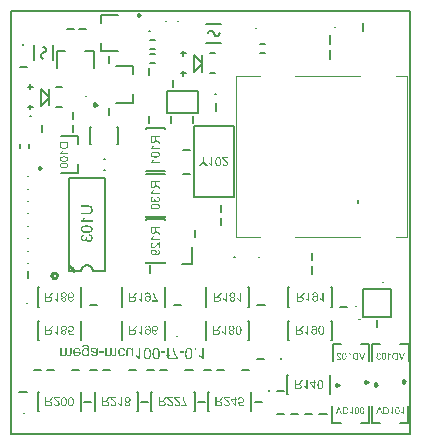
<source format=gbo>
G04*
G04 #@! TF.GenerationSoftware,Altium Limited,Altium Designer,23.4.1 (23)*
G04*
G04 Layer_Color=32896*
%FSLAX25Y25*%
%MOIN*%
G70*
G04*
G04 #@! TF.SameCoordinates,14E61B82-D5C5-4CB9-B532-5A25EE7CC319*
G04*
G04*
G04 #@! TF.FilePolarity,Positive*
G04*
G01*
G75*
%ADD10C,0.00787*%
%ADD11C,0.00984*%
%ADD12C,0.00394*%
%ADD13C,0.00300*%
%ADD16C,0.00669*%
%ADD17C,0.00800*%
%ADD131C,0.00394*%
G36*
X25255Y30242D02*
X25325Y30235D01*
X25391Y30224D01*
X25450Y30213D01*
X25509Y30202D01*
X25561Y30187D01*
X25609Y30172D01*
X25653Y30157D01*
X25690Y30142D01*
X25723Y30131D01*
X25749Y30120D01*
X25771Y30109D01*
X25790Y30102D01*
X25797Y30095D01*
X25801D01*
X25900Y30032D01*
X25985Y29962D01*
X26055Y29891D01*
X26114Y29825D01*
X26159Y29762D01*
X26177Y29737D01*
X26188Y29714D01*
X26199Y29696D01*
X26207Y29681D01*
X26214Y29674D01*
Y29670D01*
X26236Y29615D01*
X26258Y29556D01*
X26277Y29489D01*
X26291Y29416D01*
X26314Y29268D01*
X26332Y29117D01*
X26336Y29046D01*
X26339Y28984D01*
X26343Y28921D01*
Y28869D01*
X26347Y28825D01*
Y28796D01*
Y28773D01*
Y28766D01*
Y26393D01*
X25919D01*
Y26722D01*
X25860Y26652D01*
X25793Y26593D01*
X25727Y26541D01*
X25660Y26497D01*
X25594Y26456D01*
X25528Y26427D01*
X25461Y26401D01*
X25402Y26379D01*
X25343Y26364D01*
X25288Y26353D01*
X25240Y26342D01*
X25199Y26338D01*
X25166Y26334D01*
X25140Y26331D01*
X25118D01*
X25052Y26334D01*
X24989Y26338D01*
X24867Y26360D01*
X24812Y26371D01*
X24760Y26386D01*
X24712Y26405D01*
X24668Y26419D01*
X24627Y26438D01*
X24590Y26452D01*
X24561Y26471D01*
X24535Y26482D01*
X24513Y26493D01*
X24498Y26504D01*
X24491Y26508D01*
X24487Y26511D01*
X24391Y26585D01*
X24310Y26666D01*
X24240Y26751D01*
X24181Y26836D01*
X24133Y26910D01*
X24114Y26943D01*
X24100Y26969D01*
X24089Y26991D01*
X24081Y27010D01*
X24074Y27021D01*
Y27024D01*
X24026Y27150D01*
X23993Y27279D01*
X23967Y27401D01*
X23959Y27456D01*
X23952Y27512D01*
X23945Y27563D01*
X23941Y27607D01*
X23937Y27648D01*
Y27685D01*
X23934Y27714D01*
Y27733D01*
Y27748D01*
Y27751D01*
X23937Y27855D01*
X23948Y27958D01*
X23963Y28054D01*
X23981Y28142D01*
X24004Y28231D01*
X24029Y28308D01*
X24059Y28386D01*
X24089Y28452D01*
X24114Y28515D01*
X24144Y28571D01*
X24170Y28618D01*
X24192Y28655D01*
X24210Y28689D01*
X24225Y28711D01*
X24236Y28725D01*
X24240Y28729D01*
X24303Y28799D01*
X24365Y28862D01*
X24435Y28917D01*
X24509Y28965D01*
X24579Y29002D01*
X24653Y29035D01*
X24723Y29061D01*
X24793Y29083D01*
X24860Y29102D01*
X24919Y29113D01*
X24974Y29124D01*
X25022Y29128D01*
X25059Y29131D01*
X25089Y29135D01*
X25114D01*
X25199Y29131D01*
X25277Y29120D01*
X25354Y29102D01*
X25424Y29080D01*
X25491Y29050D01*
X25554Y29021D01*
X25613Y28991D01*
X25664Y28954D01*
X25712Y28921D01*
X25753Y28892D01*
X25790Y28858D01*
X25819Y28833D01*
X25845Y28810D01*
X25860Y28792D01*
X25871Y28781D01*
X25875Y28777D01*
Y28858D01*
Y28932D01*
Y29002D01*
X25871Y29061D01*
X25867Y29117D01*
Y29165D01*
X25863Y29209D01*
X25860Y29246D01*
X25856Y29275D01*
X25852Y29301D01*
X25849Y29323D01*
Y29342D01*
X25845Y29357D01*
X25841Y29364D01*
Y29371D01*
X25812Y29452D01*
X25779Y29526D01*
X25738Y29589D01*
X25697Y29641D01*
X25660Y29681D01*
X25631Y29711D01*
X25609Y29726D01*
X25605Y29733D01*
X25601D01*
X25531Y29777D01*
X25450Y29810D01*
X25369Y29833D01*
X25288Y29847D01*
X25214Y29858D01*
X25185Y29862D01*
X25159D01*
X25133Y29866D01*
X25103D01*
X24996Y29858D01*
X24904Y29844D01*
X24823Y29825D01*
X24756Y29799D01*
X24701Y29773D01*
X24679Y29762D01*
X24664Y29755D01*
X24649Y29744D01*
X24638Y29740D01*
X24635Y29733D01*
X24631D01*
X24587Y29692D01*
X24554Y29644D01*
X24528Y29596D01*
X24506Y29545D01*
X24491Y29500D01*
X24483Y29463D01*
X24480Y29449D01*
X24476Y29438D01*
Y29434D01*
Y29430D01*
X24026Y29364D01*
Y29445D01*
X24037Y29519D01*
X24048Y29589D01*
X24066Y29655D01*
X24089Y29714D01*
X24114Y29770D01*
X24140Y29818D01*
X24166Y29862D01*
X24195Y29903D01*
X24221Y29936D01*
X24247Y29962D01*
X24269Y29987D01*
X24288Y30006D01*
X24306Y30017D01*
X24314Y30024D01*
X24317Y30028D01*
X24376Y30069D01*
X24439Y30102D01*
X24502Y30131D01*
X24568Y30157D01*
X24635Y30176D01*
X24701Y30194D01*
X24826Y30220D01*
X24882Y30231D01*
X24937Y30238D01*
X24985Y30242D01*
X25026Y30246D01*
X25059Y30249D01*
X25107D01*
X25255Y30242D01*
D02*
G37*
G36*
X62062Y28607D02*
X61535D01*
Y29135D01*
X62062D01*
Y28607D01*
D02*
G37*
G36*
X22413Y29194D02*
X22494Y29187D01*
X22572Y29176D01*
X22649Y29161D01*
X22716Y29146D01*
X22782Y29124D01*
X22841Y29105D01*
X22893Y29083D01*
X22941Y29061D01*
X22985Y29043D01*
X23022Y29021D01*
X23052Y29006D01*
X23077Y28991D01*
X23092Y28980D01*
X23103Y28973D01*
X23107Y28969D01*
X23162Y28925D01*
X23214Y28873D01*
X23262Y28821D01*
X23303Y28770D01*
X23343Y28714D01*
X23376Y28659D01*
X23406Y28604D01*
X23435Y28552D01*
X23458Y28504D01*
X23476Y28460D01*
X23494Y28419D01*
X23505Y28382D01*
X23517Y28353D01*
X23524Y28331D01*
X23528Y28316D01*
Y28312D01*
X23048Y28249D01*
X23026Y28305D01*
X23004Y28353D01*
X22982Y28401D01*
X22959Y28445D01*
X22911Y28519D01*
X22863Y28578D01*
X22823Y28626D01*
X22790Y28659D01*
X22768Y28677D01*
X22764Y28685D01*
X22760D01*
X22690Y28729D01*
X22616Y28762D01*
X22542Y28784D01*
X22476Y28799D01*
X22413Y28810D01*
X22391Y28814D01*
X22369D01*
X22351Y28818D01*
X22325D01*
X22262Y28814D01*
X22199Y28807D01*
X22144Y28796D01*
X22089Y28781D01*
X22037Y28762D01*
X21989Y28740D01*
X21948Y28722D01*
X21908Y28696D01*
X21871Y28674D01*
X21841Y28655D01*
X21812Y28633D01*
X21790Y28615D01*
X21771Y28600D01*
X21760Y28589D01*
X21753Y28582D01*
X21749Y28578D01*
X21709Y28530D01*
X21672Y28478D01*
X21642Y28423D01*
X21612Y28367D01*
X21590Y28312D01*
X21568Y28253D01*
X21535Y28142D01*
X21524Y28087D01*
X21517Y28039D01*
X21509Y27995D01*
X21502Y27958D01*
X21498Y27928D01*
X21495Y27903D01*
Y27888D01*
Y27884D01*
X23542D01*
Y27855D01*
X23546Y27832D01*
Y27810D01*
Y27792D01*
Y27781D01*
Y27770D01*
Y27762D01*
X23542Y27637D01*
X23531Y27523D01*
X23513Y27412D01*
X23491Y27312D01*
X23465Y27216D01*
X23435Y27131D01*
X23402Y27050D01*
X23373Y26980D01*
X23339Y26917D01*
X23306Y26862D01*
X23277Y26814D01*
X23251Y26777D01*
X23229Y26748D01*
X23210Y26726D01*
X23199Y26711D01*
X23196Y26707D01*
X23129Y26641D01*
X23059Y26582D01*
X22985Y26534D01*
X22908Y26489D01*
X22834Y26452D01*
X22760Y26423D01*
X22686Y26397D01*
X22616Y26379D01*
X22554Y26364D01*
X22491Y26349D01*
X22435Y26342D01*
X22391Y26338D01*
X22351Y26334D01*
X22325Y26331D01*
X22299D01*
X22196Y26334D01*
X22096Y26345D01*
X22004Y26368D01*
X21915Y26390D01*
X21834Y26419D01*
X21757Y26452D01*
X21686Y26486D01*
X21624Y26522D01*
X21565Y26559D01*
X21517Y26593D01*
X21472Y26626D01*
X21439Y26655D01*
X21410Y26678D01*
X21391Y26696D01*
X21376Y26711D01*
X21373Y26714D01*
X21310Y26788D01*
X21255Y26869D01*
X21210Y26954D01*
X21170Y27043D01*
X21133Y27135D01*
X21103Y27224D01*
X21081Y27312D01*
X21063Y27393D01*
X21048Y27474D01*
X21037Y27548D01*
X21030Y27615D01*
X21026Y27674D01*
X21022Y27722D01*
X21019Y27759D01*
Y27781D01*
Y27784D01*
Y27788D01*
X21022Y27910D01*
X21033Y28024D01*
X21052Y28135D01*
X21074Y28235D01*
X21100Y28327D01*
X21129Y28412D01*
X21162Y28489D01*
X21196Y28559D01*
X21225Y28622D01*
X21258Y28677D01*
X21288Y28722D01*
X21314Y28759D01*
X21336Y28792D01*
X21354Y28810D01*
X21365Y28825D01*
X21369Y28829D01*
X21439Y28895D01*
X21513Y28951D01*
X21590Y28999D01*
X21668Y29043D01*
X21749Y29076D01*
X21827Y29109D01*
X21904Y29131D01*
X21982Y29150D01*
X22052Y29168D01*
X22114Y29179D01*
X22173Y29187D01*
X22225Y29190D01*
X22266Y29194D01*
X22299Y29198D01*
X22325D01*
X22413Y29194D01*
D02*
G37*
G36*
X37332D02*
X37413Y29187D01*
X37487Y29172D01*
X37561Y29157D01*
X37627Y29135D01*
X37690Y29113D01*
X37745Y29091D01*
X37797Y29065D01*
X37845Y29039D01*
X37885Y29017D01*
X37922Y28995D01*
X37952Y28973D01*
X37978Y28958D01*
X37993Y28943D01*
X38004Y28936D01*
X38007Y28932D01*
X38063Y28880D01*
X38114Y28825D01*
X38159Y28766D01*
X38199Y28703D01*
X38236Y28644D01*
X38265Y28582D01*
X38295Y28523D01*
X38317Y28464D01*
X38336Y28408D01*
X38354Y28357D01*
X38369Y28312D01*
X38376Y28272D01*
X38387Y28238D01*
X38391Y28216D01*
X38395Y28198D01*
Y28194D01*
X37937Y28131D01*
X37926Y28194D01*
X37911Y28253D01*
X37896Y28308D01*
X37878Y28360D01*
X37860Y28408D01*
X37841Y28449D01*
X37819Y28489D01*
X37801Y28523D01*
X37782Y28552D01*
X37764Y28578D01*
X37745Y28600D01*
X37731Y28618D01*
X37719Y28633D01*
X37708Y28644D01*
X37705Y28648D01*
X37701Y28652D01*
X37668Y28681D01*
X37631Y28707D01*
X37553Y28748D01*
X37479Y28777D01*
X37406Y28796D01*
X37343Y28810D01*
X37317Y28814D01*
X37291D01*
X37273Y28818D01*
X37247D01*
X37184Y28814D01*
X37125Y28807D01*
X37070Y28796D01*
X37015Y28777D01*
X36967Y28759D01*
X36922Y28736D01*
X36878Y28714D01*
X36841Y28692D01*
X36808Y28670D01*
X36778Y28644D01*
X36753Y28626D01*
X36731Y28607D01*
X36716Y28589D01*
X36705Y28578D01*
X36697Y28571D01*
X36694Y28567D01*
X36657Y28515D01*
X36623Y28460D01*
X36598Y28401D01*
X36572Y28334D01*
X36553Y28268D01*
X36535Y28201D01*
X36509Y28069D01*
X36502Y28010D01*
X36494Y27951D01*
X36491Y27899D01*
X36487Y27851D01*
X36483Y27814D01*
Y27788D01*
Y27770D01*
Y27762D01*
X36487Y27663D01*
X36494Y27571D01*
X36502Y27486D01*
X36516Y27408D01*
X36535Y27334D01*
X36553Y27272D01*
X36572Y27213D01*
X36594Y27157D01*
X36612Y27113D01*
X36631Y27072D01*
X36649Y27039D01*
X36668Y27013D01*
X36683Y26991D01*
X36690Y26976D01*
X36697Y26969D01*
X36701Y26965D01*
X36745Y26921D01*
X36790Y26880D01*
X36838Y26847D01*
X36885Y26818D01*
X36933Y26792D01*
X36978Y26774D01*
X37026Y26755D01*
X37070Y26744D01*
X37110Y26733D01*
X37151Y26726D01*
X37184Y26718D01*
X37214Y26714D01*
X37240Y26711D01*
X37273D01*
X37358Y26718D01*
X37432Y26733D01*
X37502Y26755D01*
X37557Y26781D01*
X37605Y26807D01*
X37638Y26829D01*
X37660Y26844D01*
X37668Y26851D01*
X37727Y26910D01*
X37775Y26976D01*
X37815Y27043D01*
X37845Y27113D01*
X37871Y27172D01*
X37878Y27198D01*
X37889Y27224D01*
X37893Y27242D01*
X37896Y27257D01*
X37900Y27264D01*
Y27268D01*
X38350Y27198D01*
X38332Y27124D01*
X38310Y27050D01*
X38288Y26984D01*
X38258Y26925D01*
X38229Y26866D01*
X38199Y26814D01*
X38170Y26766D01*
X38136Y26722D01*
X38107Y26685D01*
X38081Y26652D01*
X38055Y26626D01*
X38029Y26600D01*
X38011Y26582D01*
X37996Y26570D01*
X37989Y26563D01*
X37985Y26559D01*
X37930Y26519D01*
X37871Y26486D01*
X37812Y26452D01*
X37753Y26427D01*
X37690Y26405D01*
X37631Y26386D01*
X37513Y26360D01*
X37461Y26349D01*
X37409Y26342D01*
X37365Y26338D01*
X37328Y26334D01*
X37299Y26331D01*
X37188D01*
X37125Y26338D01*
X37003Y26357D01*
X36893Y26386D01*
X36841Y26401D01*
X36793Y26416D01*
X36749Y26430D01*
X36712Y26445D01*
X36679Y26460D01*
X36649Y26475D01*
X36627Y26486D01*
X36612Y26493D01*
X36601Y26497D01*
X36598Y26500D01*
X36542Y26534D01*
X36494Y26570D01*
X36402Y26648D01*
X36325Y26729D01*
X36262Y26810D01*
X36214Y26884D01*
X36195Y26917D01*
X36181Y26943D01*
X36166Y26965D01*
X36158Y26984D01*
X36155Y26995D01*
X36151Y26998D01*
X36103Y27128D01*
X36066Y27261D01*
X36044Y27390D01*
X36033Y27452D01*
X36026Y27512D01*
X36018Y27567D01*
X36015Y27619D01*
X36011Y27663D01*
Y27703D01*
X36007Y27733D01*
Y27759D01*
Y27773D01*
Y27777D01*
X36011Y27903D01*
X36022Y28021D01*
X36040Y28128D01*
X36059Y28231D01*
X36085Y28327D01*
X36114Y28412D01*
X36144Y28493D01*
X36177Y28563D01*
X36210Y28626D01*
X36240Y28681D01*
X36269Y28725D01*
X36295Y28762D01*
X36317Y28796D01*
X36332Y28814D01*
X36343Y28829D01*
X36347Y28833D01*
X36413Y28895D01*
X36483Y28954D01*
X36557Y29002D01*
X36634Y29043D01*
X36708Y29080D01*
X36782Y29109D01*
X36856Y29131D01*
X36926Y29153D01*
X36992Y29168D01*
X37055Y29179D01*
X37110Y29187D01*
X37159Y29190D01*
X37195Y29194D01*
X37225Y29198D01*
X37251D01*
X37332Y29194D01*
D02*
G37*
G36*
X57952Y27530D02*
X56524D01*
Y27999D01*
X57952D01*
Y27530D01*
D02*
G37*
G36*
X51786D02*
X50358D01*
Y27999D01*
X51786D01*
Y27530D01*
D02*
G37*
G36*
X31232D02*
X29804D01*
Y27999D01*
X31232D01*
Y27530D01*
D02*
G37*
G36*
X35461Y27253D02*
X35457Y27168D01*
X35450Y27087D01*
X35439Y27013D01*
X35428Y26947D01*
X35409Y26884D01*
X35391Y26829D01*
X35373Y26777D01*
X35350Y26729D01*
X35328Y26689D01*
X35310Y26655D01*
X35291Y26626D01*
X35273Y26600D01*
X35262Y26582D01*
X35251Y26570D01*
X35243Y26563D01*
X35240Y26559D01*
X35195Y26519D01*
X35151Y26486D01*
X35100Y26452D01*
X35052Y26427D01*
X34996Y26405D01*
X34944Y26386D01*
X34845Y26360D01*
X34797Y26349D01*
X34753Y26342D01*
X34716Y26338D01*
X34679Y26334D01*
X34653Y26331D01*
X34612D01*
X34517Y26334D01*
X34428Y26353D01*
X34339Y26375D01*
X34262Y26405D01*
X34184Y26441D01*
X34114Y26482D01*
X34051Y26526D01*
X33992Y26570D01*
X33941Y26615D01*
X33897Y26659D01*
X33856Y26700D01*
X33823Y26737D01*
X33797Y26766D01*
X33779Y26788D01*
X33767Y26807D01*
X33764Y26810D01*
X33731Y26729D01*
X33690Y26659D01*
X33642Y26600D01*
X33598Y26552D01*
X33557Y26511D01*
X33524Y26482D01*
X33498Y26467D01*
X33494Y26460D01*
X33491D01*
X33413Y26416D01*
X33332Y26386D01*
X33247Y26364D01*
X33170Y26345D01*
X33099Y26338D01*
X33070Y26334D01*
X33044D01*
X33022Y26331D01*
X32993D01*
X32893Y26334D01*
X32801Y26349D01*
X32719Y26371D01*
X32646Y26393D01*
X32587Y26416D01*
X32564Y26427D01*
X32542Y26438D01*
X32528Y26445D01*
X32517Y26452D01*
X32509Y26456D01*
X32505D01*
X32428Y26504D01*
X32362Y26556D01*
X32302Y26611D01*
X32254Y26663D01*
X32214Y26707D01*
X32184Y26744D01*
X32177Y26759D01*
X32170Y26770D01*
X32162Y26774D01*
Y26393D01*
X31745D01*
Y29135D01*
X32210D01*
Y27714D01*
Y27644D01*
X32214Y27582D01*
X32218Y27523D01*
X32221Y27467D01*
X32229Y27415D01*
X32232Y27367D01*
X32240Y27323D01*
X32247Y27286D01*
X32254Y27250D01*
X32262Y27220D01*
X32266Y27198D01*
X32273Y27176D01*
X32277Y27161D01*
X32280Y27146D01*
X32284Y27143D01*
Y27139D01*
X32317Y27069D01*
X32354Y27006D01*
X32391Y26954D01*
X32432Y26914D01*
X32469Y26880D01*
X32498Y26855D01*
X32517Y26840D01*
X32524Y26836D01*
X32587Y26803D01*
X32653Y26777D01*
X32716Y26759D01*
X32771Y26744D01*
X32819Y26737D01*
X32856Y26733D01*
X32889D01*
X32978Y26740D01*
X33055Y26759D01*
X33118Y26781D01*
X33170Y26810D01*
X33210Y26840D01*
X33236Y26862D01*
X33255Y26880D01*
X33258Y26888D01*
X33295Y26951D01*
X33325Y27024D01*
X33343Y27102D01*
X33358Y27179D01*
X33365Y27246D01*
X33369Y27275D01*
X33373Y27301D01*
Y27323D01*
Y27338D01*
Y27349D01*
Y27353D01*
Y29135D01*
X33838D01*
Y27545D01*
X33841Y27467D01*
X33845Y27397D01*
X33856Y27331D01*
X33867Y27268D01*
X33882Y27213D01*
X33897Y27165D01*
X33915Y27117D01*
X33933Y27076D01*
X33948Y27043D01*
X33967Y27010D01*
X33981Y26987D01*
X33996Y26965D01*
X34007Y26951D01*
X34018Y26936D01*
X34022Y26932D01*
X34026Y26928D01*
X34063Y26895D01*
X34103Y26862D01*
X34140Y26836D01*
X34181Y26814D01*
X34262Y26781D01*
X34339Y26759D01*
X34406Y26744D01*
X34435Y26740D01*
X34461Y26737D01*
X34480Y26733D01*
X34509D01*
X34568Y26737D01*
X34620Y26744D01*
X34668Y26759D01*
X34708Y26770D01*
X34742Y26785D01*
X34764Y26799D01*
X34782Y26807D01*
X34786Y26810D01*
X34826Y26840D01*
X34860Y26873D01*
X34889Y26906D01*
X34911Y26936D01*
X34930Y26965D01*
X34941Y26987D01*
X34944Y27002D01*
X34948Y27010D01*
X34963Y27061D01*
X34978Y27124D01*
X34985Y27190D01*
X34989Y27253D01*
X34993Y27312D01*
X34996Y27342D01*
Y27364D01*
Y27382D01*
Y27397D01*
Y27404D01*
Y27408D01*
Y29135D01*
X35461D01*
Y27253D01*
D02*
G37*
G36*
X20487D02*
X20483Y27168D01*
X20476Y27087D01*
X20465Y27013D01*
X20454Y26947D01*
X20435Y26884D01*
X20417Y26829D01*
X20399Y26777D01*
X20376Y26729D01*
X20354Y26689D01*
X20336Y26655D01*
X20317Y26626D01*
X20299Y26600D01*
X20288Y26582D01*
X20277Y26570D01*
X20269Y26563D01*
X20266Y26559D01*
X20221Y26519D01*
X20177Y26486D01*
X20125Y26452D01*
X20077Y26427D01*
X20022Y26405D01*
X19971Y26386D01*
X19871Y26360D01*
X19823Y26349D01*
X19779Y26342D01*
X19742Y26338D01*
X19705Y26334D01*
X19679Y26331D01*
X19638D01*
X19542Y26334D01*
X19454Y26353D01*
X19365Y26375D01*
X19288Y26405D01*
X19210Y26441D01*
X19140Y26482D01*
X19078Y26526D01*
X19018Y26570D01*
X18967Y26615D01*
X18923Y26659D01*
X18882Y26700D01*
X18849Y26737D01*
X18823Y26766D01*
X18804Y26788D01*
X18793Y26807D01*
X18790Y26810D01*
X18756Y26729D01*
X18716Y26659D01*
X18668Y26600D01*
X18624Y26552D01*
X18583Y26511D01*
X18550Y26482D01*
X18524Y26467D01*
X18520Y26460D01*
X18517D01*
X18439Y26416D01*
X18358Y26386D01*
X18273Y26364D01*
X18196Y26345D01*
X18125Y26338D01*
X18096Y26334D01*
X18070D01*
X18048Y26331D01*
X18019D01*
X17919Y26334D01*
X17827Y26349D01*
X17745Y26371D01*
X17672Y26393D01*
X17613Y26416D01*
X17590Y26427D01*
X17568Y26438D01*
X17553Y26445D01*
X17542Y26452D01*
X17535Y26456D01*
X17531D01*
X17454Y26504D01*
X17388Y26556D01*
X17328Y26611D01*
X17280Y26663D01*
X17240Y26707D01*
X17210Y26744D01*
X17203Y26759D01*
X17196Y26770D01*
X17188Y26774D01*
Y26393D01*
X16771D01*
Y29135D01*
X17236D01*
Y27714D01*
Y27644D01*
X17240Y27582D01*
X17244Y27523D01*
X17247Y27467D01*
X17255Y27415D01*
X17258Y27367D01*
X17266Y27323D01*
X17273Y27286D01*
X17280Y27250D01*
X17288Y27220D01*
X17292Y27198D01*
X17299Y27176D01*
X17303Y27161D01*
X17306Y27146D01*
X17310Y27143D01*
Y27139D01*
X17343Y27069D01*
X17380Y27006D01*
X17417Y26954D01*
X17458Y26914D01*
X17494Y26880D01*
X17524Y26855D01*
X17542Y26840D01*
X17550Y26836D01*
X17613Y26803D01*
X17679Y26777D01*
X17742Y26759D01*
X17797Y26744D01*
X17845Y26737D01*
X17882Y26733D01*
X17915D01*
X18004Y26740D01*
X18081Y26759D01*
X18144Y26781D01*
X18196Y26810D01*
X18236Y26840D01*
X18262Y26862D01*
X18281Y26880D01*
X18284Y26888D01*
X18321Y26951D01*
X18351Y27024D01*
X18369Y27102D01*
X18384Y27179D01*
X18391Y27246D01*
X18395Y27275D01*
X18399Y27301D01*
Y27323D01*
Y27338D01*
Y27349D01*
Y27353D01*
Y29135D01*
X18864D01*
Y27545D01*
X18867Y27467D01*
X18871Y27397D01*
X18882Y27331D01*
X18893Y27268D01*
X18908Y27213D01*
X18923Y27165D01*
X18941Y27117D01*
X18959Y27076D01*
X18974Y27043D01*
X18993Y27010D01*
X19007Y26987D01*
X19022Y26965D01*
X19033Y26951D01*
X19044Y26936D01*
X19048Y26932D01*
X19052Y26928D01*
X19089Y26895D01*
X19129Y26862D01*
X19166Y26836D01*
X19207Y26814D01*
X19288Y26781D01*
X19365Y26759D01*
X19432Y26744D01*
X19461Y26740D01*
X19487Y26737D01*
X19505Y26733D01*
X19535D01*
X19594Y26737D01*
X19646Y26744D01*
X19694Y26759D01*
X19734Y26770D01*
X19768Y26785D01*
X19790Y26799D01*
X19808Y26807D01*
X19812Y26810D01*
X19852Y26840D01*
X19886Y26873D01*
X19915Y26906D01*
X19937Y26936D01*
X19956Y26965D01*
X19967Y26987D01*
X19971Y27002D01*
X19974Y27010D01*
X19989Y27061D01*
X20004Y27124D01*
X20011Y27190D01*
X20015Y27253D01*
X20019Y27312D01*
X20022Y27342D01*
Y27364D01*
Y27382D01*
Y27397D01*
Y27404D01*
Y27408D01*
Y29135D01*
X20487D01*
Y27253D01*
D02*
G37*
G36*
X27926Y29194D02*
X28022Y29183D01*
X28107Y29168D01*
X28184Y29153D01*
X28218Y29146D01*
X28247Y29139D01*
X28273Y29131D01*
X28295Y29124D01*
X28314Y29117D01*
X28325Y29113D01*
X28332Y29109D01*
X28336D01*
X28424Y29069D01*
X28517Y29021D01*
X28598Y28969D01*
X28675Y28917D01*
X28738Y28869D01*
X28767Y28851D01*
X28790Y28833D01*
X28808Y28818D01*
X28823Y28807D01*
X28830Y28799D01*
X28834Y28796D01*
X28845Y28866D01*
X28856Y28932D01*
X28871Y28988D01*
X28889Y29039D01*
X28904Y29080D01*
X28919Y29109D01*
X28926Y29128D01*
X28930Y29135D01*
X29413D01*
X29384Y29076D01*
X29358Y29017D01*
X29336Y28965D01*
X29321Y28914D01*
X29310Y28873D01*
X29302Y28840D01*
X29295Y28818D01*
Y28810D01*
X29291Y28773D01*
X29284Y28725D01*
X29280Y28670D01*
X29277Y28607D01*
Y28541D01*
X29273Y28475D01*
X29269Y28334D01*
Y28264D01*
X29266Y28201D01*
Y28142D01*
Y28091D01*
Y28050D01*
Y28017D01*
Y27995D01*
Y27988D01*
Y27367D01*
Y27312D01*
Y27261D01*
X29262Y27213D01*
Y27168D01*
X29258Y27131D01*
Y27095D01*
X29254Y27065D01*
Y27035D01*
X29247Y26995D01*
X29243Y26962D01*
X29240Y26947D01*
Y26939D01*
X29221Y26869D01*
X29199Y26810D01*
X29177Y26755D01*
X29151Y26707D01*
X29129Y26670D01*
X29114Y26644D01*
X29100Y26629D01*
X29096Y26622D01*
X29052Y26578D01*
X29004Y26537D01*
X28948Y26500D01*
X28897Y26471D01*
X28849Y26449D01*
X28812Y26430D01*
X28797Y26423D01*
X28786Y26419D01*
X28778Y26416D01*
X28775D01*
X28686Y26386D01*
X28594Y26368D01*
X28498Y26353D01*
X28409Y26342D01*
X28369Y26338D01*
X28328Y26334D01*
X28295D01*
X28266Y26331D01*
X28207D01*
X28077Y26334D01*
X27959Y26345D01*
X27852Y26364D01*
X27804Y26371D01*
X27764Y26379D01*
X27723Y26390D01*
X27686Y26397D01*
X27657Y26408D01*
X27631Y26416D01*
X27609Y26419D01*
X27594Y26427D01*
X27587Y26430D01*
X27583D01*
X27491Y26471D01*
X27406Y26515D01*
X27336Y26559D01*
X27280Y26604D01*
X27232Y26644D01*
X27199Y26678D01*
X27181Y26700D01*
X27173Y26703D01*
Y26707D01*
X27125Y26777D01*
X27085Y26855D01*
X27048Y26932D01*
X27022Y27006D01*
X27000Y27072D01*
X26993Y27102D01*
X26985Y27128D01*
X26981Y27146D01*
X26978Y27161D01*
X26974Y27172D01*
Y27176D01*
X27428Y27238D01*
X27443Y27187D01*
X27457Y27139D01*
X27476Y27091D01*
X27494Y27050D01*
X27513Y27013D01*
X27531Y26980D01*
X27572Y26925D01*
X27605Y26884D01*
X27631Y26855D01*
X27649Y26836D01*
X27657Y26833D01*
X27686Y26810D01*
X27723Y26792D01*
X27797Y26762D01*
X27878Y26744D01*
X27956Y26729D01*
X28026Y26722D01*
X28055Y26718D01*
X28085Y26714D01*
X28199D01*
X28258Y26722D01*
X28317Y26729D01*
X28365Y26740D01*
X28413Y26751D01*
X28457Y26766D01*
X28498Y26777D01*
X28531Y26792D01*
X28565Y26807D01*
X28590Y26821D01*
X28613Y26836D01*
X28631Y26847D01*
X28646Y26858D01*
X28657Y26866D01*
X28660Y26869D01*
X28664Y26873D01*
X28686Y26895D01*
X28708Y26925D01*
X28742Y26984D01*
X28764Y27054D01*
X28782Y27117D01*
X28790Y27179D01*
X28793Y27205D01*
Y27227D01*
X28797Y27250D01*
Y27264D01*
Y27272D01*
Y27275D01*
Y27286D01*
Y27305D01*
Y27345D01*
X28793Y27364D01*
Y27379D01*
Y27390D01*
Y27393D01*
X28742Y27412D01*
X28683Y27427D01*
X28620Y27445D01*
X28553Y27460D01*
X28417Y27486D01*
X28280Y27512D01*
X28218Y27519D01*
X28159Y27530D01*
X28103Y27537D01*
X28059Y27545D01*
X28022Y27548D01*
X27992Y27552D01*
X27974Y27556D01*
X27967D01*
X27871Y27567D01*
X27786Y27582D01*
X27716Y27593D01*
X27657Y27604D01*
X27613Y27611D01*
X27579Y27619D01*
X27561Y27626D01*
X27553D01*
X27487Y27648D01*
X27424Y27670D01*
X27369Y27696D01*
X27317Y27722D01*
X27277Y27744D01*
X27247Y27762D01*
X27229Y27773D01*
X27221Y27777D01*
X27170Y27818D01*
X27122Y27862D01*
X27081Y27906D01*
X27048Y27951D01*
X27018Y27988D01*
X27000Y28017D01*
X26985Y28039D01*
X26981Y28043D01*
Y28047D01*
X26952Y28109D01*
X26930Y28176D01*
X26915Y28235D01*
X26904Y28294D01*
X26897Y28342D01*
X26893Y28382D01*
Y28397D01*
Y28408D01*
Y28412D01*
Y28416D01*
X26897Y28478D01*
X26904Y28537D01*
X26915Y28596D01*
X26930Y28648D01*
X26948Y28700D01*
X26970Y28744D01*
X26989Y28788D01*
X27015Y28825D01*
X27037Y28862D01*
X27055Y28892D01*
X27077Y28917D01*
X27096Y28940D01*
X27111Y28958D01*
X27122Y28969D01*
X27129Y28976D01*
X27133Y28980D01*
X27181Y29017D01*
X27232Y29050D01*
X27288Y29080D01*
X27343Y29105D01*
X27402Y29128D01*
X27461Y29146D01*
X27572Y29172D01*
X27624Y29179D01*
X27672Y29187D01*
X27716Y29190D01*
X27753Y29194D01*
X27782Y29198D01*
X27826D01*
X27926Y29194D01*
D02*
G37*
G36*
X39815D02*
X39911Y29179D01*
X40000Y29153D01*
X40081Y29124D01*
X40159Y29091D01*
X40229Y29050D01*
X40295Y29010D01*
X40354Y28965D01*
X40406Y28925D01*
X40454Y28884D01*
X40491Y28844D01*
X40524Y28807D01*
X40550Y28781D01*
X40568Y28755D01*
X40579Y28740D01*
X40583Y28736D01*
Y29135D01*
X41000D01*
Y26393D01*
X40535D01*
Y27866D01*
Y27928D01*
X40531Y27988D01*
X40527Y28047D01*
X40524Y28098D01*
X40516Y28146D01*
X40509Y28190D01*
X40502Y28227D01*
X40498Y28264D01*
X40491Y28297D01*
X40483Y28323D01*
X40476Y28345D01*
X40468Y28367D01*
X40465Y28382D01*
X40461Y28393D01*
X40457Y28397D01*
Y28401D01*
X40424Y28467D01*
X40384Y28523D01*
X40339Y28574D01*
X40299Y28615D01*
X40258Y28648D01*
X40225Y28674D01*
X40203Y28689D01*
X40199Y28692D01*
X40195D01*
X40125Y28729D01*
X40059Y28755D01*
X39992Y28773D01*
X39933Y28784D01*
X39882Y28792D01*
X39845Y28799D01*
X39808D01*
X39734Y28796D01*
X39668Y28784D01*
X39605Y28766D01*
X39557Y28748D01*
X39513Y28729D01*
X39483Y28711D01*
X39465Y28700D01*
X39457Y28696D01*
X39409Y28655D01*
X39369Y28607D01*
X39339Y28559D01*
X39314Y28511D01*
X39295Y28471D01*
X39284Y28438D01*
X39277Y28416D01*
X39273Y28412D01*
Y28408D01*
X39269Y28382D01*
X39265Y28349D01*
X39262Y28316D01*
X39258Y28279D01*
X39254Y28198D01*
X39251Y28117D01*
X39247Y28039D01*
Y28006D01*
Y27976D01*
Y27951D01*
Y27932D01*
Y27921D01*
Y27917D01*
Y26393D01*
X38782D01*
Y28095D01*
Y28198D01*
X38786Y28286D01*
X38789Y28360D01*
X38797Y28423D01*
X38801Y28471D01*
X38804Y28504D01*
X38808Y28523D01*
Y28530D01*
X38826Y28604D01*
X38849Y28670D01*
X38871Y28729D01*
X38893Y28777D01*
X38915Y28818D01*
X38933Y28847D01*
X38945Y28866D01*
X38948Y28873D01*
X38992Y28925D01*
X39040Y28969D01*
X39092Y29010D01*
X39144Y29043D01*
X39192Y29069D01*
X39229Y29087D01*
X39243Y29094D01*
X39254Y29102D01*
X39258Y29105D01*
X39262D01*
X39343Y29135D01*
X39421Y29157D01*
X39498Y29176D01*
X39568Y29187D01*
X39627Y29194D01*
X39653D01*
X39675Y29198D01*
X39716D01*
X39815Y29194D01*
D02*
G37*
G36*
X64490Y25338D02*
X64188D01*
X64166Y25386D01*
X64136Y25430D01*
X64073Y25523D01*
X64007Y25607D01*
X63941Y25685D01*
X63907Y25718D01*
X63878Y25751D01*
X63848Y25777D01*
X63826Y25803D01*
X63808Y25821D01*
X63789Y25836D01*
X63782Y25844D01*
X63778Y25847D01*
X63664Y25940D01*
X63549Y26024D01*
X63435Y26102D01*
X63328Y26165D01*
X63280Y26194D01*
X63236Y26216D01*
X63199Y26238D01*
X63166Y26257D01*
X63136Y26272D01*
X63118Y26283D01*
X63103Y26286D01*
X63099Y26290D01*
Y26737D01*
X63180Y26703D01*
X63265Y26666D01*
X63346Y26626D01*
X63420Y26589D01*
X63487Y26556D01*
X63512Y26541D01*
X63538Y26526D01*
X63557Y26515D01*
X63572Y26508D01*
X63579Y26500D01*
X63583D01*
X63678Y26441D01*
X63767Y26382D01*
X63845Y26327D01*
X63907Y26279D01*
X63959Y26238D01*
X63996Y26205D01*
X64007Y26194D01*
X64018Y26187D01*
X64022Y26179D01*
X64025D01*
Y29135D01*
X64490D01*
Y25338D01*
D02*
G37*
G36*
X43347D02*
X43044D01*
X43022Y25386D01*
X42992Y25430D01*
X42930Y25523D01*
X42863Y25607D01*
X42797Y25685D01*
X42764Y25718D01*
X42734Y25751D01*
X42705Y25777D01*
X42682Y25803D01*
X42664Y25821D01*
X42645Y25836D01*
X42638Y25844D01*
X42634Y25847D01*
X42520Y25940D01*
X42406Y26024D01*
X42291Y26102D01*
X42184Y26165D01*
X42136Y26194D01*
X42092Y26216D01*
X42055Y26238D01*
X42022Y26257D01*
X41992Y26272D01*
X41974Y26283D01*
X41959Y26286D01*
X41956Y26290D01*
Y26737D01*
X42037Y26703D01*
X42122Y26666D01*
X42203Y26626D01*
X42276Y26589D01*
X42343Y26556D01*
X42369Y26541D01*
X42395Y26526D01*
X42413Y26515D01*
X42428Y26508D01*
X42435Y26500D01*
X42439D01*
X42535Y26441D01*
X42623Y26382D01*
X42701Y26327D01*
X42764Y26279D01*
X42815Y26238D01*
X42852Y26205D01*
X42863Y26194D01*
X42874Y26187D01*
X42878Y26179D01*
X42882D01*
Y29135D01*
X43347D01*
Y25338D01*
D02*
G37*
G36*
X54693Y28928D02*
X54704Y28829D01*
X54719Y28736D01*
X54734Y28644D01*
X54749Y28559D01*
X54764Y28478D01*
X54778Y28404D01*
X54793Y28338D01*
X54804Y28279D01*
X54819Y28224D01*
X54830Y28179D01*
X54837Y28146D01*
X54845Y28120D01*
X54852Y28102D01*
Y28098D01*
X54889Y27973D01*
X54930Y27847D01*
X54974Y27725D01*
X55018Y27607D01*
X55062Y27497D01*
X55110Y27386D01*
X55155Y27286D01*
X55199Y27190D01*
X55239Y27102D01*
X55276Y27024D01*
X55310Y26954D01*
X55339Y26899D01*
X55365Y26851D01*
X55383Y26818D01*
X55395Y26796D01*
X55398Y26788D01*
X55465Y26670D01*
X55531Y26559D01*
X55597Y26456D01*
X55660Y26360D01*
X55723Y26268D01*
X55782Y26183D01*
X55841Y26106D01*
X55893Y26035D01*
X55941Y25973D01*
X55985Y25917D01*
X56022Y25873D01*
X56055Y25833D01*
X56081Y25803D01*
X56103Y25781D01*
X56114Y25766D01*
X56118Y25762D01*
Y25401D01*
X53671D01*
Y25847D01*
X55520D01*
X55453Y25925D01*
X55391Y26006D01*
X55265Y26172D01*
X55155Y26338D01*
X55103Y26419D01*
X55055Y26497D01*
X55011Y26567D01*
X54970Y26633D01*
X54937Y26692D01*
X54907Y26740D01*
X54885Y26785D01*
X54867Y26814D01*
X54856Y26833D01*
X54852Y26840D01*
X54741Y27061D01*
X54645Y27279D01*
X54601Y27382D01*
X54564Y27486D01*
X54527Y27582D01*
X54494Y27670D01*
X54465Y27755D01*
X54443Y27829D01*
X54420Y27895D01*
X54402Y27954D01*
X54391Y27999D01*
X54380Y28032D01*
X54376Y28054D01*
X54372Y28058D01*
Y28061D01*
X54343Y28176D01*
X54317Y28290D01*
X54295Y28393D01*
X54276Y28497D01*
X54258Y28589D01*
X54243Y28677D01*
X54232Y28759D01*
X54225Y28836D01*
X54217Y28903D01*
X54210Y28962D01*
X54206Y29013D01*
X54203Y29058D01*
Y29091D01*
X54199Y29113D01*
Y29131D01*
Y29135D01*
X54675D01*
X54693Y28928D01*
D02*
G37*
G36*
X59645Y29194D02*
X59715Y29187D01*
X59786Y29176D01*
X59848Y29165D01*
X59911Y29146D01*
X59966Y29128D01*
X60018Y29109D01*
X60066Y29087D01*
X60107Y29065D01*
X60144Y29046D01*
X60177Y29028D01*
X60203Y29010D01*
X60225Y28999D01*
X60239Y28988D01*
X60247Y28980D01*
X60251Y28976D01*
X60299Y28932D01*
X60347Y28884D01*
X60431Y28784D01*
X60501Y28677D01*
X60557Y28578D01*
X60583Y28530D01*
X60601Y28486D01*
X60619Y28449D01*
X60634Y28412D01*
X60645Y28386D01*
X60653Y28364D01*
X60660Y28349D01*
Y28345D01*
X60686Y28264D01*
X60708Y28183D01*
X60741Y28006D01*
X60767Y27825D01*
X60774Y27740D01*
X60782Y27655D01*
X60789Y27574D01*
X60793Y27504D01*
X60797Y27438D01*
Y27382D01*
X60800Y27334D01*
Y27301D01*
Y27279D01*
Y27272D01*
Y27168D01*
X60797Y27072D01*
X60793Y26980D01*
X60786Y26895D01*
X60778Y26814D01*
X60771Y26744D01*
X60763Y26674D01*
X60756Y26615D01*
X60749Y26559D01*
X60741Y26511D01*
X60734Y26471D01*
X60726Y26438D01*
X60719Y26412D01*
X60716Y26393D01*
X60712Y26382D01*
Y26379D01*
X60679Y26261D01*
X60638Y26150D01*
X60601Y26054D01*
X60583Y26013D01*
X60564Y25973D01*
X60546Y25940D01*
X60531Y25906D01*
X60516Y25881D01*
X60505Y25858D01*
X60494Y25840D01*
X60487Y25829D01*
X60479Y25821D01*
Y25818D01*
X60420Y25737D01*
X60357Y25663D01*
X60295Y25604D01*
X60236Y25552D01*
X60180Y25515D01*
X60140Y25486D01*
X60121Y25475D01*
X60110Y25471D01*
X60103Y25464D01*
X60099D01*
X60011Y25423D01*
X59918Y25390D01*
X59830Y25368D01*
X59749Y25353D01*
X59712Y25349D01*
X59675Y25345D01*
X59645Y25342D01*
X59619Y25338D01*
X59568D01*
X59490Y25342D01*
X59420Y25349D01*
X59350Y25360D01*
X59287Y25371D01*
X59225Y25390D01*
X59169Y25408D01*
X59118Y25427D01*
X59070Y25449D01*
X59029Y25471D01*
X58988Y25489D01*
X58959Y25508D01*
X58930Y25526D01*
X58911Y25537D01*
X58893Y25548D01*
X58885Y25556D01*
X58881Y25559D01*
X58834Y25604D01*
X58786Y25652D01*
X58701Y25751D01*
X58631Y25855D01*
X58575Y25958D01*
X58549Y26006D01*
X58531Y26050D01*
X58513Y26087D01*
X58498Y26124D01*
X58487Y26150D01*
X58479Y26172D01*
X58472Y26187D01*
Y26190D01*
X58450Y26272D01*
X58428Y26353D01*
X58394Y26534D01*
X58369Y26711D01*
X58361Y26799D01*
X58354Y26884D01*
X58346Y26965D01*
X58343Y27039D01*
X58339Y27102D01*
Y27161D01*
X58335Y27205D01*
Y27242D01*
Y27264D01*
Y27268D01*
Y27272D01*
X58339Y27463D01*
X58350Y27644D01*
X58369Y27807D01*
X58394Y27962D01*
X58420Y28098D01*
X58454Y28224D01*
X58487Y28338D01*
X58524Y28438D01*
X58557Y28526D01*
X58590Y28604D01*
X58623Y28666D01*
X58649Y28718D01*
X58675Y28759D01*
X58693Y28788D01*
X58704Y28803D01*
X58708Y28810D01*
X58767Y28877D01*
X58834Y28940D01*
X58904Y28991D01*
X58974Y29035D01*
X59044Y29072D01*
X59118Y29102D01*
X59188Y29128D01*
X59254Y29150D01*
X59317Y29165D01*
X59376Y29176D01*
X59431Y29187D01*
X59476Y29190D01*
X59516Y29194D01*
X59542Y29198D01*
X59568D01*
X59645Y29194D01*
D02*
G37*
G36*
X48782D02*
X48852Y29187D01*
X48922Y29176D01*
X48985Y29165D01*
X49048Y29146D01*
X49103Y29128D01*
X49155Y29109D01*
X49203Y29087D01*
X49243Y29065D01*
X49280Y29046D01*
X49313Y29028D01*
X49339Y29010D01*
X49361Y28999D01*
X49376Y28988D01*
X49384Y28980D01*
X49387Y28976D01*
X49435Y28932D01*
X49483Y28884D01*
X49568Y28784D01*
X49638Y28677D01*
X49693Y28578D01*
X49719Y28530D01*
X49738Y28486D01*
X49756Y28449D01*
X49771Y28412D01*
X49782Y28386D01*
X49789Y28364D01*
X49797Y28349D01*
Y28345D01*
X49823Y28264D01*
X49845Y28183D01*
X49878Y28006D01*
X49904Y27825D01*
X49911Y27740D01*
X49918Y27655D01*
X49926Y27574D01*
X49930Y27504D01*
X49933Y27438D01*
Y27382D01*
X49937Y27334D01*
Y27301D01*
Y27279D01*
Y27272D01*
Y27168D01*
X49933Y27072D01*
X49930Y26980D01*
X49922Y26895D01*
X49915Y26814D01*
X49907Y26744D01*
X49900Y26674D01*
X49893Y26615D01*
X49885Y26559D01*
X49878Y26511D01*
X49871Y26471D01*
X49863Y26438D01*
X49856Y26412D01*
X49852Y26393D01*
X49848Y26382D01*
Y26379D01*
X49815Y26261D01*
X49775Y26150D01*
X49738Y26054D01*
X49719Y26013D01*
X49701Y25973D01*
X49682Y25940D01*
X49668Y25906D01*
X49653Y25881D01*
X49642Y25858D01*
X49631Y25840D01*
X49623Y25829D01*
X49616Y25821D01*
Y25818D01*
X49557Y25737D01*
X49494Y25663D01*
X49431Y25604D01*
X49372Y25552D01*
X49317Y25515D01*
X49277Y25486D01*
X49258Y25475D01*
X49247Y25471D01*
X49240Y25464D01*
X49236D01*
X49147Y25423D01*
X49055Y25390D01*
X48967Y25368D01*
X48885Y25353D01*
X48848Y25349D01*
X48812Y25345D01*
X48782Y25342D01*
X48756Y25338D01*
X48704D01*
X48627Y25342D01*
X48557Y25349D01*
X48487Y25360D01*
X48424Y25371D01*
X48361Y25390D01*
X48306Y25408D01*
X48254Y25427D01*
X48206Y25449D01*
X48166Y25471D01*
X48125Y25489D01*
X48096Y25508D01*
X48066Y25526D01*
X48048Y25537D01*
X48029Y25548D01*
X48022Y25556D01*
X48018Y25559D01*
X47970Y25604D01*
X47922Y25652D01*
X47837Y25751D01*
X47767Y25855D01*
X47712Y25958D01*
X47686Y26006D01*
X47668Y26050D01*
X47649Y26087D01*
X47634Y26124D01*
X47623Y26150D01*
X47616Y26172D01*
X47609Y26187D01*
Y26190D01*
X47587Y26272D01*
X47564Y26353D01*
X47531Y26534D01*
X47505Y26711D01*
X47498Y26799D01*
X47491Y26884D01*
X47483Y26965D01*
X47479Y27039D01*
X47476Y27102D01*
Y27161D01*
X47472Y27205D01*
Y27242D01*
Y27264D01*
Y27268D01*
Y27272D01*
X47476Y27463D01*
X47487Y27644D01*
X47505Y27807D01*
X47531Y27962D01*
X47557Y28098D01*
X47590Y28224D01*
X47623Y28338D01*
X47660Y28438D01*
X47693Y28526D01*
X47727Y28604D01*
X47760Y28666D01*
X47786Y28718D01*
X47811Y28759D01*
X47830Y28788D01*
X47841Y28803D01*
X47845Y28810D01*
X47904Y28877D01*
X47970Y28940D01*
X48040Y28991D01*
X48110Y29035D01*
X48180Y29072D01*
X48254Y29102D01*
X48324Y29128D01*
X48391Y29150D01*
X48454Y29165D01*
X48513Y29176D01*
X48568Y29187D01*
X48612Y29190D01*
X48653Y29194D01*
X48679Y29198D01*
X48704D01*
X48782Y29194D01*
D02*
G37*
G36*
X45845D02*
X45915Y29187D01*
X45985Y29176D01*
X46048Y29165D01*
X46110Y29146D01*
X46166Y29128D01*
X46218Y29109D01*
X46265Y29087D01*
X46306Y29065D01*
X46343Y29046D01*
X46376Y29028D01*
X46402Y29010D01*
X46424Y28999D01*
X46439Y28988D01*
X46446Y28980D01*
X46450Y28976D01*
X46498Y28932D01*
X46546Y28884D01*
X46631Y28784D01*
X46701Y28677D01*
X46756Y28578D01*
X46782Y28530D01*
X46801Y28486D01*
X46819Y28449D01*
X46834Y28412D01*
X46845Y28386D01*
X46852Y28364D01*
X46859Y28349D01*
Y28345D01*
X46885Y28264D01*
X46907Y28183D01*
X46941Y28006D01*
X46966Y27825D01*
X46974Y27740D01*
X46981Y27655D01*
X46989Y27574D01*
X46992Y27504D01*
X46996Y27438D01*
Y27382D01*
X47000Y27334D01*
Y27301D01*
Y27279D01*
Y27272D01*
Y27168D01*
X46996Y27072D01*
X46992Y26980D01*
X46985Y26895D01*
X46978Y26814D01*
X46970Y26744D01*
X46963Y26674D01*
X46955Y26615D01*
X46948Y26559D01*
X46941Y26511D01*
X46933Y26471D01*
X46926Y26438D01*
X46919Y26412D01*
X46915Y26393D01*
X46911Y26382D01*
Y26379D01*
X46878Y26261D01*
X46837Y26150D01*
X46801Y26054D01*
X46782Y26013D01*
X46764Y25973D01*
X46745Y25940D01*
X46730Y25906D01*
X46716Y25881D01*
X46705Y25858D01*
X46694Y25840D01*
X46686Y25829D01*
X46679Y25821D01*
Y25818D01*
X46620Y25737D01*
X46557Y25663D01*
X46494Y25604D01*
X46435Y25552D01*
X46380Y25515D01*
X46339Y25486D01*
X46321Y25475D01*
X46310Y25471D01*
X46302Y25464D01*
X46299D01*
X46210Y25423D01*
X46118Y25390D01*
X46029Y25368D01*
X45948Y25353D01*
X45911Y25349D01*
X45874Y25345D01*
X45845Y25342D01*
X45819Y25338D01*
X45767D01*
X45690Y25342D01*
X45620Y25349D01*
X45550Y25360D01*
X45487Y25371D01*
X45424Y25390D01*
X45369Y25408D01*
X45317Y25427D01*
X45269Y25449D01*
X45228Y25471D01*
X45188Y25489D01*
X45158Y25508D01*
X45129Y25526D01*
X45110Y25537D01*
X45092Y25548D01*
X45085Y25556D01*
X45081Y25559D01*
X45033Y25604D01*
X44985Y25652D01*
X44900Y25751D01*
X44830Y25855D01*
X44775Y25958D01*
X44749Y26006D01*
X44730Y26050D01*
X44712Y26087D01*
X44697Y26124D01*
X44686Y26150D01*
X44679Y26172D01*
X44671Y26187D01*
Y26190D01*
X44649Y26272D01*
X44627Y26353D01*
X44594Y26534D01*
X44568Y26711D01*
X44561Y26799D01*
X44553Y26884D01*
X44546Y26965D01*
X44542Y27039D01*
X44539Y27102D01*
Y27161D01*
X44535Y27205D01*
Y27242D01*
Y27264D01*
Y27268D01*
Y27272D01*
X44539Y27463D01*
X44550Y27644D01*
X44568Y27807D01*
X44594Y27962D01*
X44620Y28098D01*
X44653Y28224D01*
X44686Y28338D01*
X44723Y28438D01*
X44756Y28526D01*
X44789Y28604D01*
X44823Y28666D01*
X44848Y28718D01*
X44874Y28759D01*
X44893Y28788D01*
X44904Y28803D01*
X44908Y28810D01*
X44967Y28877D01*
X45033Y28940D01*
X45103Y28991D01*
X45173Y29035D01*
X45243Y29072D01*
X45317Y29102D01*
X45387Y29128D01*
X45454Y29150D01*
X45516Y29165D01*
X45575Y29176D01*
X45631Y29187D01*
X45675Y29190D01*
X45716Y29194D01*
X45741Y29198D01*
X45767D01*
X45845Y29194D01*
D02*
G37*
G36*
X52874Y26755D02*
X53406D01*
Y26393D01*
X52871D01*
Y26142D01*
Y26098D01*
X52874Y26058D01*
X52885Y25984D01*
X52900Y25928D01*
X52915Y25881D01*
X52930Y25847D01*
X52944Y25825D01*
X52955Y25810D01*
X52959Y25807D01*
X52996Y25777D01*
X53044Y25755D01*
X53092Y25737D01*
X53144Y25725D01*
X53188Y25718D01*
X53225Y25714D01*
X53258D01*
X53354Y25718D01*
X53402Y25722D01*
X53443Y25725D01*
X53479Y25733D01*
X53505Y25737D01*
X53524Y25740D01*
X53531D01*
X53601Y25338D01*
X53516Y25323D01*
X53435Y25308D01*
X53361Y25301D01*
X53295Y25297D01*
X53240Y25294D01*
X53221Y25290D01*
X53166D01*
X53059Y25294D01*
X52963Y25308D01*
X52882Y25327D01*
X52815Y25345D01*
X52763Y25368D01*
X52741Y25379D01*
X52727Y25386D01*
X52712Y25393D01*
X52701Y25401D01*
X52697Y25405D01*
X52693D01*
X52634Y25449D01*
X52586Y25497D01*
X52546Y25545D01*
X52513Y25593D01*
X52487Y25633D01*
X52472Y25666D01*
X52461Y25689D01*
X52457Y25692D01*
Y25696D01*
X52443Y25751D01*
X52431Y25814D01*
X52420Y25884D01*
X52417Y25951D01*
X52413Y26010D01*
X52409Y26035D01*
Y26061D01*
Y26080D01*
Y26094D01*
Y26102D01*
Y26106D01*
Y26393D01*
X52000D01*
Y26755D01*
X52409D01*
Y29135D01*
X52874D01*
Y26755D01*
D02*
G37*
G36*
X122956Y27538D02*
X123005Y27534D01*
X123049Y27527D01*
X123091Y27516D01*
X123131Y27505D01*
X123169Y27492D01*
X123204Y27479D01*
X123235Y27463D01*
X123261Y27450D01*
X123288Y27434D01*
X123308Y27421D01*
X123325Y27410D01*
X123341Y27399D01*
X123350Y27392D01*
X123356Y27388D01*
X123359Y27386D01*
X123389Y27355D01*
X123420Y27324D01*
X123447Y27288D01*
X123469Y27253D01*
X123491Y27218D01*
X123509Y27180D01*
X123527Y27145D01*
X123540Y27112D01*
X123553Y27079D01*
X123562Y27050D01*
X123571Y27021D01*
X123577Y26999D01*
X123582Y26979D01*
X123586Y26966D01*
X123588Y26955D01*
Y26952D01*
X123310Y26904D01*
X123303Y26941D01*
X123297Y26975D01*
X123286Y27008D01*
X123277Y27036D01*
X123266Y27065D01*
X123255Y27090D01*
X123241Y27112D01*
X123230Y27134D01*
X123219Y27151D01*
X123208Y27167D01*
X123199Y27180D01*
X123191Y27189D01*
X123184Y27198D01*
X123177Y27204D01*
X123175Y27207D01*
X123173Y27209D01*
X123153Y27227D01*
X123131Y27244D01*
X123084Y27269D01*
X123040Y27288D01*
X122996Y27299D01*
X122959Y27308D01*
X122943Y27311D01*
X122928D01*
X122916Y27313D01*
X122870D01*
X122844Y27308D01*
X122791Y27297D01*
X122744Y27280D01*
X122707Y27262D01*
X122676Y27244D01*
X122651Y27227D01*
X122645Y27220D01*
X122638Y27215D01*
X122636Y27213D01*
X122634Y27211D01*
X122616Y27191D01*
X122598Y27171D01*
X122574Y27129D01*
X122554Y27087D01*
X122543Y27048D01*
X122534Y27012D01*
X122532Y26997D01*
Y26983D01*
X122530Y26972D01*
Y26964D01*
Y26959D01*
Y26957D01*
X122532Y26922D01*
X122536Y26891D01*
X122543Y26860D01*
X122552Y26831D01*
X122563Y26807D01*
X122576Y26782D01*
X122587Y26760D01*
X122600Y26743D01*
X122616Y26725D01*
X122627Y26712D01*
X122640Y26698D01*
X122651Y26690D01*
X122660Y26681D01*
X122667Y26676D01*
X122671Y26674D01*
X122673Y26672D01*
X122729Y26641D01*
X122784Y26619D01*
X122837Y26601D01*
X122888Y26590D01*
X122910Y26588D01*
X122930Y26583D01*
X122948Y26581D01*
X122963D01*
X122976Y26579D01*
X123007D01*
X123023Y26581D01*
X123034Y26583D01*
X123038D01*
X123069Y26340D01*
X123027Y26349D01*
X122989Y26358D01*
X122956Y26362D01*
X122928Y26365D01*
X122906Y26367D01*
X122888Y26369D01*
X122874D01*
X122839Y26367D01*
X122806Y26365D01*
X122744Y26349D01*
X122689Y26329D01*
X122665Y26318D01*
X122643Y26307D01*
X122623Y26296D01*
X122607Y26285D01*
X122592Y26274D01*
X122578Y26265D01*
X122570Y26256D01*
X122563Y26250D01*
X122558Y26248D01*
X122556Y26245D01*
X122534Y26221D01*
X122514Y26197D01*
X122499Y26170D01*
X122483Y26144D01*
X122470Y26117D01*
X122461Y26091D01*
X122446Y26042D01*
X122441Y26018D01*
X122437Y25998D01*
X122435Y25978D01*
X122432Y25962D01*
X122430Y25947D01*
Y25938D01*
Y25932D01*
Y25929D01*
X122432Y25892D01*
X122437Y25856D01*
X122444Y25823D01*
X122450Y25792D01*
X122472Y25735D01*
X122486Y25708D01*
X122497Y25686D01*
X122510Y25664D01*
X122523Y25646D01*
X122534Y25631D01*
X122543Y25618D01*
X122552Y25607D01*
X122558Y25600D01*
X122563Y25596D01*
X122565Y25593D01*
X122592Y25569D01*
X122618Y25549D01*
X122645Y25532D01*
X122673Y25516D01*
X122702Y25503D01*
X122729Y25492D01*
X122782Y25476D01*
X122806Y25470D01*
X122828Y25465D01*
X122846Y25463D01*
X122863Y25461D01*
X122877Y25459D01*
X122897D01*
X122928Y25461D01*
X122956Y25463D01*
X123009Y25474D01*
X123058Y25492D01*
X123100Y25512D01*
X123133Y25529D01*
X123146Y25538D01*
X123157Y25547D01*
X123166Y25554D01*
X123173Y25558D01*
X123175Y25563D01*
X123177D01*
X123197Y25585D01*
X123217Y25607D01*
X123250Y25660D01*
X123279Y25717D01*
X123301Y25772D01*
X123310Y25799D01*
X123319Y25823D01*
X123325Y25848D01*
X123330Y25865D01*
X123334Y25883D01*
X123336Y25894D01*
X123339Y25903D01*
Y25905D01*
X123617Y25867D01*
X123610Y25814D01*
X123599Y25766D01*
X123586Y25719D01*
X123571Y25675D01*
X123553Y25633D01*
X123535Y25596D01*
X123515Y25560D01*
X123495Y25529D01*
X123476Y25501D01*
X123458Y25476D01*
X123440Y25456D01*
X123425Y25439D01*
X123412Y25423D01*
X123403Y25414D01*
X123396Y25408D01*
X123394Y25405D01*
X123356Y25375D01*
X123317Y25348D01*
X123275Y25324D01*
X123232Y25304D01*
X123193Y25286D01*
X123151Y25273D01*
X123111Y25260D01*
X123073Y25251D01*
X123036Y25244D01*
X123003Y25238D01*
X122974Y25233D01*
X122948Y25231D01*
X122928D01*
X122912Y25229D01*
X122899D01*
X122837Y25231D01*
X122780Y25238D01*
X122724Y25249D01*
X122673Y25262D01*
X122625Y25277D01*
X122581Y25293D01*
X122539Y25313D01*
X122501Y25333D01*
X122466Y25350D01*
X122437Y25370D01*
X122410Y25386D01*
X122390Y25403D01*
X122373Y25414D01*
X122360Y25425D01*
X122353Y25432D01*
X122351Y25434D01*
X122313Y25474D01*
X122280Y25514D01*
X122251Y25558D01*
X122225Y25600D01*
X122205Y25642D01*
X122187Y25684D01*
X122172Y25724D01*
X122161Y25761D01*
X122152Y25799D01*
X122145Y25832D01*
X122141Y25861D01*
X122136Y25887D01*
Y25907D01*
X122134Y25923D01*
Y25934D01*
Y25936D01*
X122136Y25976D01*
X122139Y26015D01*
X122152Y26086D01*
X122161Y26117D01*
X122169Y26148D01*
X122181Y26175D01*
X122189Y26201D01*
X122201Y26223D01*
X122212Y26243D01*
X122220Y26261D01*
X122229Y26274D01*
X122236Y26285D01*
X122242Y26294D01*
X122245Y26298D01*
X122247Y26301D01*
X122269Y26327D01*
X122291Y26351D01*
X122342Y26391D01*
X122395Y26427D01*
X122444Y26451D01*
X122490Y26471D01*
X122508Y26477D01*
X122525Y26484D01*
X122539Y26488D01*
X122550Y26491D01*
X122556Y26493D01*
X122558D01*
X122503Y26522D01*
X122457Y26553D01*
X122417Y26583D01*
X122384Y26614D01*
X122357Y26641D01*
X122340Y26663D01*
X122333Y26672D01*
X122329Y26678D01*
X122324Y26681D01*
Y26683D01*
X122298Y26729D01*
X122278Y26776D01*
X122265Y26820D01*
X122254Y26862D01*
X122249Y26897D01*
X122247Y26913D01*
Y26926D01*
X122245Y26937D01*
Y26944D01*
Y26948D01*
Y26950D01*
X122249Y27008D01*
X122258Y27061D01*
X122271Y27112D01*
X122287Y27154D01*
X122302Y27191D01*
X122309Y27207D01*
X122315Y27218D01*
X122320Y27229D01*
X122324Y27235D01*
X122329Y27240D01*
Y27242D01*
X122362Y27291D01*
X122399Y27335D01*
X122439Y27372D01*
X122479Y27403D01*
X122514Y27428D01*
X122528Y27439D01*
X122541Y27445D01*
X122552Y27452D01*
X122561Y27456D01*
X122565Y27461D01*
X122567D01*
X122627Y27487D01*
X122687Y27507D01*
X122742Y27520D01*
X122795Y27532D01*
X122819Y27534D01*
X122841Y27536D01*
X122859Y27538D01*
X122877D01*
X122890Y27540D01*
X122908D01*
X122956Y27538D01*
D02*
G37*
G36*
X126285Y27512D02*
X126302Y27485D01*
X126340Y27430D01*
X126380Y27379D01*
X126419Y27333D01*
X126439Y27313D01*
X126457Y27293D01*
X126475Y27277D01*
X126488Y27262D01*
X126499Y27251D01*
X126510Y27242D01*
X126514Y27238D01*
X126517Y27235D01*
X126585Y27180D01*
X126654Y27129D01*
X126722Y27083D01*
X126786Y27045D01*
X126815Y27028D01*
X126841Y27014D01*
X126864Y27001D01*
X126883Y26990D01*
X126901Y26981D01*
X126912Y26975D01*
X126921Y26972D01*
X126923Y26970D01*
Y26703D01*
X126875Y26723D01*
X126824Y26745D01*
X126775Y26769D01*
X126731Y26791D01*
X126691Y26811D01*
X126676Y26820D01*
X126660Y26829D01*
X126649Y26835D01*
X126640Y26840D01*
X126636Y26844D01*
X126634D01*
X126576Y26880D01*
X126523Y26915D01*
X126477Y26948D01*
X126439Y26977D01*
X126408Y27001D01*
X126386Y27021D01*
X126380Y27028D01*
X126373Y27032D01*
X126371Y27036D01*
X126368D01*
Y25266D01*
X126090D01*
Y27540D01*
X126271D01*
X126285Y27512D01*
D02*
G37*
G36*
X130775Y25266D02*
X130464D01*
X129578Y27532D01*
X129882D01*
X130497Y25885D01*
X130521Y25817D01*
X130545Y25748D01*
X130565Y25686D01*
X130583Y25631D01*
X130592Y25604D01*
X130598Y25582D01*
X130603Y25563D01*
X130610Y25545D01*
X130614Y25532D01*
X130616Y25523D01*
X130618Y25516D01*
Y25514D01*
X130638Y25580D01*
X130658Y25644D01*
X130678Y25706D01*
X130696Y25764D01*
X130705Y25790D01*
X130713Y25812D01*
X130720Y25834D01*
X130727Y25852D01*
X130731Y25865D01*
X130736Y25876D01*
X130738Y25883D01*
Y25885D01*
X131326Y27532D01*
X131650D01*
X130775Y25266D01*
D02*
G37*
G36*
X129310D02*
X128492D01*
X128417Y25269D01*
X128349Y25273D01*
X128287Y25277D01*
X128260Y25282D01*
X128234Y25286D01*
X128212Y25288D01*
X128190Y25293D01*
X128172Y25295D01*
X128159Y25297D01*
X128145Y25300D01*
X128137Y25302D01*
X128132Y25304D01*
X128130D01*
X128073Y25319D01*
X128019Y25337D01*
X127973Y25357D01*
X127933Y25375D01*
X127902Y25390D01*
X127889Y25399D01*
X127878Y25403D01*
X127869Y25410D01*
X127863Y25414D01*
X127860Y25417D01*
X127858D01*
X127816Y25447D01*
X127778Y25481D01*
X127743Y25514D01*
X127712Y25547D01*
X127688Y25578D01*
X127668Y25600D01*
X127661Y25609D01*
X127657Y25616D01*
X127653Y25620D01*
Y25622D01*
X127619Y25673D01*
X127588Y25728D01*
X127562Y25783D01*
X127540Y25837D01*
X127531Y25859D01*
X127522Y25881D01*
X127515Y25901D01*
X127509Y25918D01*
X127505Y25932D01*
X127500Y25943D01*
X127498Y25949D01*
Y25951D01*
X127478Y26029D01*
X127462Y26108D01*
X127451Y26186D01*
X127447Y26221D01*
X127443Y26256D01*
X127440Y26289D01*
X127438Y26318D01*
Y26345D01*
X127436Y26367D01*
Y26387D01*
Y26400D01*
Y26409D01*
Y26411D01*
X127440Y26522D01*
X127445Y26572D01*
X127449Y26623D01*
X127456Y26670D01*
X127465Y26714D01*
X127473Y26756D01*
X127480Y26793D01*
X127489Y26827D01*
X127498Y26858D01*
X127505Y26884D01*
X127513Y26906D01*
X127518Y26924D01*
X127522Y26937D01*
X127527Y26946D01*
Y26948D01*
X127564Y27032D01*
X127584Y27072D01*
X127606Y27109D01*
X127628Y27143D01*
X127650Y27174D01*
X127672Y27204D01*
X127692Y27231D01*
X127714Y27253D01*
X127732Y27275D01*
X127750Y27293D01*
X127765Y27308D01*
X127776Y27319D01*
X127785Y27328D01*
X127792Y27333D01*
X127794Y27335D01*
X127847Y27377D01*
X127904Y27410D01*
X127960Y27439D01*
X128013Y27461D01*
X128037Y27470D01*
X128059Y27479D01*
X128077Y27485D01*
X128095Y27490D01*
X128108Y27494D01*
X128119Y27496D01*
X128126Y27498D01*
X128128D01*
X128154Y27505D01*
X128185Y27509D01*
X128249Y27518D01*
X128316Y27523D01*
X128382Y27527D01*
X128411Y27529D01*
X128439D01*
X128464Y27532D01*
X129310D01*
Y25266D01*
D02*
G37*
G36*
X124687Y27538D02*
X124729Y27534D01*
X124771Y27527D01*
X124808Y27520D01*
X124846Y27509D01*
X124879Y27498D01*
X124910Y27487D01*
X124939Y27474D01*
X124963Y27461D01*
X124987Y27450D01*
X125005Y27439D01*
X125023Y27428D01*
X125034Y27421D01*
X125045Y27414D01*
X125049Y27410D01*
X125051Y27408D01*
X125080Y27381D01*
X125109Y27353D01*
X125160Y27293D01*
X125202Y27231D01*
X125235Y27169D01*
X125250Y27140D01*
X125261Y27114D01*
X125272Y27092D01*
X125281Y27070D01*
X125288Y27054D01*
X125292Y27041D01*
X125297Y27032D01*
Y27030D01*
X125310Y26981D01*
X125323Y26933D01*
X125343Y26824D01*
X125359Y26718D01*
X125363Y26665D01*
X125367Y26614D01*
X125372Y26566D01*
X125374Y26522D01*
X125376Y26484D01*
Y26449D01*
X125379Y26422D01*
Y26400D01*
Y26387D01*
Y26385D01*
Y26382D01*
X125376Y26267D01*
X125370Y26159D01*
X125359Y26062D01*
X125343Y25969D01*
X125328Y25887D01*
X125308Y25812D01*
X125288Y25744D01*
X125266Y25684D01*
X125246Y25631D01*
X125226Y25585D01*
X125206Y25547D01*
X125191Y25516D01*
X125175Y25492D01*
X125164Y25474D01*
X125157Y25465D01*
X125155Y25461D01*
X125120Y25421D01*
X125080Y25383D01*
X125038Y25352D01*
X124996Y25326D01*
X124954Y25304D01*
X124910Y25286D01*
X124868Y25271D01*
X124828Y25258D01*
X124791Y25249D01*
X124755Y25242D01*
X124722Y25235D01*
X124696Y25233D01*
X124671Y25231D01*
X124656Y25229D01*
X124640D01*
X124594Y25231D01*
X124552Y25235D01*
X124510Y25242D01*
X124472Y25249D01*
X124435Y25260D01*
X124402Y25271D01*
X124371Y25282D01*
X124342Y25295D01*
X124318Y25308D01*
X124296Y25319D01*
X124276Y25330D01*
X124260Y25341D01*
X124247Y25348D01*
X124238Y25355D01*
X124234Y25359D01*
X124232Y25361D01*
X124203Y25388D01*
X124174Y25417D01*
X124123Y25476D01*
X124081Y25540D01*
X124048Y25600D01*
X124033Y25629D01*
X124021Y25655D01*
X124011Y25677D01*
X124002Y25699D01*
X123995Y25715D01*
X123991Y25728D01*
X123986Y25737D01*
Y25739D01*
X123971Y25788D01*
X123957Y25837D01*
X123937Y25943D01*
X123922Y26051D01*
X123918Y26102D01*
X123913Y26153D01*
X123909Y26201D01*
X123907Y26243D01*
X123904Y26283D01*
Y26316D01*
X123902Y26345D01*
Y26365D01*
Y26378D01*
Y26382D01*
Y26444D01*
X123904Y26502D01*
X123907Y26557D01*
X123911Y26608D01*
X123915Y26656D01*
X123920Y26698D01*
X123924Y26740D01*
X123929Y26776D01*
X123933Y26809D01*
X123937Y26838D01*
X123942Y26862D01*
X123946Y26882D01*
X123951Y26897D01*
X123953Y26908D01*
X123955Y26915D01*
Y26917D01*
X123975Y26988D01*
X123999Y27054D01*
X124021Y27112D01*
X124033Y27136D01*
X124044Y27160D01*
X124055Y27180D01*
X124064Y27200D01*
X124072Y27215D01*
X124079Y27229D01*
X124086Y27240D01*
X124090Y27246D01*
X124094Y27251D01*
Y27253D01*
X124130Y27302D01*
X124167Y27346D01*
X124205Y27381D01*
X124240Y27412D01*
X124274Y27434D01*
X124298Y27452D01*
X124309Y27459D01*
X124316Y27461D01*
X124320Y27465D01*
X124322D01*
X124375Y27490D01*
X124430Y27509D01*
X124483Y27523D01*
X124532Y27532D01*
X124554Y27534D01*
X124576Y27536D01*
X124594Y27538D01*
X124609Y27540D01*
X124640D01*
X124687Y27538D01*
D02*
G37*
G36*
X109710Y27544D02*
X109765Y27540D01*
X109818Y27531D01*
X109867Y27520D01*
X109913Y27507D01*
X109955Y27494D01*
X109993Y27478D01*
X110028Y27463D01*
X110059Y27447D01*
X110088Y27432D01*
X110110Y27419D01*
X110130Y27405D01*
X110145Y27394D01*
X110156Y27385D01*
X110163Y27381D01*
X110165Y27379D01*
X110198Y27345D01*
X110229Y27310D01*
X110256Y27273D01*
X110280Y27233D01*
X110300Y27191D01*
X110318Y27151D01*
X110333Y27111D01*
X110346Y27074D01*
X110355Y27036D01*
X110364Y27003D01*
X110371Y26972D01*
X110377Y26945D01*
X110380Y26923D01*
X110382Y26906D01*
X110384Y26897D01*
Y26893D01*
X110099Y26864D01*
X110097Y26904D01*
X110095Y26939D01*
X110088Y26974D01*
X110081Y27005D01*
X110070Y27034D01*
X110061Y27063D01*
X110050Y27087D01*
X110039Y27109D01*
X110028Y27129D01*
X110017Y27147D01*
X110006Y27162D01*
X109997Y27173D01*
X109991Y27182D01*
X109984Y27191D01*
X109982Y27193D01*
X109980Y27195D01*
X109955Y27217D01*
X109931Y27235D01*
X109905Y27253D01*
X109878Y27266D01*
X109825Y27288D01*
X109772Y27301D01*
X109750Y27306D01*
X109728Y27310D01*
X109708Y27312D01*
X109690Y27315D01*
X109677Y27317D01*
X109657D01*
X109622Y27315D01*
X109589Y27312D01*
X109529Y27299D01*
X109476Y27281D01*
X109451Y27270D01*
X109432Y27259D01*
X109412Y27248D01*
X109396Y27237D01*
X109381Y27228D01*
X109370Y27220D01*
X109361Y27213D01*
X109352Y27206D01*
X109350Y27204D01*
X109348Y27202D01*
X109326Y27180D01*
X109308Y27158D01*
X109292Y27133D01*
X109279Y27111D01*
X109257Y27065D01*
X109244Y27021D01*
X109235Y26981D01*
X109233Y26965D01*
X109230Y26952D01*
X109228Y26939D01*
Y26930D01*
Y26926D01*
Y26923D01*
X109230Y26895D01*
X109235Y26864D01*
X109241Y26835D01*
X109248Y26804D01*
X109270Y26749D01*
X109295Y26698D01*
X109308Y26676D01*
X109319Y26654D01*
X109330Y26636D01*
X109341Y26621D01*
X109348Y26607D01*
X109354Y26599D01*
X109359Y26592D01*
X109361Y26590D01*
X109387Y26554D01*
X109421Y26519D01*
X109456Y26479D01*
X109494Y26439D01*
X109575Y26360D01*
X109659Y26283D01*
X109699Y26247D01*
X109737Y26214D01*
X109770Y26183D01*
X109801Y26159D01*
X109825Y26137D01*
X109845Y26121D01*
X109856Y26112D01*
X109860Y26108D01*
X109902Y26073D01*
X109944Y26037D01*
X109982Y26004D01*
X110017Y25973D01*
X110048Y25942D01*
X110079Y25914D01*
X110106Y25887D01*
X110130Y25865D01*
X110152Y25843D01*
X110170Y25823D01*
X110185Y25805D01*
X110198Y25792D01*
X110210Y25781D01*
X110216Y25772D01*
X110221Y25768D01*
X110223Y25765D01*
X110267Y25710D01*
X110304Y25657D01*
X110336Y25606D01*
X110362Y25560D01*
X110382Y25520D01*
X110389Y25505D01*
X110395Y25491D01*
X110399Y25480D01*
X110404Y25471D01*
X110406Y25467D01*
Y25465D01*
X110417Y25429D01*
X110426Y25396D01*
X110431Y25363D01*
X110435Y25334D01*
X110437Y25308D01*
Y25290D01*
Y25277D01*
Y25275D01*
Y25273D01*
X108941D01*
Y25540D01*
X110053D01*
X110035Y25569D01*
X110015Y25595D01*
X109995Y25620D01*
X109977Y25644D01*
X109960Y25662D01*
X109947Y25677D01*
X109938Y25688D01*
X109935Y25690D01*
X109920Y25706D01*
X109900Y25723D01*
X109878Y25745D01*
X109854Y25768D01*
X109801Y25814D01*
X109748Y25860D01*
X109695Y25905D01*
X109672Y25925D01*
X109653Y25942D01*
X109637Y25955D01*
X109624Y25967D01*
X109615Y25973D01*
X109613Y25975D01*
X109560Y26022D01*
X109509Y26064D01*
X109462Y26106D01*
X109421Y26143D01*
X109381Y26179D01*
X109348Y26212D01*
X109314Y26243D01*
X109288Y26269D01*
X109264Y26294D01*
X109241Y26313D01*
X109226Y26331D01*
X109211Y26347D01*
X109200Y26358D01*
X109193Y26366D01*
X109188Y26371D01*
X109186Y26373D01*
X109140Y26426D01*
X109102Y26477D01*
X109069Y26526D01*
X109045Y26565D01*
X109025Y26601D01*
X109018Y26614D01*
X109012Y26627D01*
X109007Y26636D01*
X109003Y26643D01*
X109001Y26647D01*
Y26649D01*
X108981Y26698D01*
X108967Y26747D01*
X108956Y26793D01*
X108950Y26833D01*
X108945Y26868D01*
Y26881D01*
X108943Y26895D01*
Y26904D01*
Y26910D01*
Y26915D01*
Y26917D01*
X108945Y26965D01*
X108952Y27012D01*
X108961Y27058D01*
X108972Y27100D01*
X108987Y27140D01*
X109003Y27175D01*
X109020Y27211D01*
X109038Y27242D01*
X109056Y27270D01*
X109074Y27295D01*
X109089Y27315D01*
X109105Y27332D01*
X109116Y27348D01*
X109124Y27357D01*
X109131Y27363D01*
X109133Y27365D01*
X109171Y27396D01*
X109211Y27425D01*
X109250Y27449D01*
X109295Y27469D01*
X109336Y27487D01*
X109381Y27502D01*
X109423Y27514D01*
X109462Y27525D01*
X109502Y27531D01*
X109538Y27538D01*
X109569Y27542D01*
X109595Y27544D01*
X109619D01*
X109635Y27547D01*
X109650D01*
X109710Y27544D01*
D02*
G37*
G36*
X113067Y27518D02*
X113085Y27491D01*
X113122Y27436D01*
X113162Y27385D01*
X113202Y27339D01*
X113222Y27319D01*
X113239Y27299D01*
X113257Y27284D01*
X113270Y27268D01*
X113281Y27257D01*
X113292Y27248D01*
X113297Y27244D01*
X113299Y27242D01*
X113368Y27186D01*
X113436Y27136D01*
X113505Y27089D01*
X113569Y27052D01*
X113597Y27034D01*
X113624Y27021D01*
X113646Y27007D01*
X113666Y26996D01*
X113684Y26987D01*
X113695Y26981D01*
X113704Y26979D01*
X113706Y26976D01*
Y26709D01*
X113657Y26729D01*
X113606Y26751D01*
X113558Y26775D01*
X113513Y26797D01*
X113474Y26817D01*
X113458Y26826D01*
X113443Y26835D01*
X113432Y26842D01*
X113423Y26846D01*
X113418Y26851D01*
X113416D01*
X113359Y26886D01*
X113306Y26921D01*
X113259Y26954D01*
X113222Y26983D01*
X113191Y27007D01*
X113169Y27027D01*
X113162Y27034D01*
X113155Y27038D01*
X113153Y27043D01*
X113151D01*
Y25273D01*
X112873D01*
Y27547D01*
X113054D01*
X113067Y27518D01*
D02*
G37*
G36*
X117558Y25273D02*
X117246D01*
X116360Y27538D01*
X116665D01*
X117279Y25891D01*
X117304Y25823D01*
X117328Y25754D01*
X117348Y25692D01*
X117366Y25637D01*
X117374Y25611D01*
X117381Y25589D01*
X117385Y25569D01*
X117392Y25551D01*
X117396Y25538D01*
X117399Y25529D01*
X117401Y25522D01*
Y25520D01*
X117421Y25586D01*
X117441Y25651D01*
X117461Y25712D01*
X117478Y25770D01*
X117487Y25796D01*
X117496Y25818D01*
X117502Y25840D01*
X117509Y25858D01*
X117514Y25872D01*
X117518Y25883D01*
X117520Y25889D01*
Y25891D01*
X118108Y27538D01*
X118433D01*
X117558Y25273D01*
D02*
G37*
G36*
X116093D02*
X115275D01*
X115200Y25275D01*
X115131Y25279D01*
X115069Y25284D01*
X115043Y25288D01*
X115016Y25292D01*
X114994Y25295D01*
X114972Y25299D01*
X114954Y25301D01*
X114941Y25304D01*
X114928Y25306D01*
X114919Y25308D01*
X114915Y25310D01*
X114912D01*
X114855Y25326D01*
X114802Y25343D01*
X114755Y25363D01*
X114716Y25381D01*
X114685Y25396D01*
X114672Y25405D01*
X114660Y25410D01*
X114652Y25416D01*
X114645Y25421D01*
X114643Y25423D01*
X114640D01*
X114599Y25454D01*
X114561Y25487D01*
X114526Y25520D01*
X114495Y25553D01*
X114470Y25584D01*
X114451Y25606D01*
X114444Y25615D01*
X114439Y25622D01*
X114435Y25626D01*
Y25628D01*
X114402Y25679D01*
X114371Y25734D01*
X114344Y25790D01*
X114322Y25843D01*
X114313Y25865D01*
X114305Y25887D01*
X114298Y25907D01*
X114291Y25925D01*
X114287Y25938D01*
X114283Y25949D01*
X114280Y25955D01*
Y25958D01*
X114260Y26035D01*
X114245Y26115D01*
X114234Y26192D01*
X114230Y26227D01*
X114225Y26263D01*
X114223Y26296D01*
X114221Y26324D01*
Y26351D01*
X114218Y26373D01*
Y26393D01*
Y26406D01*
Y26415D01*
Y26417D01*
X114223Y26528D01*
X114227Y26579D01*
X114232Y26629D01*
X114238Y26676D01*
X114247Y26720D01*
X114256Y26762D01*
X114263Y26800D01*
X114271Y26833D01*
X114280Y26864D01*
X114287Y26890D01*
X114296Y26912D01*
X114300Y26930D01*
X114305Y26943D01*
X114309Y26952D01*
Y26954D01*
X114347Y27038D01*
X114366Y27078D01*
X114389Y27116D01*
X114411Y27149D01*
X114433Y27180D01*
X114455Y27211D01*
X114475Y27237D01*
X114497Y27259D01*
X114515Y27281D01*
X114532Y27299D01*
X114548Y27315D01*
X114559Y27326D01*
X114568Y27334D01*
X114574Y27339D01*
X114576Y27341D01*
X114629Y27383D01*
X114687Y27416D01*
X114742Y27445D01*
X114795Y27467D01*
X114820Y27476D01*
X114842Y27485D01*
X114859Y27491D01*
X114877Y27496D01*
X114890Y27500D01*
X114901Y27502D01*
X114908Y27505D01*
X114910D01*
X114937Y27511D01*
X114968Y27516D01*
X115032Y27525D01*
X115098Y27529D01*
X115164Y27533D01*
X115193Y27536D01*
X115222D01*
X115246Y27538D01*
X116093D01*
Y25273D01*
D02*
G37*
G36*
X111469Y27544D02*
X111511Y27540D01*
X111553Y27533D01*
X111591Y27527D01*
X111628Y27516D01*
X111662Y27505D01*
X111692Y27494D01*
X111721Y27480D01*
X111745Y27467D01*
X111770Y27456D01*
X111787Y27445D01*
X111805Y27434D01*
X111816Y27427D01*
X111827Y27421D01*
X111832Y27416D01*
X111834Y27414D01*
X111863Y27387D01*
X111891Y27359D01*
X111942Y27299D01*
X111984Y27237D01*
X112017Y27175D01*
X112033Y27147D01*
X112044Y27120D01*
X112055Y27098D01*
X112064Y27076D01*
X112070Y27060D01*
X112075Y27047D01*
X112079Y27038D01*
Y27036D01*
X112092Y26987D01*
X112106Y26939D01*
X112126Y26831D01*
X112141Y26724D01*
X112145Y26671D01*
X112150Y26621D01*
X112154Y26572D01*
X112156Y26528D01*
X112159Y26490D01*
Y26455D01*
X112161Y26428D01*
Y26406D01*
Y26393D01*
Y26391D01*
Y26389D01*
X112159Y26274D01*
X112152Y26165D01*
X112141Y26068D01*
X112126Y25975D01*
X112110Y25894D01*
X112090Y25818D01*
X112070Y25750D01*
X112048Y25690D01*
X112028Y25637D01*
X112008Y25591D01*
X111988Y25553D01*
X111973Y25522D01*
X111958Y25498D01*
X111947Y25480D01*
X111940Y25471D01*
X111938Y25467D01*
X111902Y25427D01*
X111863Y25390D01*
X111821Y25359D01*
X111779Y25332D01*
X111737Y25310D01*
X111692Y25292D01*
X111650Y25277D01*
X111611Y25264D01*
X111573Y25255D01*
X111538Y25248D01*
X111504Y25242D01*
X111478Y25239D01*
X111454Y25237D01*
X111438Y25235D01*
X111423D01*
X111376Y25237D01*
X111334Y25242D01*
X111292Y25248D01*
X111255Y25255D01*
X111217Y25266D01*
X111184Y25277D01*
X111153Y25288D01*
X111124Y25301D01*
X111100Y25315D01*
X111078Y25326D01*
X111058Y25337D01*
X111043Y25348D01*
X111029Y25354D01*
X111021Y25361D01*
X111016Y25365D01*
X111014Y25368D01*
X110985Y25394D01*
X110957Y25423D01*
X110906Y25482D01*
X110864Y25547D01*
X110830Y25606D01*
X110815Y25635D01*
X110804Y25662D01*
X110793Y25684D01*
X110784Y25706D01*
X110777Y25721D01*
X110773Y25734D01*
X110769Y25743D01*
Y25745D01*
X110753Y25794D01*
X110740Y25843D01*
X110720Y25949D01*
X110705Y26057D01*
X110700Y26108D01*
X110696Y26159D01*
X110691Y26207D01*
X110689Y26249D01*
X110687Y26289D01*
Y26322D01*
X110685Y26351D01*
Y26371D01*
Y26384D01*
Y26389D01*
Y26450D01*
X110687Y26508D01*
X110689Y26563D01*
X110694Y26614D01*
X110698Y26663D01*
X110702Y26705D01*
X110707Y26747D01*
X110711Y26782D01*
X110716Y26815D01*
X110720Y26844D01*
X110724Y26868D01*
X110729Y26888D01*
X110733Y26904D01*
X110735Y26915D01*
X110738Y26921D01*
Y26923D01*
X110758Y26994D01*
X110782Y27060D01*
X110804Y27118D01*
X110815Y27142D01*
X110826Y27167D01*
X110837Y27186D01*
X110846Y27206D01*
X110855Y27222D01*
X110861Y27235D01*
X110868Y27246D01*
X110872Y27253D01*
X110877Y27257D01*
Y27259D01*
X110912Y27308D01*
X110950Y27352D01*
X110987Y27387D01*
X111023Y27419D01*
X111056Y27441D01*
X111080Y27458D01*
X111091Y27465D01*
X111098Y27467D01*
X111102Y27472D01*
X111105D01*
X111158Y27496D01*
X111213Y27516D01*
X111266Y27529D01*
X111314Y27538D01*
X111337Y27540D01*
X111359Y27542D01*
X111376Y27544D01*
X111392Y27547D01*
X111423D01*
X111469Y27544D01*
D02*
G37*
G36*
X131184Y7094D02*
X131003D01*
X130990Y7123D01*
X130972Y7149D01*
X130934Y7204D01*
X130894Y7255D01*
X130855Y7302D01*
X130835Y7322D01*
X130817Y7342D01*
X130799Y7357D01*
X130786Y7373D01*
X130775Y7384D01*
X130764Y7392D01*
X130760Y7397D01*
X130757Y7399D01*
X130689Y7454D01*
X130621Y7505D01*
X130552Y7552D01*
X130488Y7589D01*
X130459Y7607D01*
X130433Y7620D01*
X130411Y7633D01*
X130391Y7644D01*
X130373Y7653D01*
X130362Y7660D01*
X130353Y7662D01*
X130351Y7664D01*
Y7932D01*
X130400Y7912D01*
X130450Y7890D01*
X130499Y7865D01*
X130543Y7843D01*
X130583Y7823D01*
X130598Y7814D01*
X130614Y7806D01*
X130625Y7799D01*
X130634Y7795D01*
X130638Y7790D01*
X130640D01*
X130698Y7755D01*
X130751Y7720D01*
X130797Y7686D01*
X130835Y7658D01*
X130866Y7633D01*
X130888Y7613D01*
X130894Y7607D01*
X130901Y7602D01*
X130903Y7598D01*
X130906D01*
Y9368D01*
X131184D01*
Y7094D01*
D02*
G37*
G36*
X127666D02*
X127485D01*
X127471Y7123D01*
X127453Y7149D01*
X127416Y7204D01*
X127376Y7255D01*
X127336Y7302D01*
X127316Y7322D01*
X127299Y7342D01*
X127281Y7357D01*
X127268Y7373D01*
X127257Y7384D01*
X127246Y7392D01*
X127241Y7397D01*
X127239Y7399D01*
X127171Y7454D01*
X127102Y7505D01*
X127034Y7552D01*
X126970Y7589D01*
X126941Y7607D01*
X126914Y7620D01*
X126892Y7633D01*
X126872Y7644D01*
X126855Y7653D01*
X126844Y7660D01*
X126835Y7662D01*
X126832Y7664D01*
Y7932D01*
X126881Y7912D01*
X126932Y7890D01*
X126981Y7865D01*
X127025Y7843D01*
X127065Y7823D01*
X127080Y7814D01*
X127095Y7806D01*
X127107Y7799D01*
X127115Y7795D01*
X127120Y7790D01*
X127122D01*
X127180Y7755D01*
X127233Y7720D01*
X127279Y7686D01*
X127316Y7658D01*
X127348Y7633D01*
X127370Y7613D01*
X127376Y7607D01*
X127383Y7602D01*
X127385Y7598D01*
X127387D01*
Y9368D01*
X127666D01*
Y7094D01*
D02*
G37*
G36*
X125339Y9366D02*
X125407Y9362D01*
X125469Y9357D01*
X125496Y9353D01*
X125522Y9348D01*
X125544Y9346D01*
X125566Y9342D01*
X125584Y9339D01*
X125597Y9337D01*
X125610Y9335D01*
X125619Y9333D01*
X125624Y9331D01*
X125626D01*
X125683Y9315D01*
X125736Y9297D01*
X125783Y9278D01*
X125823Y9260D01*
X125854Y9244D01*
X125867Y9235D01*
X125878Y9231D01*
X125887Y9224D01*
X125893Y9220D01*
X125896Y9218D01*
X125898D01*
X125940Y9187D01*
X125977Y9154D01*
X126013Y9121D01*
X126044Y9087D01*
X126068Y9057D01*
X126088Y9034D01*
X126094Y9026D01*
X126099Y9019D01*
X126103Y9014D01*
Y9012D01*
X126136Y8962D01*
X126167Y8906D01*
X126194Y8851D01*
X126216Y8798D01*
X126225Y8776D01*
X126234Y8754D01*
X126240Y8734D01*
X126247Y8716D01*
X126251Y8703D01*
X126256Y8692D01*
X126258Y8685D01*
Y8683D01*
X126278Y8606D01*
X126293Y8526D01*
X126304Y8449D01*
X126309Y8413D01*
X126313Y8378D01*
X126315Y8345D01*
X126318Y8316D01*
Y8290D01*
X126320Y8268D01*
Y8248D01*
Y8234D01*
Y8226D01*
Y8223D01*
X126315Y8113D01*
X126311Y8062D01*
X126306Y8011D01*
X126300Y7965D01*
X126291Y7921D01*
X126282Y7879D01*
X126276Y7841D01*
X126267Y7808D01*
X126258Y7777D01*
X126251Y7750D01*
X126242Y7728D01*
X126238Y7711D01*
X126234Y7697D01*
X126229Y7688D01*
Y7686D01*
X126192Y7602D01*
X126172Y7563D01*
X126150Y7525D01*
X126128Y7492D01*
X126105Y7461D01*
X126083Y7430D01*
X126063Y7403D01*
X126041Y7381D01*
X126024Y7359D01*
X126006Y7342D01*
X125990Y7326D01*
X125979Y7315D01*
X125971Y7306D01*
X125964Y7302D01*
X125962Y7300D01*
X125909Y7258D01*
X125851Y7224D01*
X125796Y7196D01*
X125743Y7174D01*
X125719Y7165D01*
X125697Y7156D01*
X125679Y7149D01*
X125661Y7145D01*
X125648Y7140D01*
X125637Y7138D01*
X125630Y7136D01*
X125628D01*
X125602Y7129D01*
X125571Y7125D01*
X125506Y7116D01*
X125440Y7112D01*
X125374Y7107D01*
X125345Y7105D01*
X125317D01*
X125292Y7103D01*
X124446D01*
Y9368D01*
X125263D01*
X125339Y9366D01*
D02*
G37*
G36*
X124178Y7103D02*
X123873D01*
X123259Y8749D01*
X123235Y8818D01*
X123210Y8886D01*
X123190Y8948D01*
X123173Y9003D01*
X123164Y9030D01*
X123157Y9052D01*
X123153Y9072D01*
X123146Y9090D01*
X123142Y9103D01*
X123140Y9112D01*
X123137Y9118D01*
Y9121D01*
X123117Y9054D01*
X123098Y8990D01*
X123078Y8928D01*
X123060Y8871D01*
X123051Y8844D01*
X123042Y8822D01*
X123036Y8800D01*
X123029Y8783D01*
X123025Y8769D01*
X123020Y8758D01*
X123018Y8751D01*
Y8749D01*
X122430Y7103D01*
X122105D01*
X122980Y9368D01*
X123292D01*
X124178Y7103D01*
D02*
G37*
G36*
X129162Y9403D02*
X129204Y9399D01*
X129246Y9392D01*
X129283Y9386D01*
X129321Y9375D01*
X129354Y9364D01*
X129385Y9353D01*
X129414Y9339D01*
X129438Y9326D01*
X129460Y9315D01*
X129480Y9304D01*
X129496Y9293D01*
X129509Y9286D01*
X129518Y9280D01*
X129522Y9275D01*
X129524Y9273D01*
X129553Y9247D01*
X129582Y9218D01*
X129633Y9158D01*
X129675Y9094D01*
X129708Y9034D01*
X129723Y9006D01*
X129734Y8979D01*
X129745Y8957D01*
X129754Y8935D01*
X129761Y8919D01*
X129765Y8906D01*
X129770Y8897D01*
Y8895D01*
X129785Y8847D01*
X129798Y8798D01*
X129818Y8692D01*
X129834Y8584D01*
X129838Y8533D01*
X129843Y8482D01*
X129847Y8433D01*
X129849Y8391D01*
X129851Y8352D01*
Y8318D01*
X129854Y8290D01*
Y8270D01*
Y8257D01*
Y8252D01*
Y8190D01*
X129851Y8133D01*
X129849Y8078D01*
X129845Y8027D01*
X129840Y7978D01*
X129836Y7936D01*
X129832Y7894D01*
X129827Y7859D01*
X129823Y7825D01*
X129818Y7797D01*
X129814Y7773D01*
X129809Y7753D01*
X129805Y7737D01*
X129803Y7726D01*
X129801Y7720D01*
Y7717D01*
X129781Y7647D01*
X129756Y7580D01*
X129734Y7523D01*
X129723Y7498D01*
X129712Y7474D01*
X129701Y7454D01*
X129692Y7434D01*
X129683Y7419D01*
X129677Y7406D01*
X129670Y7395D01*
X129666Y7388D01*
X129661Y7384D01*
Y7381D01*
X129626Y7333D01*
X129588Y7288D01*
X129551Y7253D01*
X129516Y7222D01*
X129482Y7200D01*
X129458Y7182D01*
X129447Y7176D01*
X129440Y7174D01*
X129436Y7169D01*
X129434D01*
X129381Y7145D01*
X129325Y7125D01*
X129272Y7112D01*
X129224Y7103D01*
X129202Y7101D01*
X129180Y7098D01*
X129162Y7096D01*
X129146Y7094D01*
X129115D01*
X129069Y7096D01*
X129027Y7101D01*
X128985Y7107D01*
X128947Y7114D01*
X128910Y7125D01*
X128877Y7136D01*
X128846Y7147D01*
X128817Y7160D01*
X128793Y7174D01*
X128769Y7185D01*
X128751Y7196D01*
X128733Y7207D01*
X128722Y7213D01*
X128711Y7220D01*
X128707Y7224D01*
X128704Y7227D01*
X128676Y7253D01*
X128647Y7282D01*
X128596Y7342D01*
X128554Y7403D01*
X128521Y7465D01*
X128506Y7494D01*
X128495Y7521D01*
X128483Y7543D01*
X128475Y7565D01*
X128468Y7580D01*
X128463Y7593D01*
X128459Y7602D01*
Y7605D01*
X128446Y7653D01*
X128433Y7702D01*
X128413Y7810D01*
X128397Y7916D01*
X128393Y7969D01*
X128388Y8020D01*
X128384Y8069D01*
X128382Y8113D01*
X128379Y8150D01*
Y8186D01*
X128377Y8212D01*
Y8234D01*
Y8248D01*
Y8250D01*
Y8252D01*
X128379Y8367D01*
X128386Y8475D01*
X128397Y8573D01*
X128413Y8665D01*
X128428Y8747D01*
X128448Y8822D01*
X128468Y8891D01*
X128490Y8950D01*
X128510Y9003D01*
X128530Y9050D01*
X128550Y9087D01*
X128565Y9118D01*
X128581Y9143D01*
X128592Y9160D01*
X128598Y9169D01*
X128601Y9174D01*
X128636Y9213D01*
X128676Y9251D01*
X128718Y9282D01*
X128760Y9308D01*
X128802Y9331D01*
X128846Y9348D01*
X128888Y9364D01*
X128928Y9377D01*
X128965Y9386D01*
X129000Y9392D01*
X129034Y9399D01*
X129060Y9401D01*
X129085Y9403D01*
X129100Y9406D01*
X129115D01*
X129162Y9403D01*
D02*
G37*
G36*
X114163Y7089D02*
X113981D01*
X113968Y7118D01*
X113951Y7144D01*
X113913Y7199D01*
X113873Y7250D01*
X113833Y7297D01*
X113813Y7317D01*
X113796Y7337D01*
X113778Y7352D01*
X113765Y7367D01*
X113754Y7378D01*
X113743Y7387D01*
X113738Y7392D01*
X113736Y7394D01*
X113668Y7449D01*
X113599Y7500D01*
X113531Y7547D01*
X113467Y7584D01*
X113438Y7602D01*
X113411Y7615D01*
X113389Y7628D01*
X113369Y7639D01*
X113352Y7648D01*
X113341Y7655D01*
X113332Y7657D01*
X113330Y7659D01*
Y7927D01*
X113378Y7907D01*
X113429Y7885D01*
X113478Y7860D01*
X113522Y7838D01*
X113562Y7818D01*
X113577Y7809D01*
X113593Y7801D01*
X113604Y7794D01*
X113612Y7790D01*
X113617Y7785D01*
X113619D01*
X113677Y7750D01*
X113730Y7715D01*
X113776Y7681D01*
X113813Y7653D01*
X113845Y7628D01*
X113867Y7608D01*
X113873Y7602D01*
X113880Y7597D01*
X113882Y7593D01*
X113884D01*
Y9363D01*
X114163D01*
Y7089D01*
D02*
G37*
G36*
X111836Y9361D02*
X111904Y9357D01*
X111966Y9352D01*
X111993Y9348D01*
X112019Y9343D01*
X112041Y9341D01*
X112063Y9337D01*
X112081Y9334D01*
X112094Y9332D01*
X112107Y9330D01*
X112116Y9328D01*
X112121Y9326D01*
X112123D01*
X112180Y9310D01*
X112233Y9292D01*
X112280Y9273D01*
X112320Y9255D01*
X112350Y9239D01*
X112364Y9230D01*
X112375Y9226D01*
X112384Y9219D01*
X112390Y9215D01*
X112392Y9213D01*
X112395D01*
X112437Y9182D01*
X112474Y9149D01*
X112510Y9116D01*
X112541Y9082D01*
X112565Y9052D01*
X112585Y9029D01*
X112591Y9021D01*
X112596Y9014D01*
X112600Y9009D01*
Y9007D01*
X112633Y8957D01*
X112664Y8901D01*
X112691Y8846D01*
X112713Y8793D01*
X112722Y8771D01*
X112731Y8749D01*
X112737Y8729D01*
X112744Y8711D01*
X112748Y8698D01*
X112753Y8687D01*
X112755Y8680D01*
Y8678D01*
X112775Y8601D01*
X112790Y8521D01*
X112801Y8444D01*
X112806Y8408D01*
X112810Y8373D01*
X112812Y8340D01*
X112815Y8311D01*
Y8285D01*
X112817Y8263D01*
Y8243D01*
Y8229D01*
Y8221D01*
Y8218D01*
X112812Y8108D01*
X112808Y8057D01*
X112804Y8006D01*
X112797Y7960D01*
X112788Y7916D01*
X112779Y7874D01*
X112773Y7836D01*
X112764Y7803D01*
X112755Y7772D01*
X112748Y7745D01*
X112740Y7723D01*
X112735Y7706D01*
X112731Y7692D01*
X112726Y7683D01*
Y7681D01*
X112689Y7597D01*
X112669Y7558D01*
X112647Y7520D01*
X112625Y7487D01*
X112602Y7456D01*
X112580Y7425D01*
X112560Y7398D01*
X112538Y7376D01*
X112521Y7354D01*
X112503Y7337D01*
X112487Y7321D01*
X112477Y7310D01*
X112468Y7301D01*
X112461Y7297D01*
X112459Y7295D01*
X112406Y7253D01*
X112348Y7219D01*
X112293Y7191D01*
X112240Y7169D01*
X112216Y7160D01*
X112194Y7151D01*
X112176Y7144D01*
X112158Y7140D01*
X112145Y7136D01*
X112134Y7133D01*
X112127Y7131D01*
X112125D01*
X112099Y7124D01*
X112068Y7120D01*
X112004Y7111D01*
X111937Y7107D01*
X111871Y7102D01*
X111842Y7100D01*
X111813D01*
X111789Y7098D01*
X110943D01*
Y9363D01*
X111760D01*
X111836Y9361D01*
D02*
G37*
G36*
X110675Y7098D02*
X110370D01*
X109756Y8744D01*
X109732Y8813D01*
X109707Y8881D01*
X109687Y8943D01*
X109670Y8998D01*
X109661Y9025D01*
X109654Y9047D01*
X109650Y9067D01*
X109643Y9085D01*
X109639Y9098D01*
X109637Y9107D01*
X109634Y9113D01*
Y9116D01*
X109615Y9049D01*
X109595Y8985D01*
X109575Y8923D01*
X109557Y8866D01*
X109548Y8839D01*
X109539Y8817D01*
X109533Y8795D01*
X109526Y8777D01*
X109522Y8764D01*
X109517Y8753D01*
X109515Y8747D01*
Y8744D01*
X108927Y7098D01*
X108602D01*
X109477Y9363D01*
X109789D01*
X110675Y7098D01*
D02*
G37*
G36*
X117418Y9398D02*
X117460Y9394D01*
X117502Y9387D01*
X117540Y9381D01*
X117577Y9370D01*
X117610Y9359D01*
X117641Y9348D01*
X117670Y9334D01*
X117694Y9321D01*
X117716Y9310D01*
X117736Y9299D01*
X117752Y9288D01*
X117765Y9281D01*
X117774Y9275D01*
X117778Y9270D01*
X117780Y9268D01*
X117809Y9242D01*
X117838Y9213D01*
X117889Y9153D01*
X117931Y9089D01*
X117964Y9029D01*
X117979Y9001D01*
X117990Y8974D01*
X118001Y8952D01*
X118010Y8930D01*
X118017Y8914D01*
X118021Y8901D01*
X118026Y8892D01*
Y8890D01*
X118041Y8842D01*
X118054Y8793D01*
X118074Y8687D01*
X118090Y8579D01*
X118094Y8528D01*
X118099Y8477D01*
X118103Y8428D01*
X118105Y8386D01*
X118108Y8347D01*
Y8313D01*
X118110Y8285D01*
Y8265D01*
Y8252D01*
Y8247D01*
Y8185D01*
X118108Y8128D01*
X118105Y8072D01*
X118101Y8022D01*
X118096Y7973D01*
X118092Y7931D01*
X118088Y7889D01*
X118083Y7854D01*
X118079Y7821D01*
X118074Y7792D01*
X118070Y7767D01*
X118066Y7748D01*
X118061Y7732D01*
X118059Y7721D01*
X118057Y7715D01*
Y7712D01*
X118037Y7642D01*
X118012Y7575D01*
X117990Y7518D01*
X117979Y7493D01*
X117968Y7469D01*
X117957Y7449D01*
X117948Y7429D01*
X117940Y7414D01*
X117933Y7401D01*
X117926Y7390D01*
X117922Y7383D01*
X117918Y7378D01*
Y7376D01*
X117882Y7328D01*
X117845Y7283D01*
X117807Y7248D01*
X117772Y7217D01*
X117738Y7195D01*
X117714Y7177D01*
X117703Y7171D01*
X117696Y7169D01*
X117692Y7164D01*
X117690D01*
X117637Y7140D01*
X117582Y7120D01*
X117528Y7107D01*
X117480Y7098D01*
X117458Y7096D01*
X117436Y7094D01*
X117418Y7091D01*
X117403Y7089D01*
X117372D01*
X117325Y7091D01*
X117283Y7096D01*
X117241Y7102D01*
X117204Y7109D01*
X117166Y7120D01*
X117133Y7131D01*
X117102Y7142D01*
X117073Y7155D01*
X117049Y7169D01*
X117025Y7180D01*
X117007Y7191D01*
X116989Y7202D01*
X116978Y7208D01*
X116967Y7215D01*
X116963Y7219D01*
X116961Y7222D01*
X116932Y7248D01*
X116903Y7277D01*
X116852Y7337D01*
X116810Y7398D01*
X116777Y7460D01*
X116762Y7489D01*
X116751Y7516D01*
X116740Y7538D01*
X116731Y7560D01*
X116724Y7575D01*
X116720Y7588D01*
X116715Y7597D01*
Y7600D01*
X116702Y7648D01*
X116689Y7697D01*
X116669Y7805D01*
X116653Y7911D01*
X116649Y7964D01*
X116645Y8015D01*
X116640Y8064D01*
X116638Y8108D01*
X116636Y8145D01*
Y8181D01*
X116633Y8207D01*
Y8229D01*
Y8243D01*
Y8245D01*
Y8247D01*
X116636Y8362D01*
X116642Y8470D01*
X116653Y8568D01*
X116669Y8660D01*
X116684Y8742D01*
X116704Y8817D01*
X116724Y8886D01*
X116746Y8945D01*
X116766Y8998D01*
X116786Y9045D01*
X116806Y9082D01*
X116821Y9113D01*
X116837Y9138D01*
X116848Y9155D01*
X116855Y9164D01*
X116857Y9169D01*
X116892Y9208D01*
X116932Y9246D01*
X116974Y9277D01*
X117016Y9303D01*
X117058Y9326D01*
X117102Y9343D01*
X117144Y9359D01*
X117184Y9372D01*
X117221Y9381D01*
X117257Y9387D01*
X117290Y9394D01*
X117316Y9396D01*
X117341Y9398D01*
X117356Y9401D01*
X117372D01*
X117418Y9398D01*
D02*
G37*
G36*
X115659D02*
X115701Y9394D01*
X115743Y9387D01*
X115780Y9381D01*
X115818Y9370D01*
X115851Y9359D01*
X115882Y9348D01*
X115911Y9334D01*
X115935Y9321D01*
X115957Y9310D01*
X115977Y9299D01*
X115993Y9288D01*
X116006Y9281D01*
X116015Y9275D01*
X116019Y9270D01*
X116021Y9268D01*
X116050Y9242D01*
X116079Y9213D01*
X116130Y9153D01*
X116172Y9089D01*
X116205Y9029D01*
X116220Y9001D01*
X116231Y8974D01*
X116242Y8952D01*
X116251Y8930D01*
X116258Y8914D01*
X116262Y8901D01*
X116267Y8892D01*
Y8890D01*
X116282Y8842D01*
X116295Y8793D01*
X116315Y8687D01*
X116331Y8579D01*
X116335Y8528D01*
X116340Y8477D01*
X116344Y8428D01*
X116346Y8386D01*
X116348Y8347D01*
Y8313D01*
X116351Y8285D01*
Y8265D01*
Y8252D01*
Y8247D01*
Y8185D01*
X116348Y8128D01*
X116346Y8072D01*
X116342Y8022D01*
X116337Y7973D01*
X116333Y7931D01*
X116329Y7889D01*
X116324Y7854D01*
X116320Y7821D01*
X116315Y7792D01*
X116311Y7767D01*
X116306Y7748D01*
X116302Y7732D01*
X116300Y7721D01*
X116298Y7715D01*
Y7712D01*
X116278Y7642D01*
X116253Y7575D01*
X116231Y7518D01*
X116220Y7493D01*
X116209Y7469D01*
X116198Y7449D01*
X116189Y7429D01*
X116180Y7414D01*
X116174Y7401D01*
X116167Y7390D01*
X116163Y7383D01*
X116158Y7378D01*
Y7376D01*
X116123Y7328D01*
X116085Y7283D01*
X116048Y7248D01*
X116013Y7217D01*
X115979Y7195D01*
X115955Y7177D01*
X115944Y7171D01*
X115937Y7169D01*
X115933Y7164D01*
X115931D01*
X115878Y7140D01*
X115822Y7120D01*
X115769Y7107D01*
X115721Y7098D01*
X115699Y7096D01*
X115677Y7094D01*
X115659Y7091D01*
X115643Y7089D01*
X115612D01*
X115566Y7091D01*
X115524Y7096D01*
X115482Y7102D01*
X115445Y7109D01*
X115407Y7120D01*
X115374Y7131D01*
X115343Y7142D01*
X115314Y7155D01*
X115290Y7169D01*
X115266Y7180D01*
X115248Y7191D01*
X115230Y7202D01*
X115219Y7208D01*
X115208Y7215D01*
X115204Y7219D01*
X115201Y7222D01*
X115173Y7248D01*
X115144Y7277D01*
X115093Y7337D01*
X115051Y7398D01*
X115018Y7460D01*
X115003Y7489D01*
X114991Y7516D01*
X114980Y7538D01*
X114972Y7560D01*
X114965Y7575D01*
X114961Y7588D01*
X114956Y7597D01*
Y7600D01*
X114943Y7648D01*
X114930Y7697D01*
X114910Y7805D01*
X114894Y7911D01*
X114890Y7964D01*
X114885Y8015D01*
X114881Y8064D01*
X114879Y8108D01*
X114876Y8145D01*
Y8181D01*
X114874Y8207D01*
Y8229D01*
Y8243D01*
Y8245D01*
Y8247D01*
X114876Y8362D01*
X114883Y8470D01*
X114894Y8568D01*
X114910Y8660D01*
X114925Y8742D01*
X114945Y8817D01*
X114965Y8886D01*
X114987Y8945D01*
X115007Y8998D01*
X115027Y9045D01*
X115047Y9082D01*
X115062Y9113D01*
X115078Y9138D01*
X115089Y9155D01*
X115095Y9164D01*
X115098Y9169D01*
X115133Y9208D01*
X115173Y9246D01*
X115215Y9277D01*
X115257Y9303D01*
X115299Y9326D01*
X115343Y9343D01*
X115385Y9359D01*
X115425Y9372D01*
X115462Y9381D01*
X115498Y9387D01*
X115531Y9394D01*
X115557Y9396D01*
X115582Y9398D01*
X115597Y9401D01*
X115612D01*
X115659Y9398D01*
D02*
G37*
G36*
X26082Y76646D02*
X26179Y76638D01*
X26273Y76631D01*
X26359Y76620D01*
X26438Y76608D01*
X26509Y76593D01*
X26577Y76578D01*
X26633Y76567D01*
X26686Y76552D01*
X26727Y76541D01*
X26764Y76530D01*
X26790Y76522D01*
X26813Y76515D01*
X26824Y76507D01*
X26828D01*
X26892Y76477D01*
X26952Y76443D01*
X27008Y76406D01*
X27060Y76368D01*
X27109Y76331D01*
X27154Y76290D01*
X27196Y76248D01*
X27229Y76207D01*
X27263Y76170D01*
X27289Y76136D01*
X27316Y76102D01*
X27334Y76076D01*
X27349Y76053D01*
X27360Y76035D01*
X27364Y76023D01*
X27368Y76020D01*
X27402Y75952D01*
X27428Y75881D01*
X27454Y75810D01*
X27473Y75735D01*
X27507Y75588D01*
X27518Y75517D01*
X27529Y75446D01*
X27537Y75382D01*
X27540Y75322D01*
X27544Y75270D01*
X27548Y75225D01*
X27552Y75187D01*
Y75135D01*
X27548Y75033D01*
X27544Y74936D01*
X27533Y74846D01*
X27518Y74760D01*
X27503Y74681D01*
X27484Y74606D01*
X27466Y74538D01*
X27447Y74478D01*
X27428Y74422D01*
X27409Y74377D01*
X27391Y74336D01*
X27376Y74298D01*
X27360Y74272D01*
X27349Y74253D01*
X27345Y74242D01*
X27342Y74238D01*
X27301Y74175D01*
X27255Y74118D01*
X27211Y74066D01*
X27165Y74017D01*
X27117Y73976D01*
X27072Y73935D01*
X27027Y73901D01*
X26985Y73871D01*
X26944Y73845D01*
X26907Y73822D01*
X26873Y73803D01*
X26843Y73788D01*
X26820Y73777D01*
X26802Y73770D01*
X26790Y73762D01*
X26787D01*
X26719Y73740D01*
X26648Y73717D01*
X26498Y73687D01*
X26344Y73665D01*
X26269Y73653D01*
X26198Y73646D01*
X26131Y73642D01*
X26067Y73638D01*
X26011Y73635D01*
X25962D01*
X25921Y73631D01*
X25890D01*
X25872D01*
X25864D01*
X23644D01*
Y74141D01*
X25864D01*
X25995Y74145D01*
X26116Y74152D01*
X26224Y74163D01*
X26322Y74178D01*
X26412Y74197D01*
X26491Y74216D01*
X26562Y74238D01*
X26625Y74261D01*
X26678Y74283D01*
X26723Y74306D01*
X26761Y74325D01*
X26790Y74343D01*
X26813Y74358D01*
X26832Y74370D01*
X26839Y74377D01*
X26843Y74381D01*
X26888Y74430D01*
X26926Y74482D01*
X26959Y74542D01*
X26989Y74606D01*
X27012Y74673D01*
X27034Y74737D01*
X27064Y74868D01*
X27072Y74932D01*
X27079Y74988D01*
X27087Y75041D01*
X27090Y75090D01*
X27094Y75127D01*
Y75180D01*
X27090Y75296D01*
X27075Y75405D01*
X27053Y75498D01*
X27042Y75540D01*
X27031Y75581D01*
X27019Y75615D01*
X27008Y75645D01*
X26997Y75671D01*
X26985Y75693D01*
X26978Y75712D01*
X26970Y75723D01*
X26967Y75731D01*
Y75735D01*
X26914Y75813D01*
X26854Y75881D01*
X26794Y75933D01*
X26738Y75978D01*
X26686Y76012D01*
X26640Y76035D01*
X26625Y76042D01*
X26614Y76050D01*
X26607Y76053D01*
X26603D01*
X26554Y76068D01*
X26502Y76083D01*
X26445Y76095D01*
X26386Y76106D01*
X26265Y76121D01*
X26142Y76132D01*
X26085Y76136D01*
X26033Y76140D01*
X25988D01*
X25947Y76143D01*
X25913D01*
X25887D01*
X25868D01*
X25864D01*
X23644D01*
Y76653D01*
X25864D01*
X25977D01*
X26082Y76646D01*
D02*
G37*
G36*
X25017Y72532D02*
X24979Y72446D01*
X24938Y72363D01*
X24901Y72288D01*
X24867Y72221D01*
X24852Y72195D01*
X24837Y72168D01*
X24825Y72150D01*
X24818Y72135D01*
X24811Y72127D01*
Y72123D01*
X24750Y72026D01*
X24690Y71936D01*
X24634Y71857D01*
X24586Y71793D01*
X24544Y71741D01*
X24510Y71703D01*
X24499Y71692D01*
X24492Y71681D01*
X24484Y71677D01*
Y71673D01*
X27488D01*
Y71201D01*
X23629D01*
Y71508D01*
X23678Y71531D01*
X23723Y71561D01*
X23817Y71625D01*
X23903Y71692D01*
X23982Y71760D01*
X24015Y71793D01*
X24049Y71823D01*
X24076Y71853D01*
X24102Y71876D01*
X24121Y71895D01*
X24136Y71913D01*
X24143Y71921D01*
X24147Y71925D01*
X24240Y72041D01*
X24327Y72157D01*
X24406Y72273D01*
X24469Y72382D01*
X24499Y72431D01*
X24522Y72476D01*
X24544Y72513D01*
X24563Y72547D01*
X24578Y72577D01*
X24589Y72596D01*
X24593Y72611D01*
X24597Y72615D01*
X25051D01*
X25017Y72532D01*
D02*
G37*
G36*
X25789Y69990D02*
X25973Y69978D01*
X26138Y69960D01*
X26296Y69933D01*
X26434Y69907D01*
X26562Y69873D01*
X26678Y69840D01*
X26779Y69802D01*
X26869Y69768D01*
X26948Y69735D01*
X27012Y69701D01*
X27064Y69675D01*
X27106Y69648D01*
X27136Y69630D01*
X27150Y69618D01*
X27158Y69615D01*
X27226Y69555D01*
X27289Y69487D01*
X27342Y69416D01*
X27387Y69345D01*
X27424Y69273D01*
X27454Y69198D01*
X27481Y69127D01*
X27503Y69060D01*
X27518Y68996D01*
X27529Y68936D01*
X27540Y68880D01*
X27544Y68835D01*
X27548Y68793D01*
X27552Y68767D01*
Y68741D01*
X27548Y68662D01*
X27540Y68591D01*
X27529Y68520D01*
X27518Y68456D01*
X27499Y68392D01*
X27481Y68336D01*
X27462Y68283D01*
X27439Y68235D01*
X27417Y68193D01*
X27398Y68156D01*
X27379Y68122D01*
X27360Y68096D01*
X27349Y68073D01*
X27338Y68058D01*
X27330Y68051D01*
X27327Y68047D01*
X27282Y67998D01*
X27233Y67950D01*
X27132Y67863D01*
X27023Y67792D01*
X26922Y67736D01*
X26873Y67710D01*
X26828Y67691D01*
X26790Y67672D01*
X26753Y67657D01*
X26727Y67646D01*
X26704Y67638D01*
X26689Y67631D01*
X26686D01*
X26603Y67605D01*
X26520Y67582D01*
X26340Y67548D01*
X26157Y67522D01*
X26070Y67515D01*
X25984Y67507D01*
X25902Y67500D01*
X25831Y67496D01*
X25763Y67492D01*
X25707D01*
X25658Y67488D01*
X25624D01*
X25602D01*
X25594D01*
X25489D01*
X25392Y67492D01*
X25298Y67496D01*
X25212Y67503D01*
X25129Y67511D01*
X25058Y67518D01*
X24987Y67526D01*
X24927Y67533D01*
X24870Y67541D01*
X24822Y67548D01*
X24780Y67556D01*
X24747Y67563D01*
X24721Y67571D01*
X24702Y67575D01*
X24690Y67578D01*
X24687D01*
X24567Y67612D01*
X24454Y67653D01*
X24357Y67691D01*
X24316Y67710D01*
X24274Y67728D01*
X24240Y67747D01*
X24207Y67762D01*
X24181Y67777D01*
X24158Y67788D01*
X24139Y67800D01*
X24128Y67807D01*
X24121Y67815D01*
X24117D01*
X24034Y67875D01*
X23959Y67938D01*
X23899Y68002D01*
X23847Y68062D01*
X23809Y68118D01*
X23779Y68160D01*
X23768Y68178D01*
X23764Y68190D01*
X23757Y68197D01*
Y68201D01*
X23716Y68291D01*
X23682Y68385D01*
X23659Y68475D01*
X23644Y68557D01*
X23641Y68595D01*
X23637Y68632D01*
X23633Y68662D01*
X23629Y68688D01*
Y68741D01*
X23633Y68820D01*
X23641Y68891D01*
X23652Y68962D01*
X23663Y69026D01*
X23682Y69090D01*
X23700Y69146D01*
X23719Y69198D01*
X23742Y69247D01*
X23764Y69288D01*
X23783Y69330D01*
X23802Y69360D01*
X23821Y69390D01*
X23832Y69408D01*
X23843Y69427D01*
X23851Y69435D01*
X23854Y69438D01*
X23899Y69487D01*
X23948Y69536D01*
X24049Y69622D01*
X24154Y69693D01*
X24259Y69750D01*
X24308Y69776D01*
X24353Y69795D01*
X24390Y69813D01*
X24428Y69828D01*
X24454Y69840D01*
X24477Y69847D01*
X24492Y69855D01*
X24496D01*
X24578Y69877D01*
X24660Y69900D01*
X24844Y69933D01*
X25024Y69960D01*
X25114Y69967D01*
X25201Y69975D01*
X25283Y69982D01*
X25358Y69986D01*
X25422Y69990D01*
X25482D01*
X25527Y69993D01*
X25564D01*
X25587D01*
X25591D01*
X25594D01*
X25789Y69990D01*
D02*
G37*
G36*
X26558Y66993D02*
X26640Y66975D01*
X26719Y66952D01*
X26794Y66926D01*
X26866Y66896D01*
X26929Y66866D01*
X26989Y66832D01*
X27042Y66798D01*
X27090Y66765D01*
X27132Y66735D01*
X27165Y66705D01*
X27196Y66678D01*
X27222Y66656D01*
X27237Y66641D01*
X27248Y66630D01*
X27252Y66626D01*
X27304Y66562D01*
X27349Y66495D01*
X27391Y66423D01*
X27424Y66352D01*
X27454Y66285D01*
X27477Y66213D01*
X27499Y66146D01*
X27514Y66082D01*
X27525Y66018D01*
X27537Y65962D01*
X27544Y65913D01*
X27548Y65868D01*
Y65835D01*
X27552Y65808D01*
Y65786D01*
X27548Y65681D01*
X27537Y65583D01*
X27518Y65490D01*
X27496Y65403D01*
X27469Y65321D01*
X27443Y65246D01*
X27409Y65175D01*
X27376Y65111D01*
X27345Y65051D01*
X27312Y65002D01*
X27286Y64957D01*
X27255Y64923D01*
X27237Y64893D01*
X27218Y64871D01*
X27207Y64860D01*
X27203Y64856D01*
X27136Y64792D01*
X27068Y64736D01*
X26993Y64687D01*
X26922Y64642D01*
X26851Y64608D01*
X26779Y64578D01*
X26712Y64552D01*
X26648Y64533D01*
X26584Y64518D01*
X26528Y64507D01*
X26479Y64500D01*
X26434Y64492D01*
X26401D01*
X26374Y64488D01*
X26355D01*
X26352D01*
X26284Y64492D01*
X26217Y64496D01*
X26097Y64518D01*
X26044Y64533D01*
X25992Y64548D01*
X25947Y64567D01*
X25902Y64582D01*
X25864Y64601D01*
X25831Y64620D01*
X25800Y64635D01*
X25778Y64650D01*
X25759Y64661D01*
X25744Y64672D01*
X25737Y64676D01*
X25733Y64680D01*
X25688Y64717D01*
X25647Y64755D01*
X25579Y64841D01*
X25519Y64931D01*
X25478Y65013D01*
X25444Y65092D01*
X25433Y65122D01*
X25422Y65152D01*
X25414Y65175D01*
X25411Y65193D01*
X25407Y65205D01*
Y65208D01*
X25358Y65115D01*
X25306Y65036D01*
X25253Y64968D01*
X25201Y64912D01*
X25155Y64867D01*
X25118Y64837D01*
X25103Y64826D01*
X25092Y64818D01*
X25088Y64811D01*
X25084D01*
X25005Y64766D01*
X24927Y64732D01*
X24852Y64710D01*
X24780Y64691D01*
X24721Y64683D01*
X24694Y64680D01*
X24672D01*
X24653Y64676D01*
X24642D01*
X24634D01*
X24631D01*
X24533Y64683D01*
X24443Y64698D01*
X24357Y64721D01*
X24285Y64747D01*
X24222Y64773D01*
X24195Y64785D01*
X24177Y64796D01*
X24158Y64803D01*
X24147Y64811D01*
X24139Y64818D01*
X24136D01*
X24053Y64875D01*
X23978Y64938D01*
X23914Y65006D01*
X23862Y65073D01*
X23821Y65133D01*
X23802Y65156D01*
X23790Y65178D01*
X23779Y65197D01*
X23772Y65212D01*
X23764Y65220D01*
Y65223D01*
X23719Y65325D01*
X23686Y65426D01*
X23663Y65520D01*
X23644Y65610D01*
X23641Y65651D01*
X23637Y65688D01*
X23633Y65718D01*
Y65748D01*
X23629Y65771D01*
Y65801D01*
X23633Y65883D01*
X23641Y65966D01*
X23652Y66041D01*
X23671Y66112D01*
X23689Y66180D01*
X23712Y66243D01*
X23734Y66303D01*
X23761Y66356D01*
X23783Y66401D01*
X23809Y66446D01*
X23832Y66480D01*
X23851Y66510D01*
X23869Y66536D01*
X23880Y66551D01*
X23888Y66562D01*
X23892Y66566D01*
X23944Y66618D01*
X23997Y66671D01*
X24057Y66716D01*
X24117Y66753D01*
X24177Y66791D01*
X24240Y66821D01*
X24300Y66851D01*
X24357Y66873D01*
X24413Y66896D01*
X24462Y66911D01*
X24510Y66926D01*
X24548Y66937D01*
X24582Y66945D01*
X24604Y66952D01*
X24623Y66956D01*
X24627D01*
X24709Y66483D01*
X24645Y66472D01*
X24589Y66461D01*
X24533Y66442D01*
X24484Y66427D01*
X24435Y66408D01*
X24394Y66390D01*
X24357Y66367D01*
X24319Y66348D01*
X24289Y66330D01*
X24263Y66311D01*
X24240Y66296D01*
X24226Y66281D01*
X24211Y66270D01*
X24199Y66258D01*
X24195Y66255D01*
X24192Y66251D01*
X24162Y66217D01*
X24132Y66180D01*
X24091Y66101D01*
X24057Y66026D01*
X24038Y65951D01*
X24023Y65887D01*
X24019Y65861D01*
Y65835D01*
X24015Y65816D01*
Y65737D01*
X24023Y65692D01*
X24042Y65602D01*
X24072Y65523D01*
X24102Y65460D01*
X24132Y65407D01*
X24162Y65366D01*
X24173Y65355D01*
X24181Y65343D01*
X24184Y65340D01*
X24188Y65336D01*
X24222Y65306D01*
X24256Y65276D01*
X24327Y65235D01*
X24398Y65201D01*
X24465Y65182D01*
X24525Y65167D01*
X24552Y65163D01*
X24574D01*
X24593Y65160D01*
X24608D01*
X24615D01*
X24619D01*
X24679Y65163D01*
X24732Y65171D01*
X24784Y65182D01*
X24833Y65197D01*
X24874Y65216D01*
X24915Y65238D01*
X24953Y65257D01*
X24983Y65280D01*
X25013Y65306D01*
X25036Y65325D01*
X25058Y65347D01*
X25073Y65366D01*
X25088Y65381D01*
X25095Y65392D01*
X25099Y65400D01*
X25103Y65403D01*
X25155Y65497D01*
X25193Y65591D01*
X25223Y65681D01*
X25242Y65767D01*
X25245Y65805D01*
X25253Y65838D01*
X25257Y65868D01*
Y65895D01*
X25260Y65917D01*
Y65970D01*
X25257Y65996D01*
X25253Y66015D01*
Y66022D01*
X25666Y66075D01*
X25651Y66003D01*
X25635Y65940D01*
X25628Y65883D01*
X25624Y65835D01*
X25620Y65797D01*
X25617Y65767D01*
Y65745D01*
X25620Y65685D01*
X25624Y65628D01*
X25651Y65523D01*
X25684Y65430D01*
X25703Y65388D01*
X25722Y65351D01*
X25741Y65317D01*
X25759Y65291D01*
X25778Y65265D01*
X25793Y65242D01*
X25808Y65227D01*
X25819Y65216D01*
X25823Y65208D01*
X25827Y65205D01*
X25868Y65167D01*
X25909Y65133D01*
X25954Y65107D01*
X25999Y65081D01*
X26044Y65058D01*
X26089Y65043D01*
X26172Y65017D01*
X26213Y65010D01*
X26247Y65002D01*
X26281Y64998D01*
X26307Y64995D01*
X26333Y64991D01*
X26348D01*
X26359D01*
X26363D01*
X26427Y64995D01*
X26487Y65002D01*
X26543Y65013D01*
X26596Y65025D01*
X26693Y65062D01*
X26738Y65085D01*
X26776Y65103D01*
X26813Y65126D01*
X26843Y65148D01*
X26869Y65167D01*
X26892Y65182D01*
X26910Y65197D01*
X26922Y65208D01*
X26929Y65216D01*
X26933Y65220D01*
X26974Y65265D01*
X27008Y65310D01*
X27038Y65355D01*
X27064Y65403D01*
X27087Y65452D01*
X27106Y65497D01*
X27132Y65587D01*
X27143Y65628D01*
X27150Y65666D01*
X27154Y65696D01*
X27158Y65726D01*
X27162Y65748D01*
Y65782D01*
X27158Y65835D01*
X27154Y65883D01*
X27136Y65973D01*
X27106Y66056D01*
X27072Y66127D01*
X27042Y66183D01*
X27027Y66206D01*
X27012Y66225D01*
X27000Y66240D01*
X26993Y66251D01*
X26985Y66255D01*
Y66258D01*
X26948Y66292D01*
X26910Y66326D01*
X26820Y66382D01*
X26723Y66431D01*
X26629Y66468D01*
X26584Y66483D01*
X26543Y66498D01*
X26502Y66510D01*
X26472Y66517D01*
X26442Y66525D01*
X26423Y66528D01*
X26408Y66532D01*
X26404D01*
X26468Y67005D01*
X26558Y66993D01*
D02*
G37*
G36*
X97007Y17579D02*
X96948Y17493D01*
X96889Y17413D01*
X96833Y17345D01*
X96783Y17287D01*
X96759Y17260D01*
X96738Y17239D01*
X96721Y17219D01*
X96706Y17204D01*
X96694Y17192D01*
X96685Y17180D01*
X96680Y17177D01*
X96676Y17174D01*
X96641Y17148D01*
X96603Y17118D01*
X96564Y17095D01*
X96526Y17071D01*
X96491Y17053D01*
X96461Y17036D01*
X96449Y17033D01*
X96441Y17027D01*
X96438Y17024D01*
X96435D01*
X96514Y17012D01*
X96588Y16994D01*
X96656Y16977D01*
X96718Y16956D01*
X96777Y16932D01*
X96830Y16909D01*
X96877Y16885D01*
X96918Y16862D01*
X96957Y16838D01*
X96989Y16817D01*
X97016Y16797D01*
X97039Y16779D01*
X97057Y16764D01*
X97069Y16752D01*
X97075Y16747D01*
X97078Y16744D01*
X97116Y16702D01*
X97146Y16658D01*
X97175Y16611D01*
X97199Y16567D01*
X97219Y16520D01*
X97237Y16475D01*
X97249Y16431D01*
X97261Y16390D01*
X97269Y16351D01*
X97275Y16313D01*
X97281Y16284D01*
X97284Y16254D01*
X97287Y16233D01*
Y16216D01*
Y16204D01*
Y16201D01*
Y16154D01*
X97281Y16109D01*
X97267Y16024D01*
X97246Y15947D01*
X97225Y15879D01*
X97213Y15850D01*
X97202Y15826D01*
X97190Y15803D01*
X97181Y15782D01*
X97172Y15767D01*
X97166Y15755D01*
X97163Y15750D01*
X97160Y15747D01*
X97110Y15676D01*
X97054Y15614D01*
X96998Y15564D01*
X96945Y15525D01*
X96898Y15496D01*
X96877Y15484D01*
X96859Y15472D01*
X96845Y15466D01*
X96833Y15460D01*
X96827Y15458D01*
X96824D01*
X96783Y15443D01*
X96738Y15431D01*
X96641Y15410D01*
X96538Y15395D01*
X96438Y15384D01*
X96393Y15381D01*
X96349Y15378D01*
X96311D01*
X96278Y15375D01*
X94871D01*
Y18399D01*
X95272D01*
Y17056D01*
X95789D01*
X95836Y17059D01*
X95874Y17062D01*
X95904D01*
X95927Y17065D01*
X95945Y17068D01*
X95954Y17071D01*
X95957D01*
X95992Y17080D01*
X96025Y17095D01*
X96054Y17107D01*
X96081Y17121D01*
X96104Y17133D01*
X96122Y17145D01*
X96134Y17151D01*
X96137Y17154D01*
X96172Y17177D01*
X96207Y17210D01*
X96240Y17242D01*
X96272Y17275D01*
X96299Y17304D01*
X96323Y17331D01*
X96334Y17348D01*
X96340Y17351D01*
Y17354D01*
X96364Y17384D01*
X96385Y17413D01*
X96435Y17481D01*
X96482Y17549D01*
X96529Y17617D01*
X96567Y17676D01*
X96585Y17702D01*
X96600Y17726D01*
X96612Y17744D01*
X96621Y17759D01*
X96626Y17767D01*
X96629Y17770D01*
X97031Y18399D01*
X97529D01*
X97007Y17579D01*
D02*
G37*
G36*
X99160Y15363D02*
X98918D01*
X98901Y15401D01*
X98877Y15437D01*
X98827Y15511D01*
X98774Y15578D01*
X98721Y15640D01*
X98694Y15667D01*
X98671Y15694D01*
X98647Y15714D01*
X98629Y15735D01*
X98615Y15750D01*
X98600Y15761D01*
X98594Y15767D01*
X98591Y15770D01*
X98500Y15844D01*
X98408Y15912D01*
X98317Y15974D01*
X98231Y16024D01*
X98193Y16048D01*
X98157Y16065D01*
X98128Y16083D01*
X98101Y16098D01*
X98078Y16109D01*
X98063Y16118D01*
X98051Y16121D01*
X98048Y16124D01*
Y16481D01*
X98113Y16455D01*
X98181Y16425D01*
X98246Y16393D01*
X98305Y16363D01*
X98358Y16337D01*
X98379Y16325D01*
X98399Y16313D01*
X98414Y16304D01*
X98426Y16298D01*
X98432Y16292D01*
X98435D01*
X98511Y16245D01*
X98582Y16198D01*
X98644Y16154D01*
X98694Y16115D01*
X98736Y16083D01*
X98765Y16056D01*
X98774Y16048D01*
X98783Y16042D01*
X98786Y16036D01*
X98789D01*
Y18399D01*
X99160D01*
Y15363D01*
D02*
G37*
G36*
X101674Y17676D02*
X102081D01*
Y17337D01*
X101674D01*
Y15375D01*
X101370D01*
X99989Y17337D01*
Y17676D01*
X101302D01*
Y18399D01*
X101674D01*
Y17676D01*
D02*
G37*
G36*
X103506Y18446D02*
X103562Y18440D01*
X103618Y18431D01*
X103668Y18422D01*
X103718Y18407D01*
X103762Y18393D01*
X103804Y18378D01*
X103842Y18360D01*
X103875Y18343D01*
X103904Y18328D01*
X103931Y18313D01*
X103951Y18298D01*
X103969Y18290D01*
X103981Y18281D01*
X103987Y18275D01*
X103990Y18272D01*
X104028Y18236D01*
X104066Y18198D01*
X104134Y18118D01*
X104190Y18033D01*
X104234Y17953D01*
X104255Y17915D01*
X104270Y17879D01*
X104285Y17850D01*
X104296Y17820D01*
X104305Y17800D01*
X104311Y17782D01*
X104317Y17770D01*
Y17767D01*
X104338Y17702D01*
X104355Y17638D01*
X104382Y17496D01*
X104403Y17351D01*
X104409Y17284D01*
X104414Y17216D01*
X104420Y17151D01*
X104423Y17095D01*
X104426Y17042D01*
Y16997D01*
X104429Y16959D01*
Y16932D01*
Y16915D01*
Y16909D01*
Y16826D01*
X104426Y16750D01*
X104423Y16676D01*
X104417Y16608D01*
X104411Y16543D01*
X104405Y16487D01*
X104400Y16431D01*
X104394Y16384D01*
X104388Y16340D01*
X104382Y16301D01*
X104376Y16269D01*
X104370Y16242D01*
X104364Y16221D01*
X104361Y16207D01*
X104358Y16198D01*
Y16195D01*
X104332Y16101D01*
X104299Y16012D01*
X104270Y15935D01*
X104255Y15903D01*
X104240Y15870D01*
X104226Y15844D01*
X104214Y15817D01*
X104202Y15797D01*
X104193Y15779D01*
X104184Y15764D01*
X104178Y15755D01*
X104173Y15750D01*
Y15747D01*
X104125Y15682D01*
X104075Y15623D01*
X104025Y15575D01*
X103978Y15534D01*
X103934Y15505D01*
X103901Y15481D01*
X103886Y15472D01*
X103877Y15469D01*
X103872Y15463D01*
X103869D01*
X103798Y15431D01*
X103724Y15404D01*
X103653Y15387D01*
X103588Y15375D01*
X103559Y15372D01*
X103529Y15369D01*
X103506Y15366D01*
X103485Y15363D01*
X103444D01*
X103382Y15366D01*
X103326Y15372D01*
X103270Y15381D01*
X103220Y15390D01*
X103170Y15404D01*
X103125Y15419D01*
X103084Y15434D01*
X103046Y15452D01*
X103013Y15469D01*
X102981Y15484D01*
X102957Y15499D01*
X102934Y15514D01*
X102919Y15522D01*
X102904Y15531D01*
X102898Y15537D01*
X102895Y15540D01*
X102857Y15575D01*
X102818Y15614D01*
X102751Y15694D01*
X102694Y15776D01*
X102650Y15859D01*
X102630Y15897D01*
X102615Y15932D01*
X102600Y15962D01*
X102588Y15991D01*
X102579Y16012D01*
X102574Y16030D01*
X102568Y16042D01*
Y16045D01*
X102550Y16109D01*
X102532Y16174D01*
X102506Y16319D01*
X102485Y16461D01*
X102479Y16531D01*
X102473Y16599D01*
X102467Y16664D01*
X102464Y16723D01*
X102462Y16773D01*
Y16820D01*
X102459Y16856D01*
Y16885D01*
Y16903D01*
Y16906D01*
Y16909D01*
X102462Y17062D01*
X102470Y17207D01*
X102485Y17337D01*
X102506Y17460D01*
X102526Y17570D01*
X102553Y17670D01*
X102579Y17761D01*
X102609Y17841D01*
X102636Y17912D01*
X102662Y17974D01*
X102689Y18024D01*
X102709Y18065D01*
X102730Y18098D01*
X102745Y18121D01*
X102753Y18133D01*
X102757Y18139D01*
X102804Y18192D01*
X102857Y18242D01*
X102913Y18284D01*
X102969Y18319D01*
X103025Y18349D01*
X103084Y18372D01*
X103140Y18393D01*
X103193Y18410D01*
X103243Y18422D01*
X103290Y18431D01*
X103335Y18440D01*
X103370Y18443D01*
X103402Y18446D01*
X103423Y18449D01*
X103444D01*
X103506Y18446D01*
D02*
G37*
G36*
X70554Y11879D02*
X70495Y11793D01*
X70436Y11713D01*
X70380Y11646D01*
X70329Y11586D01*
X70306Y11560D01*
X70285Y11539D01*
X70267Y11519D01*
X70253Y11504D01*
X70241Y11492D01*
X70232Y11480D01*
X70226Y11477D01*
X70223Y11474D01*
X70188Y11448D01*
X70149Y11418D01*
X70111Y11395D01*
X70073Y11371D01*
X70037Y11353D01*
X70008Y11336D01*
X69996Y11333D01*
X69987Y11327D01*
X69984Y11324D01*
X69981D01*
X70061Y11312D01*
X70135Y11294D01*
X70203Y11277D01*
X70265Y11256D01*
X70324Y11232D01*
X70377Y11209D01*
X70424Y11185D01*
X70465Y11162D01*
X70503Y11138D01*
X70536Y11117D01*
X70562Y11097D01*
X70586Y11079D01*
X70604Y11064D01*
X70616Y11052D01*
X70622Y11047D01*
X70625Y11044D01*
X70663Y11002D01*
X70692Y10958D01*
X70722Y10911D01*
X70745Y10867D01*
X70766Y10819D01*
X70784Y10775D01*
X70796Y10731D01*
X70807Y10690D01*
X70816Y10651D01*
X70822Y10613D01*
X70828Y10583D01*
X70831Y10554D01*
X70834Y10533D01*
Y10516D01*
Y10504D01*
Y10501D01*
Y10454D01*
X70828Y10409D01*
X70813Y10324D01*
X70793Y10247D01*
X70772Y10179D01*
X70760Y10150D01*
X70748Y10126D01*
X70737Y10103D01*
X70728Y10082D01*
X70719Y10067D01*
X70713Y10055D01*
X70710Y10050D01*
X70707Y10047D01*
X70657Y9976D01*
X70601Y9914D01*
X70545Y9864D01*
X70492Y9825D01*
X70445Y9796D01*
X70424Y9784D01*
X70406Y9772D01*
X70391Y9766D01*
X70380Y9760D01*
X70374Y9758D01*
X70371D01*
X70329Y9743D01*
X70285Y9731D01*
X70188Y9710D01*
X70085Y9696D01*
X69984Y9684D01*
X69940Y9681D01*
X69896Y9678D01*
X69858D01*
X69825Y9675D01*
X68418D01*
Y12699D01*
X68819D01*
Y11356D01*
X69335D01*
X69383Y11359D01*
X69421Y11362D01*
X69450D01*
X69474Y11365D01*
X69492Y11368D01*
X69500Y11371D01*
X69503D01*
X69539Y11380D01*
X69571Y11395D01*
X69601Y11406D01*
X69627Y11421D01*
X69651Y11433D01*
X69669Y11445D01*
X69681Y11451D01*
X69683Y11454D01*
X69719Y11477D01*
X69754Y11510D01*
X69787Y11542D01*
X69819Y11575D01*
X69846Y11604D01*
X69869Y11631D01*
X69881Y11648D01*
X69887Y11651D01*
Y11654D01*
X69911Y11684D01*
X69931Y11713D01*
X69981Y11781D01*
X70029Y11849D01*
X70076Y11917D01*
X70114Y11976D01*
X70132Y12002D01*
X70147Y12026D01*
X70158Y12044D01*
X70167Y12059D01*
X70173Y12067D01*
X70176Y12070D01*
X70577Y12699D01*
X71076D01*
X70554Y11879D01*
D02*
G37*
G36*
X77067Y12746D02*
X77156Y12734D01*
X77235Y12716D01*
X77312Y12693D01*
X77383Y12663D01*
X77448Y12634D01*
X77507Y12601D01*
X77563Y12566D01*
X77610Y12530D01*
X77651Y12498D01*
X77687Y12468D01*
X77716Y12439D01*
X77740Y12415D01*
X77755Y12398D01*
X77766Y12386D01*
X77769Y12383D01*
X77811Y12327D01*
X77849Y12268D01*
X77881Y12206D01*
X77908Y12147D01*
X77932Y12088D01*
X77952Y12029D01*
X77967Y11970D01*
X77982Y11917D01*
X77991Y11867D01*
X78000Y11819D01*
X78005Y11778D01*
X78008Y11743D01*
Y11713D01*
X78011Y11693D01*
Y11681D01*
Y11675D01*
X78008Y11595D01*
X78000Y11519D01*
X77985Y11448D01*
X77970Y11380D01*
X77946Y11318D01*
X77926Y11259D01*
X77899Y11206D01*
X77876Y11159D01*
X77849Y11114D01*
X77823Y11076D01*
X77802Y11044D01*
X77781Y11017D01*
X77763Y10996D01*
X77749Y10979D01*
X77740Y10970D01*
X77737Y10967D01*
X77684Y10920D01*
X77631Y10875D01*
X77575Y10840D01*
X77519Y10808D01*
X77463Y10781D01*
X77407Y10761D01*
X77350Y10743D01*
X77300Y10728D01*
X77253Y10716D01*
X77209Y10707D01*
X77168Y10701D01*
X77135Y10696D01*
X77106D01*
X77085Y10693D01*
X77067D01*
X77011Y10696D01*
X76955Y10701D01*
X76902Y10710D01*
X76852Y10722D01*
X76755Y10755D01*
X76710Y10769D01*
X76669Y10787D01*
X76631Y10808D01*
X76598Y10822D01*
X76566Y10840D01*
X76542Y10855D01*
X76521Y10867D01*
X76507Y10875D01*
X76498Y10881D01*
X76495Y10884D01*
X76657Y10067D01*
X77870D01*
Y9713D01*
X76362D01*
X76070Y11268D01*
X76418Y11312D01*
X76451Y11268D01*
X76489Y11227D01*
X76525Y11191D01*
X76563Y11159D01*
X76592Y11135D01*
X76619Y11117D01*
X76637Y11106D01*
X76639Y11103D01*
X76643D01*
X76698Y11076D01*
X76755Y11056D01*
X76808Y11041D01*
X76858Y11029D01*
X76902Y11023D01*
X76920D01*
X76938Y11020D01*
X76967D01*
X77020Y11023D01*
X77070Y11029D01*
X77117Y11038D01*
X77165Y11050D01*
X77206Y11064D01*
X77244Y11079D01*
X77280Y11097D01*
X77312Y11112D01*
X77339Y11129D01*
X77365Y11147D01*
X77386Y11162D01*
X77404Y11176D01*
X77418Y11188D01*
X77427Y11197D01*
X77433Y11203D01*
X77436Y11206D01*
X77469Y11241D01*
X77495Y11280D01*
X77519Y11321D01*
X77539Y11362D01*
X77557Y11404D01*
X77572Y11445D01*
X77592Y11524D01*
X77601Y11563D01*
X77607Y11598D01*
X77610Y11628D01*
X77613Y11654D01*
X77616Y11678D01*
Y11693D01*
Y11705D01*
Y11707D01*
X77613Y11769D01*
X77607Y11825D01*
X77598Y11881D01*
X77587Y11932D01*
X77572Y11979D01*
X77557Y12023D01*
X77539Y12064D01*
X77525Y12100D01*
X77507Y12132D01*
X77489Y12162D01*
X77474Y12188D01*
X77460Y12206D01*
X77448Y12224D01*
X77439Y12235D01*
X77433Y12241D01*
X77430Y12244D01*
X77395Y12280D01*
X77356Y12309D01*
X77318Y12336D01*
X77280Y12359D01*
X77241Y12380D01*
X77206Y12395D01*
X77132Y12418D01*
X77100Y12427D01*
X77070Y12433D01*
X77044Y12439D01*
X77020Y12442D01*
X77002Y12445D01*
X76976D01*
X76934Y12442D01*
X76896Y12439D01*
X76822Y12421D01*
X76758Y12401D01*
X76701Y12374D01*
X76654Y12348D01*
X76637Y12336D01*
X76622Y12324D01*
X76610Y12315D01*
X76601Y12309D01*
X76595Y12306D01*
X76592Y12303D01*
X76566Y12274D01*
X76539Y12244D01*
X76495Y12173D01*
X76463Y12103D01*
X76436Y12035D01*
X76415Y11970D01*
X76409Y11943D01*
X76403Y11920D01*
X76401Y11899D01*
X76398Y11884D01*
X76395Y11876D01*
Y11873D01*
X76005Y11905D01*
X76014Y11976D01*
X76029Y12041D01*
X76047Y12103D01*
X76067Y12162D01*
X76091Y12218D01*
X76114Y12268D01*
X76141Y12315D01*
X76168Y12356D01*
X76191Y12392D01*
X76218Y12424D01*
X76238Y12454D01*
X76259Y12477D01*
X76277Y12495D01*
X76288Y12507D01*
X76297Y12516D01*
X76300Y12519D01*
X76350Y12560D01*
X76403Y12595D01*
X76460Y12625D01*
X76516Y12651D01*
X76575Y12675D01*
X76631Y12693D01*
X76684Y12708D01*
X76737Y12719D01*
X76787Y12728D01*
X76831Y12737D01*
X76873Y12743D01*
X76908Y12746D01*
X76938D01*
X76958Y12749D01*
X76976D01*
X77067Y12746D01*
D02*
G37*
G36*
X73259Y12342D02*
X71775D01*
X71799Y12303D01*
X71825Y12268D01*
X71852Y12235D01*
X71875Y12203D01*
X71899Y12179D01*
X71917Y12159D01*
X71928Y12144D01*
X71931Y12141D01*
X71952Y12120D01*
X71978Y12097D01*
X72008Y12067D01*
X72040Y12038D01*
X72111Y11976D01*
X72182Y11914D01*
X72253Y11855D01*
X72282Y11828D01*
X72309Y11805D01*
X72330Y11787D01*
X72347Y11772D01*
X72359Y11763D01*
X72362Y11761D01*
X72433Y11699D01*
X72501Y11643D01*
X72563Y11586D01*
X72619Y11536D01*
X72672Y11489D01*
X72716Y11445D01*
X72760Y11404D01*
X72796Y11368D01*
X72828Y11336D01*
X72858Y11309D01*
X72878Y11286D01*
X72899Y11265D01*
X72914Y11250D01*
X72922Y11238D01*
X72928Y11232D01*
X72931Y11230D01*
X72993Y11159D01*
X73044Y11091D01*
X73088Y11026D01*
X73120Y10973D01*
X73147Y10926D01*
X73156Y10908D01*
X73164Y10890D01*
X73170Y10879D01*
X73176Y10870D01*
X73179Y10864D01*
Y10861D01*
X73206Y10796D01*
X73223Y10731D01*
X73238Y10669D01*
X73247Y10616D01*
X73253Y10569D01*
Y10551D01*
X73256Y10533D01*
Y10521D01*
Y10513D01*
Y10507D01*
Y10504D01*
X73253Y10439D01*
X73244Y10377D01*
X73232Y10315D01*
X73217Y10259D01*
X73197Y10206D01*
X73176Y10159D01*
X73153Y10112D01*
X73129Y10070D01*
X73105Y10032D01*
X73082Y9999D01*
X73061Y9973D01*
X73040Y9949D01*
X73026Y9929D01*
X73014Y9917D01*
X73005Y9908D01*
X73002Y9905D01*
X72952Y9864D01*
X72899Y9825D01*
X72846Y9793D01*
X72787Y9766D01*
X72731Y9743D01*
X72672Y9722D01*
X72616Y9707D01*
X72563Y9693D01*
X72509Y9684D01*
X72462Y9675D01*
X72421Y9669D01*
X72386Y9666D01*
X72353D01*
X72333Y9663D01*
X72312D01*
X72232Y9666D01*
X72158Y9672D01*
X72088Y9684D01*
X72023Y9698D01*
X71961Y9716D01*
X71905Y9734D01*
X71855Y9754D01*
X71807Y9775D01*
X71766Y9796D01*
X71728Y9816D01*
X71698Y9834D01*
X71672Y9852D01*
X71651Y9867D01*
X71636Y9878D01*
X71627Y9884D01*
X71624Y9887D01*
X71580Y9932D01*
X71539Y9979D01*
X71504Y10029D01*
X71471Y10082D01*
X71445Y10138D01*
X71421Y10191D01*
X71400Y10244D01*
X71383Y10294D01*
X71371Y10345D01*
X71359Y10389D01*
X71350Y10430D01*
X71341Y10465D01*
X71338Y10495D01*
X71335Y10519D01*
X71333Y10530D01*
Y10536D01*
X71713Y10575D01*
X71716Y10521D01*
X71719Y10474D01*
X71728Y10427D01*
X71737Y10386D01*
X71751Y10347D01*
X71763Y10309D01*
X71778Y10277D01*
X71793Y10247D01*
X71807Y10221D01*
X71822Y10197D01*
X71837Y10176D01*
X71849Y10162D01*
X71858Y10150D01*
X71866Y10138D01*
X71869Y10135D01*
X71872Y10132D01*
X71905Y10103D01*
X71937Y10079D01*
X71973Y10055D01*
X72008Y10038D01*
X72079Y10008D01*
X72150Y9990D01*
X72179Y9985D01*
X72209Y9979D01*
X72235Y9976D01*
X72259Y9973D01*
X72277Y9970D01*
X72303D01*
X72350Y9973D01*
X72395Y9976D01*
X72474Y9994D01*
X72545Y10017D01*
X72577Y10032D01*
X72604Y10047D01*
X72631Y10061D01*
X72651Y10076D01*
X72672Y10088D01*
X72686Y10100D01*
X72698Y10108D01*
X72710Y10117D01*
X72713Y10120D01*
X72716Y10123D01*
X72746Y10153D01*
X72769Y10182D01*
X72790Y10215D01*
X72808Y10244D01*
X72837Y10306D01*
X72855Y10365D01*
X72866Y10418D01*
X72869Y10439D01*
X72872Y10457D01*
X72875Y10474D01*
Y10486D01*
Y10492D01*
Y10495D01*
X72872Y10533D01*
X72866Y10575D01*
X72858Y10613D01*
X72849Y10654D01*
X72819Y10728D01*
X72787Y10796D01*
X72769Y10825D01*
X72754Y10855D01*
X72740Y10879D01*
X72725Y10899D01*
X72716Y10917D01*
X72707Y10929D01*
X72701Y10938D01*
X72698Y10940D01*
X72663Y10988D01*
X72619Y11035D01*
X72571Y11088D01*
X72521Y11141D01*
X72412Y11247D01*
X72300Y11350D01*
X72247Y11398D01*
X72197Y11442D01*
X72153Y11483D01*
X72111Y11516D01*
X72079Y11545D01*
X72052Y11566D01*
X72038Y11578D01*
X72032Y11584D01*
X71976Y11631D01*
X71920Y11678D01*
X71869Y11722D01*
X71822Y11763D01*
X71781Y11805D01*
X71740Y11843D01*
X71704Y11879D01*
X71672Y11908D01*
X71642Y11937D01*
X71619Y11964D01*
X71598Y11988D01*
X71580Y12005D01*
X71566Y12020D01*
X71557Y12032D01*
X71551Y12038D01*
X71548Y12041D01*
X71489Y12115D01*
X71439Y12185D01*
X71397Y12253D01*
X71362Y12315D01*
X71335Y12368D01*
X71327Y12389D01*
X71318Y12407D01*
X71312Y12421D01*
X71306Y12433D01*
X71303Y12439D01*
Y12442D01*
X71288Y12489D01*
X71276Y12533D01*
X71271Y12578D01*
X71265Y12616D01*
X71262Y12651D01*
Y12675D01*
Y12693D01*
Y12696D01*
Y12699D01*
X73259D01*
Y12342D01*
D02*
G37*
G36*
X75221Y11976D02*
X75628D01*
Y11637D01*
X75221D01*
Y9675D01*
X74917D01*
X73536Y11637D01*
Y11976D01*
X74849D01*
Y12699D01*
X75221D01*
Y11976D01*
D02*
G37*
G36*
X51652Y11879D02*
X51593Y11794D01*
X51534Y11714D01*
X51478Y11646D01*
X51427Y11587D01*
X51404Y11560D01*
X51383Y11540D01*
X51366Y11519D01*
X51351Y11504D01*
X51339Y11493D01*
X51330Y11481D01*
X51324Y11478D01*
X51321Y11475D01*
X51286Y11448D01*
X51248Y11419D01*
X51209Y11395D01*
X51171Y11372D01*
X51135Y11354D01*
X51106Y11336D01*
X51094Y11333D01*
X51085Y11327D01*
X51082Y11324D01*
X51079D01*
X51159Y11313D01*
X51233Y11295D01*
X51301Y11277D01*
X51363Y11257D01*
X51421Y11233D01*
X51475Y11209D01*
X51522Y11186D01*
X51563Y11162D01*
X51601Y11139D01*
X51634Y11118D01*
X51661Y11097D01*
X51684Y11080D01*
X51702Y11065D01*
X51714Y11053D01*
X51719Y11047D01*
X51722Y11044D01*
X51761Y11003D01*
X51790Y10959D01*
X51820Y10911D01*
X51843Y10867D01*
X51864Y10820D01*
X51882Y10776D01*
X51894Y10731D01*
X51905Y10690D01*
X51914Y10652D01*
X51920Y10614D01*
X51926Y10584D01*
X51929Y10554D01*
X51932Y10534D01*
Y10516D01*
Y10504D01*
Y10501D01*
Y10454D01*
X51926Y10410D01*
X51911Y10324D01*
X51891Y10248D01*
X51870Y10180D01*
X51858Y10150D01*
X51846Y10127D01*
X51834Y10103D01*
X51826Y10082D01*
X51817Y10068D01*
X51811Y10056D01*
X51808Y10050D01*
X51805Y10047D01*
X51755Y9976D01*
X51699Y9914D01*
X51643Y9864D01*
X51590Y9826D01*
X51543Y9796D01*
X51522Y9785D01*
X51504Y9773D01*
X51489Y9767D01*
X51478Y9761D01*
X51472Y9758D01*
X51469D01*
X51427Y9743D01*
X51383Y9731D01*
X51286Y9711D01*
X51183Y9696D01*
X51082Y9684D01*
X51038Y9681D01*
X50994Y9678D01*
X50955D01*
X50923Y9675D01*
X49516D01*
Y12699D01*
X49917D01*
Y11357D01*
X50433D01*
X50481Y11360D01*
X50519Y11363D01*
X50548D01*
X50572Y11366D01*
X50590Y11369D01*
X50599Y11372D01*
X50601D01*
X50637Y11381D01*
X50669Y11395D01*
X50699Y11407D01*
X50725Y11422D01*
X50749Y11434D01*
X50767Y11445D01*
X50778Y11451D01*
X50781Y11454D01*
X50817Y11478D01*
X50852Y11510D01*
X50885Y11543D01*
X50917Y11575D01*
X50944Y11605D01*
X50967Y11631D01*
X50979Y11649D01*
X50985Y11652D01*
Y11655D01*
X51008Y11684D01*
X51029Y11714D01*
X51079Y11782D01*
X51126Y11850D01*
X51174Y11917D01*
X51212Y11976D01*
X51230Y12003D01*
X51244Y12026D01*
X51256Y12044D01*
X51265Y12059D01*
X51271Y12068D01*
X51274Y12071D01*
X51675Y12699D01*
X52174D01*
X51652Y11879D01*
D02*
G37*
G36*
X56705Y12342D02*
X55221D01*
X55245Y12304D01*
X55271Y12268D01*
X55298Y12236D01*
X55321Y12203D01*
X55345Y12180D01*
X55363Y12159D01*
X55374Y12145D01*
X55378Y12142D01*
X55398Y12121D01*
X55425Y12097D01*
X55454Y12068D01*
X55487Y12038D01*
X55557Y11976D01*
X55628Y11914D01*
X55699Y11855D01*
X55729Y11829D01*
X55755Y11805D01*
X55776Y11788D01*
X55793Y11773D01*
X55805Y11764D01*
X55808Y11761D01*
X55879Y11699D01*
X55947Y11643D01*
X56009Y11587D01*
X56065Y11537D01*
X56118Y11490D01*
X56162Y11445D01*
X56206Y11404D01*
X56242Y11369D01*
X56274Y11336D01*
X56304Y11310D01*
X56324Y11286D01*
X56345Y11265D01*
X56360Y11251D01*
X56369Y11239D01*
X56375Y11233D01*
X56378Y11230D01*
X56440Y11159D01*
X56490Y11091D01*
X56534Y11027D01*
X56566Y10973D01*
X56593Y10926D01*
X56602Y10909D01*
X56611Y10891D01*
X56616Y10879D01*
X56622Y10870D01*
X56625Y10864D01*
Y10861D01*
X56652Y10796D01*
X56670Y10731D01*
X56684Y10669D01*
X56693Y10616D01*
X56699Y10569D01*
Y10552D01*
X56702Y10534D01*
Y10522D01*
Y10513D01*
Y10507D01*
Y10504D01*
X56699Y10439D01*
X56690Y10378D01*
X56678Y10316D01*
X56664Y10260D01*
X56643Y10206D01*
X56622Y10159D01*
X56599Y10112D01*
X56575Y10071D01*
X56552Y10032D01*
X56528Y10000D01*
X56507Y9973D01*
X56487Y9950D01*
X56472Y9929D01*
X56460Y9917D01*
X56451Y9908D01*
X56448Y9905D01*
X56398Y9864D01*
X56345Y9826D01*
X56292Y9793D01*
X56233Y9767D01*
X56177Y9743D01*
X56118Y9723D01*
X56062Y9708D01*
X56009Y9693D01*
X55956Y9684D01*
X55909Y9675D01*
X55867Y9669D01*
X55832Y9667D01*
X55799D01*
X55779Y9664D01*
X55758D01*
X55678Y9667D01*
X55605Y9672D01*
X55534Y9684D01*
X55469Y9699D01*
X55407Y9717D01*
X55351Y9734D01*
X55301Y9755D01*
X55254Y9776D01*
X55212Y9796D01*
X55174Y9817D01*
X55144Y9835D01*
X55118Y9852D01*
X55097Y9867D01*
X55082Y9879D01*
X55074Y9885D01*
X55071Y9888D01*
X55026Y9932D01*
X54985Y9979D01*
X54950Y10029D01*
X54917Y10082D01*
X54891Y10138D01*
X54867Y10192D01*
X54847Y10245D01*
X54829Y10295D01*
X54817Y10345D01*
X54805Y10389D01*
X54796Y10431D01*
X54787Y10466D01*
X54785Y10496D01*
X54782Y10519D01*
X54779Y10531D01*
Y10537D01*
X55159Y10575D01*
X55162Y10522D01*
X55165Y10475D01*
X55174Y10428D01*
X55183Y10386D01*
X55198Y10348D01*
X55209Y10310D01*
X55224Y10277D01*
X55239Y10248D01*
X55254Y10221D01*
X55268Y10198D01*
X55283Y10177D01*
X55295Y10162D01*
X55304Y10150D01*
X55313Y10138D01*
X55316Y10136D01*
X55318Y10133D01*
X55351Y10103D01*
X55383Y10080D01*
X55419Y10056D01*
X55454Y10038D01*
X55525Y10009D01*
X55596Y9991D01*
X55625Y9985D01*
X55655Y9979D01*
X55681Y9976D01*
X55705Y9973D01*
X55723Y9970D01*
X55749D01*
X55796Y9973D01*
X55841Y9976D01*
X55920Y9994D01*
X55991Y10018D01*
X56024Y10032D01*
X56050Y10047D01*
X56077Y10062D01*
X56097Y10077D01*
X56118Y10088D01*
X56133Y10100D01*
X56144Y10109D01*
X56156Y10118D01*
X56159Y10121D01*
X56162Y10124D01*
X56192Y10153D01*
X56215Y10183D01*
X56236Y10215D01*
X56254Y10245D01*
X56283Y10307D01*
X56301Y10366D01*
X56313Y10419D01*
X56316Y10439D01*
X56318Y10457D01*
X56322Y10475D01*
Y10487D01*
Y10492D01*
Y10496D01*
X56318Y10534D01*
X56313Y10575D01*
X56304Y10614D01*
X56295Y10655D01*
X56265Y10729D01*
X56233Y10796D01*
X56215Y10826D01*
X56200Y10855D01*
X56186Y10879D01*
X56171Y10900D01*
X56162Y10917D01*
X56153Y10929D01*
X56147Y10938D01*
X56144Y10941D01*
X56109Y10988D01*
X56065Y11035D01*
X56018Y11088D01*
X55967Y11141D01*
X55858Y11248D01*
X55746Y11351D01*
X55693Y11398D01*
X55643Y11442D01*
X55599Y11484D01*
X55557Y11516D01*
X55525Y11546D01*
X55498Y11566D01*
X55484Y11578D01*
X55478Y11584D01*
X55422Y11631D01*
X55366Y11678D01*
X55316Y11723D01*
X55268Y11764D01*
X55227Y11805D01*
X55186Y11844D01*
X55150Y11879D01*
X55118Y11908D01*
X55088Y11938D01*
X55065Y11965D01*
X55044Y11988D01*
X55026Y12006D01*
X55012Y12021D01*
X55003Y12032D01*
X54997Y12038D01*
X54994Y12041D01*
X54935Y12115D01*
X54885Y12186D01*
X54843Y12254D01*
X54808Y12316D01*
X54782Y12369D01*
X54773Y12389D01*
X54764Y12407D01*
X54758Y12422D01*
X54752Y12434D01*
X54749Y12439D01*
Y12443D01*
X54734Y12490D01*
X54723Y12534D01*
X54717Y12578D01*
X54711Y12617D01*
X54708Y12652D01*
Y12675D01*
Y12693D01*
Y12696D01*
Y12699D01*
X56705D01*
Y12342D01*
D02*
G37*
G36*
X54357D02*
X52873D01*
X52896Y12304D01*
X52923Y12268D01*
X52950Y12236D01*
X52973Y12203D01*
X52997Y12180D01*
X53014Y12159D01*
X53026Y12145D01*
X53029Y12142D01*
X53050Y12121D01*
X53076Y12097D01*
X53106Y12068D01*
X53138Y12038D01*
X53209Y11976D01*
X53280Y11914D01*
X53351Y11855D01*
X53380Y11829D01*
X53407Y11805D01*
X53427Y11788D01*
X53445Y11773D01*
X53457Y11764D01*
X53460Y11761D01*
X53531Y11699D01*
X53599Y11643D01*
X53661Y11587D01*
X53717Y11537D01*
X53770Y11490D01*
X53814Y11445D01*
X53858Y11404D01*
X53894Y11369D01*
X53926Y11336D01*
X53956Y11310D01*
X53976Y11286D01*
X53997Y11265D01*
X54012Y11251D01*
X54021Y11239D01*
X54026Y11233D01*
X54029Y11230D01*
X54091Y11159D01*
X54141Y11091D01*
X54186Y11027D01*
X54218Y10973D01*
X54245Y10926D01*
X54254Y10909D01*
X54262Y10891D01*
X54268Y10879D01*
X54274Y10870D01*
X54277Y10864D01*
Y10861D01*
X54304Y10796D01*
X54321Y10731D01*
X54336Y10669D01*
X54345Y10616D01*
X54351Y10569D01*
Y10552D01*
X54354Y10534D01*
Y10522D01*
Y10513D01*
Y10507D01*
Y10504D01*
X54351Y10439D01*
X54342Y10378D01*
X54330Y10316D01*
X54316Y10260D01*
X54295Y10206D01*
X54274Y10159D01*
X54251Y10112D01*
X54227Y10071D01*
X54203Y10032D01*
X54180Y10000D01*
X54159Y9973D01*
X54138Y9950D01*
X54124Y9929D01*
X54112Y9917D01*
X54103Y9908D01*
X54100Y9905D01*
X54050Y9864D01*
X53997Y9826D01*
X53944Y9793D01*
X53885Y9767D01*
X53829Y9743D01*
X53770Y9723D01*
X53714Y9708D01*
X53661Y9693D01*
X53607Y9684D01*
X53560Y9675D01*
X53519Y9669D01*
X53484Y9667D01*
X53451D01*
X53430Y9664D01*
X53410D01*
X53330Y9667D01*
X53256Y9672D01*
X53186Y9684D01*
X53121Y9699D01*
X53059Y9717D01*
X53003Y9734D01*
X52953Y9755D01*
X52905Y9776D01*
X52864Y9796D01*
X52826Y9817D01*
X52796Y9835D01*
X52770Y9852D01*
X52749Y9867D01*
X52734Y9879D01*
X52725Y9885D01*
X52723Y9888D01*
X52678Y9932D01*
X52637Y9979D01*
X52601Y10029D01*
X52569Y10082D01*
X52543Y10138D01*
X52519Y10192D01*
X52498Y10245D01*
X52481Y10295D01*
X52469Y10345D01*
X52457Y10389D01*
X52448Y10431D01*
X52439Y10466D01*
X52436Y10496D01*
X52433Y10519D01*
X52430Y10531D01*
Y10537D01*
X52811Y10575D01*
X52814Y10522D01*
X52817Y10475D01*
X52826Y10428D01*
X52835Y10386D01*
X52849Y10348D01*
X52861Y10310D01*
X52876Y10277D01*
X52891Y10248D01*
X52905Y10221D01*
X52920Y10198D01*
X52935Y10177D01*
X52947Y10162D01*
X52956Y10150D01*
X52964Y10138D01*
X52967Y10136D01*
X52970Y10133D01*
X53003Y10103D01*
X53035Y10080D01*
X53071Y10056D01*
X53106Y10038D01*
X53177Y10009D01*
X53248Y9991D01*
X53277Y9985D01*
X53307Y9979D01*
X53333Y9976D01*
X53357Y9973D01*
X53374Y9970D01*
X53401D01*
X53448Y9973D01*
X53492Y9976D01*
X53572Y9994D01*
X53643Y10018D01*
X53675Y10032D01*
X53702Y10047D01*
X53728Y10062D01*
X53749Y10077D01*
X53770Y10088D01*
X53785Y10100D01*
X53796Y10109D01*
X53808Y10118D01*
X53811Y10121D01*
X53814Y10124D01*
X53843Y10153D01*
X53867Y10183D01*
X53888Y10215D01*
X53905Y10245D01*
X53935Y10307D01*
X53953Y10366D01*
X53964Y10419D01*
X53967Y10439D01*
X53970Y10457D01*
X53973Y10475D01*
Y10487D01*
Y10492D01*
Y10496D01*
X53970Y10534D01*
X53964Y10575D01*
X53956Y10614D01*
X53947Y10655D01*
X53917Y10729D01*
X53885Y10796D01*
X53867Y10826D01*
X53852Y10855D01*
X53838Y10879D01*
X53823Y10900D01*
X53814Y10917D01*
X53805Y10929D01*
X53799Y10938D01*
X53796Y10941D01*
X53761Y10988D01*
X53717Y11035D01*
X53669Y11088D01*
X53619Y11141D01*
X53510Y11248D01*
X53398Y11351D01*
X53345Y11398D01*
X53295Y11442D01*
X53250Y11484D01*
X53209Y11516D01*
X53177Y11546D01*
X53150Y11566D01*
X53136Y11578D01*
X53130Y11584D01*
X53074Y11631D01*
X53017Y11678D01*
X52967Y11723D01*
X52920Y11764D01*
X52879Y11805D01*
X52838Y11844D01*
X52802Y11879D01*
X52770Y11908D01*
X52740Y11938D01*
X52717Y11965D01*
X52696Y11988D01*
X52678Y12006D01*
X52663Y12021D01*
X52655Y12032D01*
X52649Y12038D01*
X52646Y12041D01*
X52587Y12115D01*
X52537Y12186D01*
X52495Y12254D01*
X52460Y12316D01*
X52433Y12369D01*
X52425Y12389D01*
X52416Y12407D01*
X52410Y12422D01*
X52404Y12434D01*
X52401Y12439D01*
Y12443D01*
X52386Y12490D01*
X52374Y12534D01*
X52368Y12578D01*
X52363Y12617D01*
X52360Y12652D01*
Y12675D01*
Y12693D01*
Y12696D01*
Y12699D01*
X54357D01*
Y12342D01*
D02*
G37*
G36*
X57947Y12534D02*
X57956Y12454D01*
X57968Y12381D01*
X57979Y12307D01*
X57991Y12239D01*
X58003Y12174D01*
X58015Y12115D01*
X58027Y12062D01*
X58035Y12015D01*
X58047Y11970D01*
X58056Y11935D01*
X58062Y11908D01*
X58068Y11888D01*
X58074Y11873D01*
Y11870D01*
X58103Y11770D01*
X58136Y11670D01*
X58171Y11572D01*
X58206Y11478D01*
X58242Y11389D01*
X58280Y11301D01*
X58316Y11221D01*
X58351Y11145D01*
X58384Y11074D01*
X58413Y11012D01*
X58440Y10956D01*
X58463Y10911D01*
X58484Y10873D01*
X58499Y10847D01*
X58507Y10829D01*
X58510Y10823D01*
X58564Y10729D01*
X58617Y10640D01*
X58670Y10557D01*
X58720Y10481D01*
X58770Y10407D01*
X58817Y10339D01*
X58864Y10277D01*
X58906Y10221D01*
X58944Y10171D01*
X58979Y10127D01*
X59009Y10091D01*
X59035Y10059D01*
X59056Y10035D01*
X59074Y10018D01*
X59083Y10006D01*
X59086Y10003D01*
Y9714D01*
X57130D01*
Y10071D01*
X58608D01*
X58555Y10133D01*
X58504Y10198D01*
X58404Y10330D01*
X58316Y10463D01*
X58274Y10528D01*
X58236Y10590D01*
X58201Y10646D01*
X58168Y10699D01*
X58142Y10746D01*
X58118Y10785D01*
X58100Y10820D01*
X58086Y10844D01*
X58077Y10858D01*
X58074Y10864D01*
X57985Y11041D01*
X57909Y11215D01*
X57873Y11298D01*
X57844Y11381D01*
X57814Y11457D01*
X57788Y11528D01*
X57764Y11596D01*
X57746Y11655D01*
X57729Y11708D01*
X57714Y11755D01*
X57705Y11790D01*
X57696Y11817D01*
X57693Y11835D01*
X57690Y11838D01*
Y11841D01*
X57667Y11932D01*
X57646Y12024D01*
X57628Y12106D01*
X57614Y12189D01*
X57599Y12263D01*
X57587Y12333D01*
X57578Y12398D01*
X57572Y12460D01*
X57566Y12513D01*
X57560Y12561D01*
X57557Y12602D01*
X57555Y12637D01*
Y12664D01*
X57552Y12681D01*
Y12696D01*
Y12699D01*
X57932D01*
X57947Y12534D01*
D02*
G37*
G36*
X13850Y11879D02*
X13791Y11793D01*
X13732Y11713D01*
X13676Y11646D01*
X13626Y11586D01*
X13602Y11560D01*
X13582Y11539D01*
X13564Y11519D01*
X13549Y11504D01*
X13538Y11492D01*
X13529Y11480D01*
X13523Y11477D01*
X13520Y11474D01*
X13485Y11448D01*
X13446Y11418D01*
X13408Y11395D01*
X13369Y11371D01*
X13334Y11353D01*
X13305Y11336D01*
X13293Y11333D01*
X13284Y11327D01*
X13281Y11324D01*
X13278D01*
X13358Y11312D01*
X13431Y11294D01*
X13499Y11277D01*
X13561Y11256D01*
X13620Y11232D01*
X13673Y11209D01*
X13721Y11185D01*
X13762Y11162D01*
X13800Y11138D01*
X13833Y11117D01*
X13859Y11097D01*
X13883Y11079D01*
X13900Y11064D01*
X13912Y11052D01*
X13918Y11047D01*
X13921Y11044D01*
X13959Y11002D01*
X13989Y10958D01*
X14018Y10911D01*
X14042Y10867D01*
X14063Y10819D01*
X14080Y10775D01*
X14092Y10731D01*
X14104Y10690D01*
X14113Y10651D01*
X14119Y10613D01*
X14125Y10583D01*
X14128Y10554D01*
X14130Y10533D01*
Y10516D01*
Y10504D01*
Y10501D01*
Y10454D01*
X14125Y10409D01*
X14110Y10324D01*
X14089Y10247D01*
X14069Y10179D01*
X14057Y10150D01*
X14045Y10126D01*
X14033Y10103D01*
X14024Y10082D01*
X14016Y10067D01*
X14010Y10055D01*
X14007Y10050D01*
X14004Y10047D01*
X13953Y9976D01*
X13897Y9914D01*
X13841Y9864D01*
X13788Y9825D01*
X13741Y9796D01*
X13721Y9784D01*
X13703Y9772D01*
X13688Y9766D01*
X13676Y9760D01*
X13670Y9758D01*
X13667D01*
X13626Y9743D01*
X13582Y9731D01*
X13485Y9710D01*
X13381Y9696D01*
X13281Y9684D01*
X13237Y9681D01*
X13192Y9678D01*
X13154D01*
X13122Y9675D01*
X11715D01*
Y12699D01*
X12116D01*
Y11356D01*
X12632D01*
X12679Y11359D01*
X12718Y11362D01*
X12747D01*
X12771Y11365D01*
X12788Y11368D01*
X12797Y11371D01*
X12800D01*
X12835Y11380D01*
X12868Y11395D01*
X12897Y11406D01*
X12924Y11421D01*
X12948Y11433D01*
X12965Y11445D01*
X12977Y11451D01*
X12980Y11454D01*
X13015Y11477D01*
X13051Y11510D01*
X13083Y11542D01*
X13116Y11575D01*
X13142Y11604D01*
X13166Y11631D01*
X13178Y11648D01*
X13184Y11651D01*
Y11654D01*
X13207Y11684D01*
X13228Y11713D01*
X13278Y11781D01*
X13325Y11849D01*
X13372Y11917D01*
X13411Y11976D01*
X13428Y12002D01*
X13443Y12026D01*
X13455Y12044D01*
X13464Y12059D01*
X13470Y12067D01*
X13473Y12070D01*
X13874Y12699D01*
X14372D01*
X13850Y11879D01*
D02*
G37*
G36*
X16555Y12342D02*
X15072D01*
X15095Y12303D01*
X15122Y12268D01*
X15148Y12235D01*
X15172Y12203D01*
X15195Y12179D01*
X15213Y12159D01*
X15225Y12144D01*
X15228Y12141D01*
X15249Y12120D01*
X15275Y12097D01*
X15305Y12067D01*
X15337Y12038D01*
X15408Y11976D01*
X15479Y11914D01*
X15550Y11855D01*
X15579Y11828D01*
X15606Y11805D01*
X15626Y11787D01*
X15644Y11772D01*
X15656Y11763D01*
X15659Y11761D01*
X15729Y11699D01*
X15797Y11643D01*
X15859Y11586D01*
X15915Y11536D01*
X15968Y11489D01*
X16013Y11445D01*
X16057Y11404D01*
X16092Y11368D01*
X16125Y11336D01*
X16154Y11309D01*
X16175Y11286D01*
X16195Y11265D01*
X16210Y11250D01*
X16219Y11238D01*
X16225Y11232D01*
X16228Y11230D01*
X16290Y11159D01*
X16340Y11091D01*
X16384Y11026D01*
X16417Y10973D01*
X16443Y10926D01*
X16452Y10908D01*
X16461Y10890D01*
X16467Y10879D01*
X16473Y10870D01*
X16476Y10864D01*
Y10861D01*
X16502Y10796D01*
X16520Y10731D01*
X16535Y10669D01*
X16544Y10616D01*
X16549Y10569D01*
Y10551D01*
X16553Y10533D01*
Y10521D01*
Y10513D01*
Y10507D01*
Y10504D01*
X16549Y10439D01*
X16541Y10377D01*
X16529Y10315D01*
X16514Y10259D01*
X16493Y10206D01*
X16473Y10159D01*
X16449Y10112D01*
X16426Y10070D01*
X16402Y10032D01*
X16378Y9999D01*
X16358Y9973D01*
X16337Y9949D01*
X16322Y9929D01*
X16311Y9917D01*
X16302Y9908D01*
X16299Y9905D01*
X16249Y9864D01*
X16195Y9825D01*
X16142Y9793D01*
X16083Y9766D01*
X16027Y9743D01*
X15968Y9722D01*
X15912Y9707D01*
X15859Y9693D01*
X15806Y9684D01*
X15759Y9675D01*
X15718Y9669D01*
X15682Y9666D01*
X15650D01*
X15629Y9663D01*
X15608D01*
X15529Y9666D01*
X15455Y9672D01*
X15384Y9684D01*
X15319Y9698D01*
X15257Y9716D01*
X15201Y9734D01*
X15151Y9754D01*
X15104Y9775D01*
X15063Y9796D01*
X15024Y9816D01*
X14995Y9834D01*
X14968Y9852D01*
X14948Y9867D01*
X14933Y9878D01*
X14924Y9884D01*
X14921Y9887D01*
X14877Y9932D01*
X14836Y9979D01*
X14800Y10029D01*
X14768Y10082D01*
X14741Y10138D01*
X14718Y10191D01*
X14697Y10244D01*
X14679Y10294D01*
X14667Y10345D01*
X14656Y10389D01*
X14647Y10430D01*
X14638Y10465D01*
X14635Y10495D01*
X14632Y10519D01*
X14629Y10530D01*
Y10536D01*
X15010Y10575D01*
X15013Y10521D01*
X15015Y10474D01*
X15024Y10427D01*
X15033Y10386D01*
X15048Y10347D01*
X15060Y10309D01*
X15075Y10277D01*
X15089Y10247D01*
X15104Y10221D01*
X15119Y10197D01*
X15134Y10176D01*
X15145Y10162D01*
X15154Y10150D01*
X15163Y10138D01*
X15166Y10135D01*
X15169Y10132D01*
X15201Y10103D01*
X15234Y10079D01*
X15269Y10055D01*
X15305Y10038D01*
X15375Y10008D01*
X15446Y9990D01*
X15476Y9985D01*
X15505Y9979D01*
X15532Y9976D01*
X15555Y9973D01*
X15573Y9970D01*
X15600D01*
X15647Y9973D01*
X15691Y9976D01*
X15771Y9994D01*
X15842Y10017D01*
X15874Y10032D01*
X15901Y10047D01*
X15927Y10061D01*
X15948Y10076D01*
X15968Y10088D01*
X15983Y10100D01*
X15995Y10108D01*
X16007Y10117D01*
X16010Y10120D01*
X16013Y10123D01*
X16042Y10153D01*
X16066Y10182D01*
X16086Y10215D01*
X16104Y10244D01*
X16134Y10306D01*
X16151Y10365D01*
X16163Y10418D01*
X16166Y10439D01*
X16169Y10457D01*
X16172Y10474D01*
Y10486D01*
Y10492D01*
Y10495D01*
X16169Y10533D01*
X16163Y10575D01*
X16154Y10613D01*
X16145Y10654D01*
X16116Y10728D01*
X16083Y10796D01*
X16066Y10825D01*
X16051Y10855D01*
X16036Y10879D01*
X16022Y10899D01*
X16013Y10917D01*
X16004Y10929D01*
X15998Y10938D01*
X15995Y10940D01*
X15959Y10988D01*
X15915Y11035D01*
X15868Y11088D01*
X15818Y11141D01*
X15709Y11247D01*
X15597Y11350D01*
X15544Y11398D01*
X15493Y11442D01*
X15449Y11483D01*
X15408Y11516D01*
X15375Y11545D01*
X15349Y11566D01*
X15334Y11578D01*
X15328Y11584D01*
X15272Y11631D01*
X15216Y11678D01*
X15166Y11722D01*
X15119Y11763D01*
X15078Y11805D01*
X15036Y11843D01*
X15001Y11879D01*
X14968Y11908D01*
X14939Y11937D01*
X14915Y11964D01*
X14895Y11988D01*
X14877Y12005D01*
X14862Y12020D01*
X14853Y12032D01*
X14847Y12038D01*
X14844Y12041D01*
X14785Y12115D01*
X14735Y12185D01*
X14694Y12253D01*
X14659Y12315D01*
X14632Y12368D01*
X14623Y12389D01*
X14614Y12407D01*
X14608Y12421D01*
X14603Y12433D01*
X14600Y12439D01*
Y12442D01*
X14585Y12489D01*
X14573Y12533D01*
X14567Y12578D01*
X14561Y12616D01*
X14558Y12651D01*
Y12675D01*
Y12693D01*
Y12696D01*
Y12699D01*
X16555D01*
Y12342D01*
D02*
G37*
G36*
X20349Y12746D02*
X20405Y12740D01*
X20461Y12731D01*
X20511Y12722D01*
X20561Y12708D01*
X20606Y12693D01*
X20647Y12678D01*
X20685Y12660D01*
X20718Y12643D01*
X20747Y12628D01*
X20774Y12613D01*
X20795Y12598D01*
X20812Y12589D01*
X20824Y12581D01*
X20830Y12575D01*
X20833Y12572D01*
X20871Y12536D01*
X20910Y12498D01*
X20978Y12418D01*
X21034Y12333D01*
X21078Y12253D01*
X21098Y12215D01*
X21113Y12179D01*
X21128Y12150D01*
X21140Y12120D01*
X21149Y12100D01*
X21155Y12082D01*
X21160Y12070D01*
Y12067D01*
X21181Y12002D01*
X21199Y11937D01*
X21225Y11796D01*
X21246Y11651D01*
X21252Y11584D01*
X21258Y11516D01*
X21264Y11451D01*
X21267Y11395D01*
X21270Y11342D01*
Y11297D01*
X21272Y11259D01*
Y11232D01*
Y11215D01*
Y11209D01*
Y11126D01*
X21270Y11050D01*
X21267Y10976D01*
X21261Y10908D01*
X21255Y10843D01*
X21249Y10787D01*
X21243Y10731D01*
X21237Y10684D01*
X21231Y10639D01*
X21225Y10601D01*
X21219Y10569D01*
X21214Y10542D01*
X21208Y10521D01*
X21205Y10507D01*
X21202Y10498D01*
Y10495D01*
X21175Y10401D01*
X21143Y10312D01*
X21113Y10235D01*
X21098Y10203D01*
X21084Y10170D01*
X21069Y10144D01*
X21057Y10117D01*
X21045Y10097D01*
X21036Y10079D01*
X21028Y10064D01*
X21022Y10055D01*
X21016Y10050D01*
Y10047D01*
X20969Y9982D01*
X20919Y9923D01*
X20868Y9876D01*
X20821Y9834D01*
X20777Y9805D01*
X20744Y9781D01*
X20730Y9772D01*
X20721Y9769D01*
X20715Y9763D01*
X20712D01*
X20641Y9731D01*
X20567Y9704D01*
X20497Y9687D01*
X20432Y9675D01*
X20402Y9672D01*
X20373Y9669D01*
X20349Y9666D01*
X20328Y9663D01*
X20287D01*
X20225Y9666D01*
X20169Y9672D01*
X20113Y9681D01*
X20063Y9690D01*
X20013Y9704D01*
X19969Y9719D01*
X19927Y9734D01*
X19889Y9752D01*
X19857Y9769D01*
X19824Y9784D01*
X19800Y9799D01*
X19777Y9814D01*
X19762Y9822D01*
X19747Y9831D01*
X19741Y9837D01*
X19738Y9840D01*
X19700Y9876D01*
X19662Y9914D01*
X19594Y9994D01*
X19538Y10076D01*
X19494Y10159D01*
X19473Y10197D01*
X19458Y10232D01*
X19444Y10262D01*
X19432Y10291D01*
X19423Y10312D01*
X19417Y10330D01*
X19411Y10342D01*
Y10345D01*
X19393Y10409D01*
X19376Y10474D01*
X19349Y10619D01*
X19328Y10761D01*
X19322Y10831D01*
X19317Y10899D01*
X19311Y10964D01*
X19308Y11023D01*
X19305Y11073D01*
Y11120D01*
X19302Y11156D01*
Y11185D01*
Y11203D01*
Y11206D01*
Y11209D01*
X19305Y11362D01*
X19314Y11507D01*
X19328Y11637D01*
X19349Y11761D01*
X19370Y11870D01*
X19396Y11970D01*
X19423Y12061D01*
X19452Y12141D01*
X19479Y12212D01*
X19505Y12274D01*
X19532Y12324D01*
X19553Y12365D01*
X19573Y12398D01*
X19588Y12421D01*
X19597Y12433D01*
X19600Y12439D01*
X19647Y12492D01*
X19700Y12542D01*
X19756Y12584D01*
X19812Y12619D01*
X19868Y12649D01*
X19927Y12672D01*
X19983Y12693D01*
X20036Y12710D01*
X20087Y12722D01*
X20134Y12731D01*
X20178Y12740D01*
X20213Y12743D01*
X20246Y12746D01*
X20267Y12749D01*
X20287D01*
X20349Y12746D01*
D02*
G37*
G36*
X18001D02*
X18057Y12740D01*
X18113Y12731D01*
X18163Y12722D01*
X18213Y12708D01*
X18258Y12693D01*
X18299Y12678D01*
X18337Y12660D01*
X18370Y12643D01*
X18399Y12628D01*
X18426Y12613D01*
X18446Y12598D01*
X18464Y12589D01*
X18476Y12581D01*
X18482Y12575D01*
X18485Y12572D01*
X18523Y12536D01*
X18561Y12498D01*
X18629Y12418D01*
X18685Y12333D01*
X18730Y12253D01*
X18750Y12215D01*
X18765Y12179D01*
X18780Y12150D01*
X18791Y12120D01*
X18800Y12100D01*
X18806Y12082D01*
X18812Y12070D01*
Y12067D01*
X18833Y12002D01*
X18850Y11937D01*
X18877Y11796D01*
X18898Y11651D01*
X18904Y11584D01*
X18910Y11516D01*
X18915Y11451D01*
X18918Y11395D01*
X18921Y11342D01*
Y11297D01*
X18924Y11259D01*
Y11232D01*
Y11215D01*
Y11209D01*
Y11126D01*
X18921Y11050D01*
X18918Y10976D01*
X18913Y10908D01*
X18907Y10843D01*
X18901Y10787D01*
X18895Y10731D01*
X18889Y10684D01*
X18883Y10639D01*
X18877Y10601D01*
X18871Y10569D01*
X18865Y10542D01*
X18859Y10521D01*
X18856Y10507D01*
X18854Y10498D01*
Y10495D01*
X18827Y10401D01*
X18794Y10312D01*
X18765Y10235D01*
X18750Y10203D01*
X18735Y10170D01*
X18721Y10144D01*
X18709Y10117D01*
X18697Y10097D01*
X18688Y10079D01*
X18679Y10064D01*
X18674Y10055D01*
X18668Y10050D01*
Y10047D01*
X18620Y9982D01*
X18570Y9923D01*
X18520Y9876D01*
X18473Y9834D01*
X18429Y9805D01*
X18396Y9781D01*
X18382Y9772D01*
X18373Y9769D01*
X18367Y9763D01*
X18364D01*
X18293Y9731D01*
X18219Y9704D01*
X18148Y9687D01*
X18083Y9675D01*
X18054Y9672D01*
X18024Y9669D01*
X18001Y9666D01*
X17980Y9663D01*
X17939D01*
X17877Y9666D01*
X17821Y9672D01*
X17765Y9681D01*
X17715Y9690D01*
X17665Y9704D01*
X17620Y9719D01*
X17579Y9734D01*
X17541Y9752D01*
X17508Y9769D01*
X17476Y9784D01*
X17452Y9799D01*
X17429Y9814D01*
X17414Y9822D01*
X17399Y9831D01*
X17393Y9837D01*
X17390Y9840D01*
X17352Y9876D01*
X17314Y9914D01*
X17246Y9994D01*
X17190Y10076D01*
X17145Y10159D01*
X17125Y10197D01*
X17110Y10232D01*
X17095Y10262D01*
X17084Y10291D01*
X17075Y10312D01*
X17069Y10330D01*
X17063Y10342D01*
Y10345D01*
X17045Y10409D01*
X17027Y10474D01*
X17001Y10619D01*
X16980Y10761D01*
X16974Y10831D01*
X16968Y10899D01*
X16962Y10964D01*
X16960Y11023D01*
X16957Y11073D01*
Y11120D01*
X16954Y11156D01*
Y11185D01*
Y11203D01*
Y11206D01*
Y11209D01*
X16957Y11362D01*
X16965Y11507D01*
X16980Y11637D01*
X17001Y11761D01*
X17021Y11870D01*
X17048Y11970D01*
X17075Y12061D01*
X17104Y12141D01*
X17131Y12212D01*
X17157Y12274D01*
X17184Y12324D01*
X17204Y12365D01*
X17225Y12398D01*
X17240Y12421D01*
X17249Y12433D01*
X17252Y12439D01*
X17299Y12492D01*
X17352Y12542D01*
X17408Y12584D01*
X17464Y12619D01*
X17520Y12649D01*
X17579Y12672D01*
X17635Y12693D01*
X17688Y12710D01*
X17738Y12722D01*
X17786Y12731D01*
X17830Y12740D01*
X17865Y12743D01*
X17898Y12746D01*
X17918Y12749D01*
X17939D01*
X18001Y12746D01*
D02*
G37*
G36*
X41840Y46780D02*
X41781Y46695D01*
X41722Y46615D01*
X41666Y46547D01*
X41616Y46488D01*
X41593Y46462D01*
X41572Y46441D01*
X41554Y46420D01*
X41539Y46406D01*
X41528Y46394D01*
X41519Y46382D01*
X41513Y46379D01*
X41510Y46376D01*
X41475Y46349D01*
X41436Y46320D01*
X41398Y46296D01*
X41360Y46273D01*
X41324Y46255D01*
X41295Y46237D01*
X41283Y46235D01*
X41274Y46229D01*
X41271Y46226D01*
X41268D01*
X41348Y46214D01*
X41421Y46196D01*
X41489Y46178D01*
X41551Y46158D01*
X41610Y46134D01*
X41663Y46111D01*
X41711Y46087D01*
X41752Y46063D01*
X41790Y46040D01*
X41823Y46019D01*
X41849Y45998D01*
X41873Y45981D01*
X41891Y45966D01*
X41902Y45954D01*
X41908Y45948D01*
X41911Y45945D01*
X41950Y45904D01*
X41979Y45860D01*
X42009Y45813D01*
X42032Y45768D01*
X42053Y45721D01*
X42070Y45677D01*
X42082Y45633D01*
X42094Y45591D01*
X42103Y45553D01*
X42109Y45515D01*
X42115Y45485D01*
X42118Y45456D01*
X42121Y45435D01*
Y45417D01*
Y45406D01*
Y45403D01*
Y45355D01*
X42115Y45311D01*
X42100Y45226D01*
X42079Y45149D01*
X42059Y45081D01*
X42047Y45052D01*
X42035Y45028D01*
X42023Y45004D01*
X42015Y44984D01*
X42006Y44969D01*
X42000Y44957D01*
X41997Y44951D01*
X41994Y44948D01*
X41944Y44877D01*
X41888Y44816D01*
X41832Y44765D01*
X41778Y44727D01*
X41731Y44698D01*
X41711Y44686D01*
X41693Y44674D01*
X41678Y44668D01*
X41666Y44662D01*
X41660Y44659D01*
X41658D01*
X41616Y44644D01*
X41572Y44633D01*
X41475Y44612D01*
X41371Y44597D01*
X41271Y44585D01*
X41227Y44583D01*
X41183Y44580D01*
X41144D01*
X41112Y44577D01*
X39705D01*
Y47600D01*
X40106D01*
Y46258D01*
X40622D01*
X40669Y46261D01*
X40708Y46264D01*
X40737D01*
X40761Y46267D01*
X40778Y46270D01*
X40787Y46273D01*
X40790D01*
X40826Y46282D01*
X40858Y46296D01*
X40888Y46308D01*
X40914Y46323D01*
X40938Y46335D01*
X40955Y46347D01*
X40967Y46352D01*
X40970Y46356D01*
X41006Y46379D01*
X41041Y46411D01*
X41073Y46444D01*
X41106Y46476D01*
X41132Y46506D01*
X41156Y46532D01*
X41168Y46550D01*
X41174Y46553D01*
Y46556D01*
X41197Y46586D01*
X41218Y46615D01*
X41268Y46683D01*
X41315Y46751D01*
X41363Y46819D01*
X41401Y46878D01*
X41419Y46904D01*
X41433Y46928D01*
X41445Y46945D01*
X41454Y46960D01*
X41460Y46969D01*
X41463Y46972D01*
X41864Y47600D01*
X42363D01*
X41840Y46780D01*
D02*
G37*
G36*
X45911Y47648D02*
X45970Y47642D01*
X46027Y47633D01*
X46080Y47624D01*
X46133Y47609D01*
X46180Y47594D01*
X46224Y47580D01*
X46265Y47562D01*
X46301Y47544D01*
X46333Y47530D01*
X46363Y47515D01*
X46386Y47500D01*
X46407Y47491D01*
X46419Y47482D01*
X46428Y47476D01*
X46431Y47473D01*
X46475Y47438D01*
X46519Y47400D01*
X46593Y47317D01*
X46658Y47229D01*
X46711Y47146D01*
X46734Y47105D01*
X46752Y47069D01*
X46767Y47037D01*
X46782Y47007D01*
X46793Y46984D01*
X46799Y46966D01*
X46805Y46954D01*
Y46951D01*
X46829Y46883D01*
X46847Y46813D01*
X46864Y46739D01*
X46879Y46662D01*
X46903Y46509D01*
X46909Y46432D01*
X46917Y46361D01*
X46920Y46291D01*
X46926Y46229D01*
X46929Y46173D01*
Y46122D01*
X46932Y46084D01*
Y46055D01*
Y46043D01*
Y46034D01*
Y46031D01*
Y46028D01*
Y45928D01*
X46926Y45830D01*
X46920Y45742D01*
X46911Y45659D01*
X46903Y45583D01*
X46891Y45515D01*
X46882Y45450D01*
X46870Y45394D01*
X46858Y45344D01*
X46847Y45299D01*
X46835Y45264D01*
X46826Y45232D01*
X46817Y45208D01*
X46811Y45193D01*
X46808Y45181D01*
X46805Y45178D01*
X46782Y45125D01*
X46752Y45075D01*
X46723Y45028D01*
X46693Y44984D01*
X46664Y44942D01*
X46631Y44904D01*
X46602Y44872D01*
X46572Y44839D01*
X46543Y44813D01*
X46519Y44789D01*
X46496Y44771D01*
X46475Y44754D01*
X46457Y44742D01*
X46445Y44730D01*
X46437Y44727D01*
X46434Y44724D01*
X46386Y44695D01*
X46339Y44671D01*
X46292Y44650D01*
X46245Y44633D01*
X46156Y44603D01*
X46071Y44585D01*
X46035Y44577D01*
X46000Y44574D01*
X45970Y44571D01*
X45944Y44568D01*
X45923Y44565D01*
X45894D01*
X45820Y44568D01*
X45746Y44577D01*
X45678Y44591D01*
X45614Y44609D01*
X45555Y44630D01*
X45498Y44653D01*
X45445Y44680D01*
X45398Y44703D01*
X45357Y44730D01*
X45318Y44756D01*
X45289Y44780D01*
X45262Y44801D01*
X45239Y44818D01*
X45224Y44833D01*
X45215Y44842D01*
X45212Y44845D01*
X45165Y44898D01*
X45124Y44957D01*
X45088Y45016D01*
X45056Y45078D01*
X45032Y45140D01*
X45009Y45202D01*
X44991Y45264D01*
X44976Y45320D01*
X44967Y45376D01*
X44959Y45426D01*
X44953Y45470D01*
X44947Y45509D01*
Y45541D01*
X44944Y45565D01*
Y45580D01*
Y45586D01*
X44947Y45668D01*
X44956Y45745D01*
X44967Y45816D01*
X44985Y45886D01*
X45003Y45948D01*
X45026Y46007D01*
X45050Y46063D01*
X45074Y46111D01*
X45097Y46155D01*
X45121Y46193D01*
X45144Y46226D01*
X45162Y46252D01*
X45180Y46273D01*
X45192Y46291D01*
X45200Y46299D01*
X45203Y46302D01*
X45254Y46349D01*
X45307Y46391D01*
X45360Y46429D01*
X45413Y46459D01*
X45466Y46485D01*
X45519Y46509D01*
X45569Y46527D01*
X45619Y46538D01*
X45664Y46550D01*
X45705Y46559D01*
X45743Y46565D01*
X45776Y46571D01*
X45802D01*
X45820Y46574D01*
X45838D01*
X45920Y46568D01*
X45997Y46556D01*
X46068Y46538D01*
X46130Y46518D01*
X46156Y46509D01*
X46180Y46500D01*
X46204Y46491D01*
X46221Y46482D01*
X46236Y46474D01*
X46245Y46470D01*
X46251Y46465D01*
X46254D01*
X46321Y46420D01*
X46383Y46373D01*
X46437Y46326D01*
X46481Y46282D01*
X46516Y46240D01*
X46540Y46208D01*
X46549Y46196D01*
X46554Y46187D01*
X46560Y46181D01*
Y46211D01*
Y46231D01*
Y46246D01*
Y46252D01*
X46558Y46338D01*
X46552Y46420D01*
X46543Y46497D01*
X46534Y46565D01*
X46528Y46597D01*
X46522Y46624D01*
X46516Y46648D01*
X46513Y46668D01*
X46510Y46683D01*
X46507Y46698D01*
X46504Y46704D01*
Y46707D01*
X46484Y46786D01*
X46460Y46854D01*
X46437Y46916D01*
X46413Y46966D01*
X46395Y47007D01*
X46380Y47037D01*
X46375Y47046D01*
X46369Y47055D01*
X46366Y47058D01*
Y47060D01*
X46333Y47108D01*
X46301Y47149D01*
X46265Y47184D01*
X46230Y47214D01*
X46200Y47238D01*
X46177Y47255D01*
X46162Y47267D01*
X46159Y47270D01*
X46156D01*
X46106Y47297D01*
X46056Y47314D01*
X46003Y47329D01*
X45959Y47338D01*
X45917Y47344D01*
X45885Y47347D01*
X45855D01*
X45785Y47341D01*
X45720Y47329D01*
X45664Y47311D01*
X45616Y47291D01*
X45578Y47270D01*
X45551Y47252D01*
X45534Y47240D01*
X45531Y47235D01*
X45528D01*
X45504Y47211D01*
X45484Y47184D01*
X45448Y47128D01*
X45419Y47066D01*
X45395Y47007D01*
X45377Y46951D01*
X45372Y46928D01*
X45366Y46907D01*
X45363Y46889D01*
X45360Y46878D01*
X45357Y46869D01*
Y46866D01*
X45000Y46898D01*
X45012Y46963D01*
X45024Y47025D01*
X45041Y47084D01*
X45062Y47137D01*
X45083Y47187D01*
X45103Y47232D01*
X45127Y47276D01*
X45150Y47311D01*
X45174Y47347D01*
X45195Y47373D01*
X45215Y47400D01*
X45233Y47420D01*
X45248Y47435D01*
X45259Y47447D01*
X45265Y47453D01*
X45268Y47456D01*
X45313Y47491D01*
X45357Y47521D01*
X45404Y47547D01*
X45454Y47568D01*
X45501Y47589D01*
X45551Y47603D01*
X45643Y47627D01*
X45684Y47633D01*
X45726Y47639D01*
X45761Y47645D01*
X45790Y47648D01*
X45814Y47651D01*
X45849D01*
X45911Y47648D01*
D02*
G37*
G36*
X43994Y44565D02*
X43752D01*
X43734Y44603D01*
X43711Y44638D01*
X43661Y44712D01*
X43608Y44780D01*
X43554Y44842D01*
X43528Y44869D01*
X43504Y44895D01*
X43481Y44916D01*
X43463Y44936D01*
X43448Y44951D01*
X43433Y44963D01*
X43428Y44969D01*
X43425Y44972D01*
X43333Y45046D01*
X43242Y45114D01*
X43150Y45175D01*
X43065Y45226D01*
X43026Y45249D01*
X42991Y45267D01*
X42961Y45285D01*
X42935Y45299D01*
X42911Y45311D01*
X42897Y45320D01*
X42885Y45323D01*
X42882Y45326D01*
Y45683D01*
X42947Y45656D01*
X43014Y45627D01*
X43079Y45594D01*
X43138Y45565D01*
X43191Y45538D01*
X43212Y45526D01*
X43233Y45515D01*
X43248Y45506D01*
X43259Y45500D01*
X43265Y45494D01*
X43268D01*
X43345Y45447D01*
X43416Y45400D01*
X43478Y45355D01*
X43528Y45317D01*
X43569Y45285D01*
X43599Y45258D01*
X43608Y45249D01*
X43616Y45243D01*
X43619Y45237D01*
X43622D01*
Y47600D01*
X43994D01*
Y44565D01*
D02*
G37*
G36*
X48136Y47435D02*
X48145Y47355D01*
X48156Y47282D01*
X48168Y47208D01*
X48180Y47140D01*
X48192Y47075D01*
X48204Y47016D01*
X48215Y46963D01*
X48224Y46916D01*
X48236Y46872D01*
X48245Y46836D01*
X48251Y46810D01*
X48257Y46789D01*
X48263Y46774D01*
Y46771D01*
X48292Y46671D01*
X48324Y46571D01*
X48360Y46474D01*
X48395Y46379D01*
X48431Y46291D01*
X48469Y46202D01*
X48504Y46122D01*
X48540Y46046D01*
X48572Y45975D01*
X48602Y45913D01*
X48628Y45857D01*
X48652Y45813D01*
X48673Y45774D01*
X48687Y45748D01*
X48696Y45730D01*
X48699Y45724D01*
X48752Y45630D01*
X48805Y45541D01*
X48858Y45459D01*
X48909Y45382D01*
X48959Y45308D01*
X49006Y45240D01*
X49053Y45178D01*
X49095Y45122D01*
X49133Y45072D01*
X49168Y45028D01*
X49198Y44993D01*
X49224Y44960D01*
X49245Y44936D01*
X49263Y44919D01*
X49272Y44907D01*
X49274Y44904D01*
Y44615D01*
X47319D01*
Y44972D01*
X48796D01*
X48743Y45034D01*
X48693Y45099D01*
X48593Y45232D01*
X48504Y45364D01*
X48463Y45429D01*
X48425Y45491D01*
X48389Y45547D01*
X48357Y45600D01*
X48330Y45647D01*
X48307Y45686D01*
X48289Y45721D01*
X48274Y45745D01*
X48265Y45760D01*
X48263Y45765D01*
X48174Y45943D01*
X48097Y46117D01*
X48062Y46199D01*
X48033Y46282D01*
X48003Y46358D01*
X47976Y46429D01*
X47953Y46497D01*
X47935Y46556D01*
X47917Y46609D01*
X47903Y46656D01*
X47894Y46692D01*
X47885Y46718D01*
X47882Y46736D01*
X47879Y46739D01*
Y46742D01*
X47855Y46833D01*
X47835Y46925D01*
X47817Y47007D01*
X47802Y47090D01*
X47788Y47164D01*
X47776Y47235D01*
X47767Y47300D01*
X47761Y47361D01*
X47755Y47414D01*
X47749Y47462D01*
X47746Y47503D01*
X47743Y47538D01*
Y47565D01*
X47740Y47583D01*
Y47597D01*
Y47600D01*
X48121D01*
X48136Y47435D01*
D02*
G37*
G36*
X41843Y35749D02*
X41784Y35663D01*
X41725Y35583D01*
X41669Y35516D01*
X41619Y35457D01*
X41595Y35430D01*
X41574Y35409D01*
X41557Y35389D01*
X41542Y35374D01*
X41530Y35362D01*
X41521Y35350D01*
X41515Y35347D01*
X41513Y35344D01*
X41477Y35318D01*
X41439Y35288D01*
X41401Y35265D01*
X41362Y35241D01*
X41327Y35223D01*
X41297Y35206D01*
X41285Y35203D01*
X41277Y35197D01*
X41274Y35194D01*
X41271D01*
X41350Y35182D01*
X41424Y35164D01*
X41492Y35147D01*
X41554Y35126D01*
X41613Y35103D01*
X41666Y35079D01*
X41713Y35055D01*
X41754Y35032D01*
X41793Y35008D01*
X41825Y34988D01*
X41852Y34967D01*
X41875Y34949D01*
X41893Y34934D01*
X41905Y34923D01*
X41911Y34917D01*
X41914Y34914D01*
X41952Y34872D01*
X41982Y34828D01*
X42011Y34781D01*
X42035Y34737D01*
X42055Y34690D01*
X42073Y34645D01*
X42085Y34601D01*
X42097Y34560D01*
X42105Y34521D01*
X42111Y34483D01*
X42117Y34454D01*
X42120Y34424D01*
X42123Y34403D01*
Y34386D01*
Y34374D01*
Y34371D01*
Y34324D01*
X42117Y34280D01*
X42103Y34194D01*
X42082Y34117D01*
X42061Y34049D01*
X42050Y34020D01*
X42038Y33996D01*
X42026Y33973D01*
X42017Y33952D01*
X42008Y33937D01*
X42002Y33926D01*
X41999Y33920D01*
X41996Y33917D01*
X41946Y33846D01*
X41890Y33784D01*
X41834Y33734D01*
X41781Y33695D01*
X41734Y33666D01*
X41713Y33654D01*
X41695Y33642D01*
X41681Y33636D01*
X41669Y33630D01*
X41663Y33628D01*
X41660D01*
X41619Y33613D01*
X41574Y33601D01*
X41477Y33580D01*
X41374Y33566D01*
X41274Y33554D01*
X41229Y33551D01*
X41185Y33548D01*
X41147D01*
X41114Y33545D01*
X39707D01*
Y36569D01*
X40108D01*
Y35227D01*
X40625D01*
X40672Y35229D01*
X40710Y35232D01*
X40740D01*
X40763Y35235D01*
X40781Y35238D01*
X40790Y35241D01*
X40793D01*
X40828Y35250D01*
X40861Y35265D01*
X40890Y35277D01*
X40917Y35291D01*
X40940Y35303D01*
X40958Y35315D01*
X40970Y35321D01*
X40973Y35324D01*
X41008Y35347D01*
X41043Y35380D01*
X41076Y35412D01*
X41108Y35445D01*
X41135Y35474D01*
X41159Y35501D01*
X41170Y35519D01*
X41176Y35522D01*
Y35524D01*
X41200Y35554D01*
X41221Y35583D01*
X41271Y35651D01*
X41318Y35719D01*
X41365Y35787D01*
X41403Y35846D01*
X41421Y35873D01*
X41436Y35896D01*
X41448Y35914D01*
X41456Y35929D01*
X41462Y35937D01*
X41465Y35940D01*
X41867Y36569D01*
X42365D01*
X41843Y35749D01*
D02*
G37*
G36*
X45914Y36616D02*
X45973Y36610D01*
X46029Y36601D01*
X46082Y36592D01*
X46135Y36578D01*
X46182Y36563D01*
X46227Y36548D01*
X46268Y36530D01*
X46303Y36513D01*
X46336Y36498D01*
X46365Y36483D01*
X46389Y36468D01*
X46410Y36460D01*
X46421Y36451D01*
X46430Y36445D01*
X46433Y36442D01*
X46477Y36406D01*
X46522Y36368D01*
X46595Y36285D01*
X46660Y36197D01*
X46713Y36114D01*
X46737Y36073D01*
X46755Y36038D01*
X46769Y36005D01*
X46784Y35976D01*
X46796Y35952D01*
X46802Y35934D01*
X46808Y35923D01*
Y35920D01*
X46831Y35852D01*
X46849Y35781D01*
X46867Y35707D01*
X46882Y35631D01*
X46905Y35477D01*
X46911Y35401D01*
X46920Y35330D01*
X46923Y35259D01*
X46929Y35197D01*
X46932Y35141D01*
Y35091D01*
X46935Y35052D01*
Y35023D01*
Y35011D01*
Y35002D01*
Y34999D01*
Y34996D01*
Y34896D01*
X46929Y34799D01*
X46923Y34710D01*
X46914Y34628D01*
X46905Y34551D01*
X46893Y34483D01*
X46885Y34418D01*
X46873Y34362D01*
X46861Y34312D01*
X46849Y34268D01*
X46837Y34232D01*
X46828Y34200D01*
X46820Y34176D01*
X46814Y34161D01*
X46811Y34150D01*
X46808Y34147D01*
X46784Y34094D01*
X46755Y34043D01*
X46725Y33996D01*
X46696Y33952D01*
X46666Y33911D01*
X46634Y33872D01*
X46604Y33840D01*
X46575Y33808D01*
X46545Y33781D01*
X46522Y33757D01*
X46498Y33740D01*
X46477Y33722D01*
X46460Y33710D01*
X46448Y33698D01*
X46439Y33695D01*
X46436Y33692D01*
X46389Y33663D01*
X46342Y33639D01*
X46295Y33619D01*
X46247Y33601D01*
X46159Y33571D01*
X46073Y33554D01*
X46038Y33545D01*
X46003Y33542D01*
X45973Y33539D01*
X45946Y33536D01*
X45926Y33533D01*
X45896D01*
X45823Y33536D01*
X45749Y33545D01*
X45681Y33560D01*
X45616Y33577D01*
X45557Y33598D01*
X45501Y33622D01*
X45448Y33648D01*
X45401Y33672D01*
X45359Y33698D01*
X45321Y33725D01*
X45292Y33748D01*
X45265Y33769D01*
X45241Y33787D01*
X45227Y33802D01*
X45218Y33810D01*
X45215Y33813D01*
X45168Y33867D01*
X45126Y33926D01*
X45091Y33985D01*
X45059Y34047D01*
X45035Y34108D01*
X45011Y34170D01*
X44994Y34232D01*
X44979Y34288D01*
X44970Y34344D01*
X44961Y34395D01*
X44955Y34439D01*
X44949Y34477D01*
Y34510D01*
X44946Y34533D01*
Y34548D01*
Y34554D01*
X44949Y34637D01*
X44958Y34713D01*
X44970Y34784D01*
X44988Y34855D01*
X45005Y34917D01*
X45029Y34976D01*
X45053Y35032D01*
X45076Y35079D01*
X45100Y35123D01*
X45123Y35162D01*
X45147Y35194D01*
X45165Y35221D01*
X45182Y35241D01*
X45194Y35259D01*
X45203Y35268D01*
X45206Y35271D01*
X45256Y35318D01*
X45309Y35359D01*
X45362Y35398D01*
X45415Y35427D01*
X45469Y35454D01*
X45522Y35477D01*
X45572Y35495D01*
X45622Y35507D01*
X45666Y35519D01*
X45707Y35527D01*
X45746Y35533D01*
X45778Y35539D01*
X45805D01*
X45823Y35542D01*
X45840D01*
X45923Y35536D01*
X46000Y35524D01*
X46070Y35507D01*
X46132Y35486D01*
X46159Y35477D01*
X46182Y35468D01*
X46206Y35460D01*
X46224Y35451D01*
X46238Y35442D01*
X46247Y35439D01*
X46253Y35433D01*
X46256D01*
X46324Y35389D01*
X46386Y35342D01*
X46439Y35294D01*
X46483Y35250D01*
X46519Y35209D01*
X46542Y35176D01*
X46551Y35164D01*
X46557Y35156D01*
X46563Y35150D01*
Y35179D01*
Y35200D01*
Y35215D01*
Y35221D01*
X46560Y35306D01*
X46554Y35389D01*
X46545Y35465D01*
X46536Y35533D01*
X46531Y35566D01*
X46525Y35592D01*
X46519Y35616D01*
X46516Y35636D01*
X46513Y35651D01*
X46510Y35666D01*
X46507Y35672D01*
Y35675D01*
X46486Y35754D01*
X46463Y35822D01*
X46439Y35884D01*
X46415Y35934D01*
X46398Y35976D01*
X46383Y36005D01*
X46377Y36014D01*
X46371Y36023D01*
X46368Y36026D01*
Y36029D01*
X46336Y36076D01*
X46303Y36117D01*
X46268Y36153D01*
X46233Y36182D01*
X46203Y36206D01*
X46180Y36224D01*
X46165Y36235D01*
X46162Y36238D01*
X46159D01*
X46109Y36265D01*
X46058Y36283D01*
X46005Y36297D01*
X45961Y36306D01*
X45920Y36312D01*
X45887Y36315D01*
X45858D01*
X45787Y36309D01*
X45722Y36297D01*
X45666Y36280D01*
X45619Y36259D01*
X45581Y36238D01*
X45554Y36221D01*
X45536Y36209D01*
X45533Y36203D01*
X45531D01*
X45507Y36179D01*
X45486Y36153D01*
X45451Y36097D01*
X45421Y36035D01*
X45398Y35976D01*
X45380Y35920D01*
X45374Y35896D01*
X45368Y35875D01*
X45365Y35858D01*
X45362Y35846D01*
X45359Y35837D01*
Y35834D01*
X45002Y35867D01*
X45014Y35932D01*
X45026Y35993D01*
X45044Y36053D01*
X45064Y36106D01*
X45085Y36156D01*
X45106Y36200D01*
X45129Y36244D01*
X45153Y36280D01*
X45177Y36315D01*
X45197Y36342D01*
X45218Y36368D01*
X45235Y36389D01*
X45250Y36404D01*
X45262Y36415D01*
X45268Y36421D01*
X45271Y36424D01*
X45315Y36460D01*
X45359Y36489D01*
X45407Y36516D01*
X45457Y36536D01*
X45504Y36557D01*
X45554Y36572D01*
X45645Y36595D01*
X45687Y36601D01*
X45728Y36607D01*
X45763Y36613D01*
X45793Y36616D01*
X45817Y36619D01*
X45852D01*
X45914Y36616D01*
D02*
G37*
G36*
X48377D02*
X48427Y36613D01*
X48519Y36598D01*
X48601Y36578D01*
X48640Y36566D01*
X48672Y36554D01*
X48705Y36542D01*
X48731Y36530D01*
X48755Y36519D01*
X48776Y36510D01*
X48793Y36501D01*
X48805Y36495D01*
X48811Y36489D01*
X48814D01*
X48891Y36436D01*
X48958Y36377D01*
X49014Y36315D01*
X49065Y36253D01*
X49103Y36200D01*
X49118Y36176D01*
X49130Y36156D01*
X49141Y36141D01*
X49147Y36129D01*
X49153Y36120D01*
Y36117D01*
X49194Y36023D01*
X49224Y35932D01*
X49248Y35843D01*
X49262Y35760D01*
X49268Y35722D01*
X49271Y35690D01*
X49274Y35660D01*
Y35634D01*
X49277Y35613D01*
Y35598D01*
Y35589D01*
Y35586D01*
X49274Y35507D01*
X49265Y35433D01*
X49253Y35362D01*
X49236Y35294D01*
X49215Y35232D01*
X49194Y35173D01*
X49171Y35120D01*
X49147Y35073D01*
X49121Y35029D01*
X49097Y34991D01*
X49076Y34958D01*
X49056Y34931D01*
X49038Y34911D01*
X49026Y34893D01*
X49017Y34884D01*
X49014Y34881D01*
X48964Y34834D01*
X48914Y34790D01*
X48861Y34754D01*
X48805Y34722D01*
X48752Y34696D01*
X48702Y34675D01*
X48649Y34657D01*
X48601Y34642D01*
X48557Y34631D01*
X48516Y34622D01*
X48478Y34616D01*
X48445Y34610D01*
X48419D01*
X48401Y34607D01*
X48383D01*
X48303Y34610D01*
X48230Y34622D01*
X48162Y34639D01*
X48100Y34657D01*
X48073Y34666D01*
X48050Y34675D01*
X48029Y34684D01*
X48008Y34692D01*
X47997Y34698D01*
X47985Y34704D01*
X47979Y34707D01*
X47976D01*
X47905Y34749D01*
X47843Y34796D01*
X47787Y34846D01*
X47740Y34896D01*
X47702Y34940D01*
X47684Y34961D01*
X47672Y34979D01*
X47663Y34991D01*
X47655Y35002D01*
X47651Y35008D01*
X47649Y35011D01*
X47651Y34929D01*
X47655Y34852D01*
X47660Y34778D01*
X47666Y34710D01*
X47675Y34648D01*
X47684Y34589D01*
X47693Y34539D01*
X47702Y34492D01*
X47710Y34451D01*
X47719Y34412D01*
X47728Y34383D01*
X47737Y34356D01*
X47743Y34339D01*
X47749Y34324D01*
X47752Y34315D01*
Y34312D01*
X47793Y34223D01*
X47837Y34150D01*
X47885Y34085D01*
X47929Y34032D01*
X47970Y33990D01*
X48000Y33961D01*
X48011Y33949D01*
X48020Y33943D01*
X48026Y33937D01*
X48029D01*
X48082Y33905D01*
X48135Y33878D01*
X48188Y33861D01*
X48236Y33849D01*
X48280Y33843D01*
X48312Y33837D01*
X48342D01*
X48383Y33840D01*
X48421Y33843D01*
X48492Y33861D01*
X48557Y33887D01*
X48610Y33917D01*
X48654Y33946D01*
X48672Y33958D01*
X48687Y33973D01*
X48699Y33982D01*
X48708Y33990D01*
X48711Y33993D01*
X48713Y33996D01*
X48746Y34038D01*
X48776Y34088D01*
X48799Y34141D01*
X48820Y34194D01*
X48834Y34241D01*
X48840Y34262D01*
X48846Y34280D01*
X48849Y34294D01*
X48852Y34306D01*
X48855Y34312D01*
Y34315D01*
X49224Y34285D01*
X49212Y34220D01*
X49197Y34161D01*
X49183Y34106D01*
X49162Y34052D01*
X49138Y34002D01*
X49118Y33958D01*
X49094Y33914D01*
X49071Y33878D01*
X49047Y33846D01*
X49023Y33816D01*
X49003Y33790D01*
X48985Y33769D01*
X48970Y33754D01*
X48958Y33743D01*
X48952Y33737D01*
X48950Y33734D01*
X48905Y33698D01*
X48858Y33669D01*
X48811Y33639D01*
X48761Y33619D01*
X48713Y33598D01*
X48663Y33583D01*
X48572Y33557D01*
X48528Y33551D01*
X48489Y33545D01*
X48454Y33539D01*
X48421Y33536D01*
X48398Y33533D01*
X48362D01*
X48274Y33536D01*
X48191Y33548D01*
X48115Y33566D01*
X48041Y33586D01*
X47973Y33613D01*
X47911Y33642D01*
X47855Y33675D01*
X47802Y33707D01*
X47758Y33740D01*
X47716Y33772D01*
X47681Y33802D01*
X47655Y33828D01*
X47631Y33849D01*
X47613Y33867D01*
X47604Y33878D01*
X47601Y33881D01*
X47545Y33961D01*
X47495Y34049D01*
X47451Y34147D01*
X47416Y34247D01*
X47383Y34353D01*
X47359Y34459D01*
X47336Y34566D01*
X47321Y34669D01*
X47306Y34766D01*
X47297Y34858D01*
X47289Y34940D01*
X47286Y34979D01*
Y35011D01*
X47283Y35044D01*
Y35073D01*
X47280Y35097D01*
Y35117D01*
Y35135D01*
Y35147D01*
Y35153D01*
Y35156D01*
X47283Y35297D01*
X47292Y35427D01*
X47306Y35551D01*
X47327Y35660D01*
X47348Y35763D01*
X47371Y35855D01*
X47398Y35937D01*
X47427Y36011D01*
X47454Y36076D01*
X47480Y36129D01*
X47504Y36176D01*
X47528Y36215D01*
X47545Y36244D01*
X47560Y36262D01*
X47569Y36277D01*
X47572Y36280D01*
X47628Y36339D01*
X47687Y36392D01*
X47749Y36436D01*
X47814Y36474D01*
X47876Y36510D01*
X47941Y36536D01*
X48000Y36560D01*
X48059Y36578D01*
X48115Y36589D01*
X48165Y36601D01*
X48212Y36607D01*
X48250Y36613D01*
X48283Y36616D01*
X48306Y36619D01*
X48327D01*
X48377Y36616D01*
D02*
G37*
G36*
X43997Y33533D02*
X43755D01*
X43737Y33571D01*
X43713Y33607D01*
X43663Y33681D01*
X43610Y33748D01*
X43557Y33810D01*
X43530Y33837D01*
X43507Y33864D01*
X43483Y33884D01*
X43466Y33905D01*
X43451Y33920D01*
X43436Y33931D01*
X43430Y33937D01*
X43427Y33940D01*
X43336Y34014D01*
X43244Y34082D01*
X43153Y34144D01*
X43067Y34194D01*
X43029Y34218D01*
X42994Y34235D01*
X42964Y34253D01*
X42937Y34268D01*
X42914Y34280D01*
X42899Y34288D01*
X42887Y34291D01*
X42884Y34294D01*
Y34651D01*
X42949Y34625D01*
X43017Y34595D01*
X43082Y34563D01*
X43141Y34533D01*
X43194Y34507D01*
X43215Y34495D01*
X43235Y34483D01*
X43250Y34474D01*
X43262Y34468D01*
X43268Y34462D01*
X43271D01*
X43347Y34415D01*
X43418Y34368D01*
X43480Y34324D01*
X43530Y34285D01*
X43572Y34253D01*
X43601Y34226D01*
X43610Y34218D01*
X43619Y34212D01*
X43622Y34206D01*
X43625D01*
Y36569D01*
X43997D01*
Y33533D01*
D02*
G37*
G36*
X97640Y46780D02*
X97581Y46695D01*
X97522Y46615D01*
X97466Y46547D01*
X97416Y46488D01*
X97392Y46462D01*
X97371Y46441D01*
X97354Y46420D01*
X97339Y46406D01*
X97327Y46394D01*
X97318Y46382D01*
X97312Y46379D01*
X97309Y46376D01*
X97274Y46349D01*
X97236Y46320D01*
X97197Y46296D01*
X97159Y46273D01*
X97123Y46255D01*
X97094Y46237D01*
X97082Y46235D01*
X97073Y46229D01*
X97070Y46226D01*
X97067D01*
X97147Y46214D01*
X97221Y46196D01*
X97289Y46178D01*
X97351Y46158D01*
X97410Y46134D01*
X97463Y46111D01*
X97510Y46087D01*
X97551Y46063D01*
X97589Y46040D01*
X97622Y46019D01*
X97649Y45998D01*
X97672Y45981D01*
X97690Y45966D01*
X97702Y45954D01*
X97707Y45948D01*
X97711Y45945D01*
X97749Y45904D01*
X97778Y45860D01*
X97808Y45813D01*
X97831Y45768D01*
X97852Y45721D01*
X97870Y45677D01*
X97882Y45633D01*
X97893Y45591D01*
X97902Y45553D01*
X97908Y45515D01*
X97914Y45485D01*
X97917Y45456D01*
X97920Y45435D01*
Y45417D01*
Y45406D01*
Y45403D01*
Y45355D01*
X97914Y45311D01*
X97899Y45226D01*
X97879Y45149D01*
X97858Y45081D01*
X97846Y45052D01*
X97834Y45028D01*
X97823Y45004D01*
X97814Y44984D01*
X97805Y44969D01*
X97799Y44957D01*
X97796Y44951D01*
X97793Y44948D01*
X97743Y44877D01*
X97687Y44816D01*
X97631Y44765D01*
X97578Y44727D01*
X97531Y44698D01*
X97510Y44686D01*
X97492Y44674D01*
X97477Y44668D01*
X97466Y44662D01*
X97460Y44659D01*
X97457D01*
X97416Y44644D01*
X97371Y44633D01*
X97274Y44612D01*
X97171Y44597D01*
X97070Y44585D01*
X97026Y44583D01*
X96982Y44580D01*
X96943D01*
X96911Y44577D01*
X95504D01*
Y47600D01*
X95905D01*
Y46258D01*
X96421D01*
X96469Y46261D01*
X96507Y46264D01*
X96536D01*
X96560Y46267D01*
X96578Y46270D01*
X96587Y46273D01*
X96589D01*
X96625Y46282D01*
X96657Y46296D01*
X96687Y46308D01*
X96713Y46323D01*
X96737Y46335D01*
X96755Y46347D01*
X96767Y46352D01*
X96769Y46356D01*
X96805Y46379D01*
X96840Y46411D01*
X96873Y46444D01*
X96905Y46476D01*
X96932Y46506D01*
X96955Y46532D01*
X96967Y46550D01*
X96973Y46553D01*
Y46556D01*
X96997Y46586D01*
X97017Y46615D01*
X97067Y46683D01*
X97115Y46751D01*
X97162Y46819D01*
X97200Y46878D01*
X97218Y46904D01*
X97233Y46928D01*
X97244Y46945D01*
X97253Y46960D01*
X97259Y46969D01*
X97262Y46972D01*
X97663Y47600D01*
X98162D01*
X97640Y46780D01*
D02*
G37*
G36*
X101711Y47648D02*
X101770Y47642D01*
X101826Y47633D01*
X101879Y47624D01*
X101932Y47609D01*
X101979Y47594D01*
X102023Y47580D01*
X102065Y47562D01*
X102100Y47544D01*
X102132Y47530D01*
X102162Y47515D01*
X102186Y47500D01*
X102206Y47491D01*
X102218Y47482D01*
X102227Y47476D01*
X102230Y47473D01*
X102274Y47438D01*
X102318Y47400D01*
X102392Y47317D01*
X102457Y47229D01*
X102510Y47146D01*
X102534Y47105D01*
X102551Y47069D01*
X102566Y47037D01*
X102581Y47007D01*
X102593Y46984D01*
X102599Y46966D01*
X102604Y46954D01*
Y46951D01*
X102628Y46883D01*
X102646Y46813D01*
X102664Y46739D01*
X102678Y46662D01*
X102702Y46509D01*
X102708Y46432D01*
X102717Y46361D01*
X102720Y46291D01*
X102726Y46229D01*
X102728Y46173D01*
Y46122D01*
X102731Y46084D01*
Y46055D01*
Y46043D01*
Y46034D01*
Y46031D01*
Y46028D01*
Y45928D01*
X102726Y45830D01*
X102720Y45742D01*
X102711Y45659D01*
X102702Y45583D01*
X102690Y45515D01*
X102681Y45450D01*
X102669Y45394D01*
X102658Y45344D01*
X102646Y45299D01*
X102634Y45264D01*
X102625Y45232D01*
X102616Y45208D01*
X102610Y45193D01*
X102608Y45181D01*
X102604Y45178D01*
X102581Y45125D01*
X102551Y45075D01*
X102522Y45028D01*
X102492Y44984D01*
X102463Y44942D01*
X102430Y44904D01*
X102401Y44872D01*
X102372Y44839D01*
X102342Y44813D01*
X102318Y44789D01*
X102295Y44771D01*
X102274Y44754D01*
X102256Y44742D01*
X102245Y44730D01*
X102236Y44727D01*
X102233Y44724D01*
X102186Y44695D01*
X102138Y44671D01*
X102091Y44650D01*
X102044Y44633D01*
X101955Y44603D01*
X101870Y44585D01*
X101835Y44577D01*
X101799Y44574D01*
X101770Y44571D01*
X101743Y44568D01*
X101723Y44565D01*
X101693D01*
X101619Y44568D01*
X101546Y44577D01*
X101478Y44591D01*
X101413Y44609D01*
X101354Y44630D01*
X101298Y44653D01*
X101245Y44680D01*
X101197Y44703D01*
X101156Y44730D01*
X101118Y44756D01*
X101088Y44780D01*
X101062Y44801D01*
X101038Y44818D01*
X101023Y44833D01*
X101014Y44842D01*
X101012Y44845D01*
X100964Y44898D01*
X100923Y44957D01*
X100888Y45016D01*
X100855Y45078D01*
X100832Y45140D01*
X100808Y45202D01*
X100790Y45264D01*
X100776Y45320D01*
X100767Y45376D01*
X100758Y45426D01*
X100752Y45470D01*
X100746Y45509D01*
Y45541D01*
X100743Y45565D01*
Y45580D01*
Y45586D01*
X100746Y45668D01*
X100755Y45745D01*
X100767Y45816D01*
X100784Y45886D01*
X100802Y45948D01*
X100826Y46007D01*
X100849Y46063D01*
X100873Y46111D01*
X100897Y46155D01*
X100920Y46193D01*
X100944Y46226D01*
X100961Y46252D01*
X100979Y46273D01*
X100991Y46291D01*
X101000Y46299D01*
X101003Y46302D01*
X101053Y46349D01*
X101106Y46391D01*
X101159Y46429D01*
X101212Y46459D01*
X101265Y46485D01*
X101318Y46509D01*
X101368Y46527D01*
X101419Y46538D01*
X101463Y46550D01*
X101504Y46559D01*
X101542Y46565D01*
X101575Y46571D01*
X101602D01*
X101619Y46574D01*
X101637D01*
X101719Y46568D01*
X101796Y46556D01*
X101867Y46538D01*
X101929Y46518D01*
X101955Y46509D01*
X101979Y46500D01*
X102003Y46491D01*
X102020Y46482D01*
X102035Y46474D01*
X102044Y46470D01*
X102050Y46465D01*
X102053D01*
X102121Y46420D01*
X102183Y46373D01*
X102236Y46326D01*
X102280Y46282D01*
X102315Y46240D01*
X102339Y46208D01*
X102348Y46196D01*
X102354Y46187D01*
X102360Y46181D01*
Y46211D01*
Y46231D01*
Y46246D01*
Y46252D01*
X102357Y46338D01*
X102351Y46420D01*
X102342Y46497D01*
X102333Y46565D01*
X102327Y46597D01*
X102321Y46624D01*
X102315Y46648D01*
X102313Y46668D01*
X102310Y46683D01*
X102307Y46698D01*
X102304Y46704D01*
Y46707D01*
X102283Y46786D01*
X102259Y46854D01*
X102236Y46916D01*
X102212Y46966D01*
X102194Y47007D01*
X102180Y47037D01*
X102174Y47046D01*
X102168Y47055D01*
X102165Y47058D01*
Y47060D01*
X102132Y47108D01*
X102100Y47149D01*
X102065Y47184D01*
X102029Y47214D01*
X102000Y47238D01*
X101976Y47255D01*
X101961Y47267D01*
X101959Y47270D01*
X101955D01*
X101905Y47297D01*
X101855Y47314D01*
X101802Y47329D01*
X101758Y47338D01*
X101717Y47344D01*
X101684Y47347D01*
X101655D01*
X101584Y47341D01*
X101519Y47329D01*
X101463Y47311D01*
X101416Y47291D01*
X101377Y47270D01*
X101351Y47252D01*
X101333Y47240D01*
X101330Y47235D01*
X101327D01*
X101304Y47211D01*
X101283Y47184D01*
X101248Y47128D01*
X101218Y47066D01*
X101194Y47007D01*
X101177Y46951D01*
X101171Y46928D01*
X101165Y46907D01*
X101162Y46889D01*
X101159Y46878D01*
X101156Y46869D01*
Y46866D01*
X100799Y46898D01*
X100811Y46963D01*
X100823Y47025D01*
X100840Y47084D01*
X100861Y47137D01*
X100882Y47187D01*
X100902Y47232D01*
X100926Y47276D01*
X100950Y47311D01*
X100973Y47347D01*
X100994Y47373D01*
X101014Y47400D01*
X101032Y47420D01*
X101047Y47435D01*
X101059Y47447D01*
X101065Y47453D01*
X101068Y47456D01*
X101112Y47491D01*
X101156Y47521D01*
X101203Y47547D01*
X101253Y47568D01*
X101301Y47589D01*
X101351Y47603D01*
X101442Y47627D01*
X101484Y47633D01*
X101525Y47639D01*
X101560Y47645D01*
X101590Y47648D01*
X101613Y47651D01*
X101649D01*
X101711Y47648D01*
D02*
G37*
G36*
X104490Y44565D02*
X104248D01*
X104230Y44603D01*
X104206Y44638D01*
X104156Y44712D01*
X104103Y44780D01*
X104050Y44842D01*
X104024Y44869D01*
X104000Y44895D01*
X103976Y44916D01*
X103959Y44936D01*
X103944Y44951D01*
X103929Y44963D01*
X103923Y44969D01*
X103920Y44972D01*
X103829Y45046D01*
X103737Y45114D01*
X103646Y45175D01*
X103560Y45226D01*
X103522Y45249D01*
X103487Y45267D01*
X103457Y45285D01*
X103430Y45299D01*
X103407Y45311D01*
X103392Y45320D01*
X103380Y45323D01*
X103377Y45326D01*
Y45683D01*
X103442Y45656D01*
X103510Y45627D01*
X103575Y45594D01*
X103634Y45565D01*
X103687Y45538D01*
X103708Y45526D01*
X103728Y45515D01*
X103743Y45506D01*
X103755Y45500D01*
X103761Y45494D01*
X103764D01*
X103841Y45447D01*
X103911Y45400D01*
X103973Y45355D01*
X104024Y45317D01*
X104065Y45285D01*
X104094Y45258D01*
X104103Y45249D01*
X104112Y45243D01*
X104115Y45237D01*
X104118D01*
Y47600D01*
X104490D01*
Y44565D01*
D02*
G37*
G36*
X99793D02*
X99551D01*
X99534Y44603D01*
X99510Y44638D01*
X99460Y44712D01*
X99407Y44780D01*
X99354Y44842D01*
X99327Y44869D01*
X99304Y44895D01*
X99280Y44916D01*
X99262Y44936D01*
X99247Y44951D01*
X99233Y44963D01*
X99227Y44969D01*
X99224Y44972D01*
X99132Y45046D01*
X99041Y45114D01*
X98949Y45175D01*
X98864Y45226D01*
X98826Y45249D01*
X98790Y45267D01*
X98761Y45285D01*
X98734Y45299D01*
X98711Y45311D01*
X98696Y45320D01*
X98684Y45323D01*
X98681Y45326D01*
Y45683D01*
X98746Y45656D01*
X98814Y45627D01*
X98879Y45594D01*
X98938Y45565D01*
X98991Y45538D01*
X99011Y45526D01*
X99032Y45515D01*
X99047Y45506D01*
X99059Y45500D01*
X99064Y45494D01*
X99067D01*
X99144Y45447D01*
X99215Y45400D01*
X99277Y45355D01*
X99327Y45317D01*
X99368Y45285D01*
X99398Y45258D01*
X99407Y45249D01*
X99416Y45243D01*
X99418Y45237D01*
X99422D01*
Y47600D01*
X99793D01*
Y44565D01*
D02*
G37*
G36*
X97310Y35749D02*
X97251Y35663D01*
X97192Y35583D01*
X97136Y35516D01*
X97085Y35457D01*
X97062Y35430D01*
X97041Y35409D01*
X97023Y35389D01*
X97009Y35374D01*
X96997Y35362D01*
X96988Y35350D01*
X96982Y35347D01*
X96979Y35344D01*
X96944Y35318D01*
X96905Y35288D01*
X96867Y35265D01*
X96829Y35241D01*
X96793Y35223D01*
X96764Y35206D01*
X96752Y35203D01*
X96743Y35197D01*
X96740Y35194D01*
X96737D01*
X96817Y35182D01*
X96891Y35164D01*
X96959Y35147D01*
X97021Y35126D01*
X97079Y35103D01*
X97133Y35079D01*
X97180Y35055D01*
X97221Y35032D01*
X97259Y35008D01*
X97292Y34988D01*
X97318Y34967D01*
X97342Y34949D01*
X97360Y34934D01*
X97372Y34923D01*
X97377Y34917D01*
X97380Y34914D01*
X97419Y34872D01*
X97448Y34828D01*
X97478Y34781D01*
X97501Y34737D01*
X97522Y34690D01*
X97540Y34645D01*
X97552Y34601D01*
X97563Y34560D01*
X97572Y34521D01*
X97578Y34483D01*
X97584Y34454D01*
X97587Y34424D01*
X97590Y34403D01*
Y34386D01*
Y34374D01*
Y34371D01*
Y34324D01*
X97584Y34280D01*
X97569Y34194D01*
X97549Y34117D01*
X97528Y34049D01*
X97516Y34020D01*
X97504Y33996D01*
X97492Y33973D01*
X97484Y33952D01*
X97475Y33937D01*
X97469Y33926D01*
X97466Y33920D01*
X97463Y33917D01*
X97413Y33846D01*
X97357Y33784D01*
X97301Y33734D01*
X97248Y33695D01*
X97200Y33666D01*
X97180Y33654D01*
X97162Y33642D01*
X97147Y33636D01*
X97136Y33630D01*
X97130Y33628D01*
X97127D01*
X97085Y33613D01*
X97041Y33601D01*
X96944Y33580D01*
X96841Y33566D01*
X96740Y33554D01*
X96696Y33551D01*
X96652Y33548D01*
X96613D01*
X96581Y33545D01*
X95174D01*
Y36569D01*
X95575D01*
Y35227D01*
X96091D01*
X96138Y35229D01*
X96177Y35232D01*
X96206D01*
X96230Y35235D01*
X96248Y35238D01*
X96256Y35241D01*
X96259D01*
X96295Y35250D01*
X96327Y35265D01*
X96357Y35277D01*
X96383Y35291D01*
X96407Y35303D01*
X96425Y35315D01*
X96436Y35321D01*
X96439Y35324D01*
X96475Y35347D01*
X96510Y35380D01*
X96543Y35412D01*
X96575Y35445D01*
X96602Y35474D01*
X96625Y35501D01*
X96637Y35519D01*
X96643Y35522D01*
Y35524D01*
X96667Y35554D01*
X96687Y35583D01*
X96737Y35651D01*
X96785Y35719D01*
X96832Y35787D01*
X96870Y35846D01*
X96888Y35873D01*
X96903Y35896D01*
X96914Y35914D01*
X96923Y35929D01*
X96929Y35937D01*
X96932Y35940D01*
X97333Y36569D01*
X97832D01*
X97310Y35749D01*
D02*
G37*
G36*
X101381Y36616D02*
X101440Y36610D01*
X101496Y36601D01*
X101549Y36592D01*
X101602Y36578D01*
X101649Y36563D01*
X101693Y36548D01*
X101735Y36530D01*
X101770Y36513D01*
X101802Y36498D01*
X101832Y36483D01*
X101856Y36468D01*
X101876Y36460D01*
X101888Y36451D01*
X101897Y36445D01*
X101900Y36442D01*
X101944Y36406D01*
X101988Y36368D01*
X102062Y36285D01*
X102127Y36197D01*
X102180Y36114D01*
X102204Y36073D01*
X102221Y36038D01*
X102236Y36005D01*
X102251Y35976D01*
X102263Y35952D01*
X102269Y35934D01*
X102274Y35923D01*
Y35920D01*
X102298Y35852D01*
X102316Y35781D01*
X102333Y35707D01*
X102348Y35631D01*
X102372Y35477D01*
X102378Y35401D01*
X102386Y35330D01*
X102390Y35259D01*
X102395Y35197D01*
X102398Y35141D01*
Y35091D01*
X102401Y35052D01*
Y35023D01*
Y35011D01*
Y35002D01*
Y34999D01*
Y34996D01*
Y34896D01*
X102395Y34799D01*
X102390Y34710D01*
X102381Y34628D01*
X102372Y34551D01*
X102360Y34483D01*
X102351Y34418D01*
X102339Y34362D01*
X102328Y34312D01*
X102316Y34268D01*
X102304Y34232D01*
X102295Y34200D01*
X102286Y34176D01*
X102280Y34161D01*
X102277Y34150D01*
X102274Y34147D01*
X102251Y34094D01*
X102221Y34043D01*
X102192Y33996D01*
X102162Y33952D01*
X102133Y33911D01*
X102100Y33872D01*
X102071Y33840D01*
X102041Y33808D01*
X102012Y33781D01*
X101988Y33757D01*
X101965Y33740D01*
X101944Y33722D01*
X101926Y33710D01*
X101915Y33698D01*
X101906Y33695D01*
X101903Y33692D01*
X101856Y33663D01*
X101808Y33639D01*
X101761Y33619D01*
X101714Y33601D01*
X101625Y33571D01*
X101540Y33554D01*
X101505Y33545D01*
X101469Y33542D01*
X101440Y33539D01*
X101413Y33536D01*
X101392Y33533D01*
X101363D01*
X101289Y33536D01*
X101215Y33545D01*
X101147Y33560D01*
X101083Y33577D01*
X101024Y33598D01*
X100968Y33622D01*
X100915Y33648D01*
X100867Y33672D01*
X100826Y33698D01*
X100788Y33725D01*
X100758Y33748D01*
X100732Y33769D01*
X100708Y33787D01*
X100693Y33802D01*
X100684Y33810D01*
X100681Y33813D01*
X100634Y33867D01*
X100593Y33926D01*
X100557Y33985D01*
X100525Y34047D01*
X100502Y34108D01*
X100478Y34170D01*
X100460Y34232D01*
X100445Y34288D01*
X100437Y34344D01*
X100428Y34395D01*
X100422Y34439D01*
X100416Y34477D01*
Y34510D01*
X100413Y34533D01*
Y34548D01*
Y34554D01*
X100416Y34637D01*
X100425Y34713D01*
X100437Y34784D01*
X100454Y34855D01*
X100472Y34917D01*
X100496Y34976D01*
X100519Y35032D01*
X100543Y35079D01*
X100566Y35123D01*
X100590Y35162D01*
X100614Y35194D01*
X100631Y35221D01*
X100649Y35241D01*
X100661Y35259D01*
X100670Y35268D01*
X100673Y35271D01*
X100723Y35318D01*
X100776Y35359D01*
X100829Y35398D01*
X100882Y35427D01*
X100935Y35454D01*
X100988Y35477D01*
X101038Y35495D01*
X101089Y35507D01*
X101133Y35519D01*
X101174Y35527D01*
X101212Y35533D01*
X101245Y35539D01*
X101271D01*
X101289Y35542D01*
X101307D01*
X101389Y35536D01*
X101466Y35524D01*
X101537Y35507D01*
X101599Y35486D01*
X101625Y35477D01*
X101649Y35468D01*
X101673Y35460D01*
X101690Y35451D01*
X101705Y35442D01*
X101714Y35439D01*
X101720Y35433D01*
X101723D01*
X101791Y35389D01*
X101853Y35342D01*
X101906Y35294D01*
X101950Y35250D01*
X101985Y35209D01*
X102009Y35176D01*
X102018Y35164D01*
X102024Y35156D01*
X102030Y35150D01*
Y35179D01*
Y35200D01*
Y35215D01*
Y35221D01*
X102027Y35306D01*
X102021Y35389D01*
X102012Y35465D01*
X102003Y35533D01*
X101997Y35566D01*
X101991Y35592D01*
X101985Y35616D01*
X101982Y35636D01*
X101979Y35651D01*
X101977Y35666D01*
X101973Y35672D01*
Y35675D01*
X101953Y35754D01*
X101929Y35822D01*
X101906Y35884D01*
X101882Y35934D01*
X101864Y35976D01*
X101850Y36005D01*
X101844Y36014D01*
X101838Y36023D01*
X101835Y36026D01*
Y36029D01*
X101802Y36076D01*
X101770Y36117D01*
X101735Y36153D01*
X101699Y36182D01*
X101670Y36206D01*
X101646Y36224D01*
X101631Y36235D01*
X101628Y36238D01*
X101625D01*
X101575Y36265D01*
X101525Y36283D01*
X101472Y36297D01*
X101428Y36306D01*
X101386Y36312D01*
X101354Y36315D01*
X101324D01*
X101254Y36309D01*
X101189Y36297D01*
X101133Y36280D01*
X101086Y36259D01*
X101047Y36238D01*
X101021Y36221D01*
X101003Y36209D01*
X101000Y36203D01*
X100997D01*
X100973Y36179D01*
X100953Y36153D01*
X100917Y36097D01*
X100888Y36035D01*
X100864Y35976D01*
X100847Y35920D01*
X100841Y35896D01*
X100835Y35875D01*
X100832Y35858D01*
X100829Y35846D01*
X100826Y35837D01*
Y35834D01*
X100469Y35867D01*
X100481Y35932D01*
X100493Y35993D01*
X100510Y36053D01*
X100531Y36106D01*
X100552Y36156D01*
X100572Y36200D01*
X100596Y36244D01*
X100619Y36280D01*
X100643Y36315D01*
X100664Y36342D01*
X100684Y36368D01*
X100702Y36389D01*
X100717Y36404D01*
X100729Y36415D01*
X100734Y36421D01*
X100738Y36424D01*
X100782Y36460D01*
X100826Y36489D01*
X100873Y36516D01*
X100923Y36536D01*
X100970Y36557D01*
X101021Y36572D01*
X101112Y36595D01*
X101153Y36601D01*
X101195Y36607D01*
X101230Y36613D01*
X101260Y36616D01*
X101283Y36619D01*
X101319D01*
X101381Y36616D01*
D02*
G37*
G36*
X99463Y33533D02*
X99221D01*
X99203Y33571D01*
X99180Y33607D01*
X99130Y33681D01*
X99077Y33748D01*
X99023Y33810D01*
X98997Y33837D01*
X98973Y33864D01*
X98950Y33884D01*
X98932Y33905D01*
X98917Y33920D01*
X98903Y33931D01*
X98897Y33937D01*
X98894Y33940D01*
X98802Y34014D01*
X98711Y34082D01*
X98619Y34144D01*
X98534Y34194D01*
X98496Y34218D01*
X98460Y34235D01*
X98431Y34253D01*
X98404Y34268D01*
X98380Y34280D01*
X98366Y34288D01*
X98354Y34291D01*
X98351Y34294D01*
Y34651D01*
X98416Y34625D01*
X98484Y34595D01*
X98549Y34563D01*
X98608Y34533D01*
X98661Y34507D01*
X98681Y34495D01*
X98702Y34483D01*
X98717Y34474D01*
X98729Y34468D01*
X98734Y34462D01*
X98737D01*
X98814Y34415D01*
X98885Y34368D01*
X98947Y34324D01*
X98997Y34285D01*
X99038Y34253D01*
X99068Y34226D01*
X99077Y34218D01*
X99085Y34212D01*
X99088Y34206D01*
X99091D01*
Y36569D01*
X99463D01*
Y33533D01*
D02*
G37*
G36*
X103808Y36616D02*
X103865Y36610D01*
X103920Y36601D01*
X103971Y36592D01*
X104021Y36578D01*
X104065Y36563D01*
X104106Y36548D01*
X104145Y36530D01*
X104177Y36513D01*
X104207Y36498D01*
X104233Y36483D01*
X104254Y36468D01*
X104272Y36460D01*
X104283Y36451D01*
X104289Y36445D01*
X104292Y36442D01*
X104331Y36406D01*
X104369Y36368D01*
X104437Y36288D01*
X104493Y36203D01*
X104537Y36123D01*
X104558Y36085D01*
X104572Y36050D01*
X104587Y36020D01*
X104599Y35991D01*
X104608Y35970D01*
X104614Y35952D01*
X104620Y35940D01*
Y35937D01*
X104640Y35873D01*
X104658Y35808D01*
X104685Y35666D01*
X104705Y35522D01*
X104711Y35454D01*
X104717Y35386D01*
X104723Y35321D01*
X104726Y35265D01*
X104729Y35212D01*
Y35168D01*
X104732Y35129D01*
Y35103D01*
Y35085D01*
Y35079D01*
Y34996D01*
X104729Y34920D01*
X104726Y34846D01*
X104720Y34778D01*
X104714Y34713D01*
X104708Y34657D01*
X104702Y34601D01*
X104696Y34554D01*
X104691Y34510D01*
X104685Y34471D01*
X104679Y34439D01*
X104673Y34412D01*
X104667Y34392D01*
X104664Y34377D01*
X104661Y34368D01*
Y34365D01*
X104634Y34271D01*
X104602Y34182D01*
X104572Y34106D01*
X104558Y34073D01*
X104543Y34041D01*
X104528Y34014D01*
X104516Y33988D01*
X104505Y33967D01*
X104496Y33949D01*
X104487Y33934D01*
X104481Y33926D01*
X104475Y33920D01*
Y33917D01*
X104428Y33852D01*
X104378Y33793D01*
X104328Y33746D01*
X104280Y33704D01*
X104236Y33675D01*
X104204Y33651D01*
X104189Y33642D01*
X104180Y33639D01*
X104174Y33634D01*
X104171D01*
X104101Y33601D01*
X104027Y33575D01*
X103956Y33557D01*
X103891Y33545D01*
X103861Y33542D01*
X103832Y33539D01*
X103808Y33536D01*
X103788Y33533D01*
X103746D01*
X103684Y33536D01*
X103629Y33542D01*
X103572Y33551D01*
X103522Y33560D01*
X103472Y33575D01*
X103428Y33589D01*
X103387Y33604D01*
X103348Y33622D01*
X103316Y33639D01*
X103283Y33654D01*
X103260Y33669D01*
X103236Y33684D01*
X103221Y33692D01*
X103207Y33701D01*
X103201Y33707D01*
X103198Y33710D01*
X103159Y33746D01*
X103121Y33784D01*
X103053Y33864D01*
X102997Y33946D01*
X102953Y34029D01*
X102932Y34067D01*
X102918Y34102D01*
X102903Y34132D01*
X102891Y34161D01*
X102882Y34182D01*
X102876Y34200D01*
X102870Y34212D01*
Y34215D01*
X102853Y34280D01*
X102835Y34344D01*
X102808Y34489D01*
X102788Y34631D01*
X102782Y34701D01*
X102776Y34769D01*
X102770Y34834D01*
X102767Y34893D01*
X102764Y34943D01*
Y34991D01*
X102761Y35026D01*
Y35055D01*
Y35073D01*
Y35076D01*
Y35079D01*
X102764Y35232D01*
X102773Y35377D01*
X102788Y35507D01*
X102808Y35631D01*
X102829Y35740D01*
X102856Y35840D01*
X102882Y35932D01*
X102912Y36011D01*
X102938Y36082D01*
X102965Y36144D01*
X102991Y36194D01*
X103012Y36235D01*
X103033Y36268D01*
X103047Y36291D01*
X103056Y36303D01*
X103059Y36309D01*
X103106Y36362D01*
X103159Y36412D01*
X103216Y36454D01*
X103271Y36489D01*
X103328Y36519D01*
X103387Y36542D01*
X103443Y36563D01*
X103496Y36581D01*
X103546Y36592D01*
X103593Y36601D01*
X103637Y36610D01*
X103673Y36613D01*
X103705Y36616D01*
X103726Y36619D01*
X103746D01*
X103808Y36616D01*
D02*
G37*
G36*
X13840Y46780D02*
X13781Y46695D01*
X13722Y46615D01*
X13666Y46547D01*
X13616Y46488D01*
X13593Y46462D01*
X13572Y46441D01*
X13554Y46420D01*
X13540Y46406D01*
X13528Y46394D01*
X13519Y46382D01*
X13513Y46379D01*
X13510Y46376D01*
X13475Y46349D01*
X13436Y46320D01*
X13398Y46296D01*
X13360Y46273D01*
X13324Y46255D01*
X13295Y46237D01*
X13283Y46235D01*
X13274Y46229D01*
X13271Y46226D01*
X13268D01*
X13348Y46214D01*
X13421Y46196D01*
X13489Y46178D01*
X13551Y46158D01*
X13610Y46134D01*
X13663Y46111D01*
X13711Y46087D01*
X13752Y46063D01*
X13790Y46040D01*
X13823Y46019D01*
X13849Y45998D01*
X13873Y45981D01*
X13891Y45966D01*
X13902Y45954D01*
X13908Y45948D01*
X13911Y45945D01*
X13950Y45904D01*
X13979Y45860D01*
X14009Y45813D01*
X14032Y45768D01*
X14053Y45721D01*
X14071Y45677D01*
X14082Y45633D01*
X14094Y45591D01*
X14103Y45553D01*
X14109Y45515D01*
X14115Y45485D01*
X14118Y45456D01*
X14121Y45435D01*
Y45417D01*
Y45406D01*
Y45403D01*
Y45355D01*
X14115Y45311D01*
X14100Y45226D01*
X14079Y45149D01*
X14059Y45081D01*
X14047Y45052D01*
X14035Y45028D01*
X14023Y45004D01*
X14015Y44984D01*
X14006Y44969D01*
X14000Y44957D01*
X13997Y44951D01*
X13994Y44948D01*
X13944Y44877D01*
X13888Y44816D01*
X13832Y44765D01*
X13779Y44727D01*
X13731Y44698D01*
X13711Y44686D01*
X13693Y44674D01*
X13678Y44668D01*
X13666Y44662D01*
X13660Y44659D01*
X13657D01*
X13616Y44644D01*
X13572Y44633D01*
X13475Y44612D01*
X13371Y44597D01*
X13271Y44585D01*
X13227Y44583D01*
X13183Y44580D01*
X13144D01*
X13112Y44577D01*
X11705D01*
Y47600D01*
X12106D01*
Y46258D01*
X12622D01*
X12669Y46261D01*
X12708Y46264D01*
X12737D01*
X12761Y46267D01*
X12778Y46270D01*
X12787Y46273D01*
X12790D01*
X12826Y46282D01*
X12858Y46296D01*
X12888Y46308D01*
X12914Y46323D01*
X12938Y46335D01*
X12955Y46347D01*
X12967Y46352D01*
X12970Y46356D01*
X13006Y46379D01*
X13041Y46411D01*
X13073Y46444D01*
X13106Y46476D01*
X13132Y46506D01*
X13156Y46532D01*
X13168Y46550D01*
X13174Y46553D01*
Y46556D01*
X13197Y46586D01*
X13218Y46615D01*
X13268Y46683D01*
X13315Y46751D01*
X13363Y46819D01*
X13401Y46878D01*
X13419Y46904D01*
X13433Y46928D01*
X13445Y46945D01*
X13454Y46960D01*
X13460Y46969D01*
X13463Y46972D01*
X13864Y47600D01*
X14363D01*
X13840Y46780D01*
D02*
G37*
G36*
X20375Y47648D02*
X20425Y47645D01*
X20516Y47630D01*
X20599Y47609D01*
X20637Y47597D01*
X20670Y47586D01*
X20702Y47574D01*
X20729Y47562D01*
X20752Y47550D01*
X20773Y47541D01*
X20791Y47532D01*
X20802Y47527D01*
X20808Y47521D01*
X20811D01*
X20888Y47468D01*
X20956Y47409D01*
X21012Y47347D01*
X21062Y47285D01*
X21100Y47232D01*
X21115Y47208D01*
X21127Y47187D01*
X21139Y47173D01*
X21145Y47161D01*
X21150Y47152D01*
Y47149D01*
X21192Y47055D01*
X21221Y46963D01*
X21245Y46875D01*
X21260Y46792D01*
X21266Y46754D01*
X21269Y46721D01*
X21271Y46692D01*
Y46665D01*
X21274Y46644D01*
Y46630D01*
Y46621D01*
Y46618D01*
X21271Y46538D01*
X21263Y46465D01*
X21251Y46394D01*
X21233Y46326D01*
X21213Y46264D01*
X21192Y46205D01*
X21168Y46152D01*
X21145Y46105D01*
X21118Y46060D01*
X21094Y46022D01*
X21074Y45990D01*
X21053Y45963D01*
X21035Y45943D01*
X21024Y45925D01*
X21015Y45916D01*
X21012Y45913D01*
X20962Y45866D01*
X20912Y45821D01*
X20858Y45786D01*
X20802Y45754D01*
X20749Y45727D01*
X20699Y45706D01*
X20646Y45689D01*
X20599Y45674D01*
X20555Y45662D01*
X20513Y45653D01*
X20475Y45647D01*
X20443Y45642D01*
X20416D01*
X20398Y45639D01*
X20381D01*
X20301Y45642D01*
X20227Y45653D01*
X20159Y45671D01*
X20097Y45689D01*
X20071Y45698D01*
X20047Y45706D01*
X20027Y45715D01*
X20006Y45724D01*
X19994Y45730D01*
X19982Y45736D01*
X19976Y45739D01*
X19974D01*
X19903Y45780D01*
X19841Y45827D01*
X19785Y45878D01*
X19737Y45928D01*
X19699Y45972D01*
X19681Y45993D01*
X19670Y46010D01*
X19661Y46022D01*
X19652Y46034D01*
X19649Y46040D01*
X19646Y46043D01*
X19649Y45960D01*
X19652Y45883D01*
X19658Y45810D01*
X19664Y45742D01*
X19673Y45680D01*
X19681Y45621D01*
X19690Y45571D01*
X19699Y45524D01*
X19708Y45482D01*
X19717Y45444D01*
X19726Y45414D01*
X19735Y45388D01*
X19740Y45370D01*
X19746Y45355D01*
X19749Y45347D01*
Y45344D01*
X19791Y45255D01*
X19835Y45181D01*
X19882Y45116D01*
X19926Y45063D01*
X19968Y45022D01*
X19997Y44993D01*
X20009Y44981D01*
X20018Y44975D01*
X20024Y44969D01*
X20027D01*
X20080Y44936D01*
X20133Y44910D01*
X20186Y44892D01*
X20233Y44881D01*
X20277Y44875D01*
X20310Y44869D01*
X20339D01*
X20381Y44872D01*
X20419Y44875D01*
X20490Y44892D01*
X20555Y44919D01*
X20608Y44948D01*
X20652Y44978D01*
X20670Y44990D01*
X20684Y45004D01*
X20696Y45013D01*
X20705Y45022D01*
X20708Y45025D01*
X20711Y45028D01*
X20743Y45069D01*
X20773Y45119D01*
X20797Y45173D01*
X20817Y45226D01*
X20832Y45273D01*
X20838Y45294D01*
X20844Y45311D01*
X20847Y45326D01*
X20850Y45338D01*
X20853Y45344D01*
Y45347D01*
X21221Y45317D01*
X21210Y45252D01*
X21195Y45193D01*
X21180Y45137D01*
X21159Y45084D01*
X21136Y45034D01*
X21115Y44990D01*
X21091Y44945D01*
X21068Y44910D01*
X21044Y44877D01*
X21021Y44848D01*
X21000Y44821D01*
X20982Y44801D01*
X20968Y44786D01*
X20956Y44774D01*
X20950Y44768D01*
X20947Y44765D01*
X20903Y44730D01*
X20855Y44701D01*
X20808Y44671D01*
X20758Y44650D01*
X20711Y44630D01*
X20661Y44615D01*
X20569Y44588D01*
X20525Y44583D01*
X20487Y44577D01*
X20451Y44571D01*
X20419Y44568D01*
X20395Y44565D01*
X20360D01*
X20271Y44568D01*
X20189Y44580D01*
X20112Y44597D01*
X20038Y44618D01*
X19971Y44644D01*
X19909Y44674D01*
X19852Y44706D01*
X19799Y44739D01*
X19755Y44771D01*
X19714Y44804D01*
X19679Y44833D01*
X19652Y44860D01*
X19628Y44881D01*
X19611Y44898D01*
X19602Y44910D01*
X19599Y44913D01*
X19543Y44993D01*
X19493Y45081D01*
X19448Y45178D01*
X19413Y45279D01*
X19380Y45385D01*
X19357Y45491D01*
X19333Y45597D01*
X19319Y45700D01*
X19304Y45798D01*
X19295Y45889D01*
X19286Y45972D01*
X19283Y46010D01*
Y46043D01*
X19280Y46075D01*
Y46105D01*
X19277Y46128D01*
Y46149D01*
Y46167D01*
Y46178D01*
Y46184D01*
Y46187D01*
X19280Y46329D01*
X19289Y46459D01*
X19304Y46583D01*
X19324Y46692D01*
X19345Y46795D01*
X19369Y46887D01*
X19395Y46969D01*
X19425Y47043D01*
X19451Y47108D01*
X19478Y47161D01*
X19501Y47208D01*
X19525Y47246D01*
X19543Y47276D01*
X19557Y47293D01*
X19566Y47308D01*
X19569Y47311D01*
X19625Y47370D01*
X19684Y47423D01*
X19746Y47468D01*
X19811Y47506D01*
X19873Y47541D01*
X19938Y47568D01*
X19997Y47592D01*
X20056Y47609D01*
X20112Y47621D01*
X20162Y47633D01*
X20210Y47639D01*
X20248Y47645D01*
X20280Y47648D01*
X20304Y47651D01*
X20324D01*
X20375Y47648D01*
D02*
G37*
G36*
X15994Y44565D02*
X15752D01*
X15734Y44603D01*
X15711Y44638D01*
X15661Y44712D01*
X15608Y44780D01*
X15554Y44842D01*
X15528Y44869D01*
X15504Y44895D01*
X15481Y44916D01*
X15463Y44936D01*
X15448Y44951D01*
X15433Y44963D01*
X15428Y44969D01*
X15425Y44972D01*
X15333Y45046D01*
X15242Y45114D01*
X15150Y45175D01*
X15065Y45226D01*
X15026Y45249D01*
X14991Y45267D01*
X14961Y45285D01*
X14935Y45299D01*
X14911Y45311D01*
X14897Y45320D01*
X14885Y45323D01*
X14882Y45326D01*
Y45683D01*
X14947Y45656D01*
X15014Y45627D01*
X15079Y45594D01*
X15138Y45565D01*
X15191Y45538D01*
X15212Y45526D01*
X15233Y45515D01*
X15248Y45506D01*
X15259Y45500D01*
X15265Y45494D01*
X15268D01*
X15345Y45447D01*
X15416Y45400D01*
X15478Y45355D01*
X15528Y45317D01*
X15569Y45285D01*
X15599Y45258D01*
X15608Y45249D01*
X15616Y45243D01*
X15619Y45237D01*
X15622D01*
Y47600D01*
X15994D01*
Y44565D01*
D02*
G37*
G36*
X18018Y47648D02*
X18094Y47639D01*
X18168Y47627D01*
X18236Y47609D01*
X18301Y47589D01*
X18360Y47568D01*
X18416Y47544D01*
X18466Y47518D01*
X18507Y47494D01*
X18549Y47471D01*
X18581Y47450D01*
X18608Y47429D01*
X18628Y47412D01*
X18646Y47400D01*
X18655Y47391D01*
X18658Y47388D01*
X18705Y47338D01*
X18749Y47285D01*
X18785Y47232D01*
X18817Y47175D01*
X18844Y47120D01*
X18864Y47066D01*
X18882Y47013D01*
X18897Y46963D01*
X18909Y46916D01*
X18917Y46872D01*
X18923Y46833D01*
X18929Y46801D01*
Y46774D01*
X18932Y46754D01*
Y46739D01*
Y46736D01*
X18929Y46683D01*
X18926Y46636D01*
X18909Y46541D01*
X18885Y46462D01*
X18873Y46423D01*
X18858Y46391D01*
X18844Y46361D01*
X18832Y46332D01*
X18820Y46311D01*
X18808Y46291D01*
X18799Y46276D01*
X18790Y46264D01*
X18788Y46258D01*
X18785Y46255D01*
X18755Y46220D01*
X18726Y46184D01*
X18658Y46125D01*
X18587Y46075D01*
X18519Y46034D01*
X18457Y46001D01*
X18431Y45990D01*
X18407Y45981D01*
X18389Y45972D01*
X18375Y45966D01*
X18366Y45963D01*
X18363D01*
X18442Y45928D01*
X18510Y45889D01*
X18566Y45851D01*
X18613Y45813D01*
X18649Y45777D01*
X18676Y45751D01*
X18690Y45730D01*
X18696Y45727D01*
Y45724D01*
X18734Y45662D01*
X18761Y45600D01*
X18782Y45538D01*
X18793Y45482D01*
X18802Y45432D01*
X18805Y45408D01*
Y45391D01*
X18808Y45376D01*
Y45364D01*
Y45358D01*
Y45355D01*
X18805Y45294D01*
X18799Y45237D01*
X18785Y45181D01*
X18770Y45128D01*
X18752Y45078D01*
X18732Y45034D01*
X18711Y44990D01*
X18687Y44951D01*
X18664Y44916D01*
X18643Y44886D01*
X18622Y44857D01*
X18605Y44836D01*
X18590Y44818D01*
X18578Y44807D01*
X18569Y44798D01*
X18566Y44795D01*
X18519Y44754D01*
X18469Y44718D01*
X18419Y44689D01*
X18366Y44662D01*
X18313Y44638D01*
X18259Y44621D01*
X18206Y44606D01*
X18156Y44594D01*
X18109Y44585D01*
X18068Y44577D01*
X18029Y44571D01*
X17994Y44568D01*
X17967Y44565D01*
X17929D01*
X17858Y44568D01*
X17787Y44574D01*
X17726Y44585D01*
X17664Y44600D01*
X17608Y44618D01*
X17555Y44636D01*
X17507Y44656D01*
X17466Y44677D01*
X17428Y44701D01*
X17392Y44721D01*
X17366Y44739D01*
X17342Y44756D01*
X17321Y44771D01*
X17310Y44783D01*
X17301Y44789D01*
X17298Y44792D01*
X17256Y44836D01*
X17221Y44881D01*
X17189Y44928D01*
X17162Y44972D01*
X17139Y45019D01*
X17121Y45066D01*
X17103Y45111D01*
X17091Y45152D01*
X17083Y45193D01*
X17074Y45232D01*
X17068Y45264D01*
X17065Y45290D01*
Y45314D01*
X17062Y45332D01*
Y45344D01*
Y45347D01*
X17068Y45426D01*
X17079Y45497D01*
X17097Y45562D01*
X17118Y45615D01*
X17136Y45659D01*
X17144Y45677D01*
X17153Y45695D01*
X17162Y45706D01*
X17165Y45715D01*
X17171Y45718D01*
Y45721D01*
X17218Y45777D01*
X17271Y45825D01*
X17330Y45866D01*
X17386Y45901D01*
X17436Y45928D01*
X17460Y45939D01*
X17478Y45948D01*
X17492Y45954D01*
X17507Y45960D01*
X17513Y45963D01*
X17516D01*
X17466Y45978D01*
X17419Y45996D01*
X17375Y46013D01*
X17333Y46034D01*
X17295Y46058D01*
X17259Y46081D01*
X17227Y46102D01*
X17198Y46125D01*
X17174Y46146D01*
X17150Y46167D01*
X17133Y46184D01*
X17115Y46202D01*
X17103Y46217D01*
X17094Y46226D01*
X17091Y46231D01*
X17088Y46235D01*
X17062Y46273D01*
X17041Y46311D01*
X17020Y46352D01*
X17003Y46394D01*
X16976Y46476D01*
X16959Y46556D01*
X16953Y46591D01*
X16950Y46624D01*
X16947Y46653D01*
X16944Y46677D01*
X16941Y46698D01*
Y46715D01*
Y46724D01*
Y46727D01*
X16944Y46801D01*
X16953Y46869D01*
X16967Y46934D01*
X16982Y46996D01*
X17003Y47055D01*
X17026Y47111D01*
X17050Y47161D01*
X17077Y47205D01*
X17103Y47246D01*
X17127Y47282D01*
X17150Y47314D01*
X17171Y47341D01*
X17189Y47361D01*
X17200Y47376D01*
X17209Y47385D01*
X17212Y47388D01*
X17265Y47435D01*
X17321Y47473D01*
X17380Y47509D01*
X17442Y47538D01*
X17501Y47565D01*
X17560Y47586D01*
X17619Y47603D01*
X17675Y47618D01*
X17729Y47630D01*
X17779Y47636D01*
X17823Y47642D01*
X17861Y47648D01*
X17891D01*
X17914Y47651D01*
X17935D01*
X18018Y47648D01*
D02*
G37*
G36*
X13843Y35749D02*
X13784Y35663D01*
X13725Y35583D01*
X13669Y35516D01*
X13619Y35457D01*
X13595Y35430D01*
X13574Y35409D01*
X13556Y35389D01*
X13542Y35374D01*
X13530Y35362D01*
X13521Y35350D01*
X13515Y35347D01*
X13512Y35344D01*
X13477Y35318D01*
X13439Y35288D01*
X13400Y35265D01*
X13362Y35241D01*
X13326Y35223D01*
X13297Y35206D01*
X13285Y35203D01*
X13276Y35197D01*
X13273Y35194D01*
X13270D01*
X13350Y35182D01*
X13424Y35164D01*
X13492Y35147D01*
X13554Y35126D01*
X13613Y35103D01*
X13666Y35079D01*
X13713Y35055D01*
X13754Y35032D01*
X13792Y35008D01*
X13825Y34988D01*
X13851Y34967D01*
X13875Y34949D01*
X13893Y34934D01*
X13905Y34923D01*
X13911Y34917D01*
X13914Y34914D01*
X13952Y34872D01*
X13981Y34828D01*
X14011Y34781D01*
X14034Y34737D01*
X14055Y34690D01*
X14073Y34645D01*
X14085Y34601D01*
X14096Y34560D01*
X14105Y34521D01*
X14111Y34483D01*
X14117Y34454D01*
X14120Y34424D01*
X14123Y34403D01*
Y34386D01*
Y34374D01*
Y34371D01*
Y34324D01*
X14117Y34280D01*
X14102Y34194D01*
X14082Y34117D01*
X14061Y34049D01*
X14049Y34020D01*
X14037Y33996D01*
X14026Y33973D01*
X14017Y33952D01*
X14008Y33937D01*
X14002Y33926D01*
X13999Y33920D01*
X13996Y33917D01*
X13946Y33846D01*
X13890Y33784D01*
X13834Y33734D01*
X13781Y33695D01*
X13734Y33666D01*
X13713Y33654D01*
X13695Y33642D01*
X13680Y33636D01*
X13669Y33630D01*
X13663Y33628D01*
X13660D01*
X13619Y33613D01*
X13574Y33601D01*
X13477Y33580D01*
X13374Y33566D01*
X13273Y33554D01*
X13229Y33551D01*
X13185Y33548D01*
X13147D01*
X13114Y33545D01*
X11707D01*
Y36569D01*
X12108D01*
Y35227D01*
X12624D01*
X12672Y35229D01*
X12710Y35232D01*
X12739D01*
X12763Y35235D01*
X12781Y35238D01*
X12789Y35241D01*
X12792D01*
X12828Y35250D01*
X12860Y35265D01*
X12890Y35277D01*
X12916Y35291D01*
X12940Y35303D01*
X12958Y35315D01*
X12969Y35321D01*
X12972Y35324D01*
X13008Y35347D01*
X13043Y35380D01*
X13076Y35412D01*
X13108Y35445D01*
X13135Y35474D01*
X13158Y35501D01*
X13170Y35519D01*
X13176Y35522D01*
Y35524D01*
X13200Y35554D01*
X13220Y35583D01*
X13270Y35651D01*
X13318Y35719D01*
X13365Y35787D01*
X13403Y35846D01*
X13421Y35873D01*
X13436Y35896D01*
X13447Y35914D01*
X13456Y35929D01*
X13462Y35937D01*
X13465Y35940D01*
X13866Y36569D01*
X14365D01*
X13843Y35749D01*
D02*
G37*
G36*
X20356Y36616D02*
X20445Y36604D01*
X20524Y36586D01*
X20601Y36563D01*
X20672Y36533D01*
X20737Y36504D01*
X20796Y36471D01*
X20852Y36436D01*
X20899Y36401D01*
X20940Y36368D01*
X20976Y36339D01*
X21005Y36309D01*
X21029Y36285D01*
X21044Y36268D01*
X21055Y36256D01*
X21058Y36253D01*
X21100Y36197D01*
X21138Y36138D01*
X21170Y36076D01*
X21197Y36017D01*
X21221Y35958D01*
X21241Y35899D01*
X21256Y35840D01*
X21271Y35787D01*
X21280Y35737D01*
X21289Y35690D01*
X21294Y35648D01*
X21297Y35613D01*
Y35583D01*
X21300Y35563D01*
Y35551D01*
Y35545D01*
X21297Y35465D01*
X21289Y35389D01*
X21274Y35318D01*
X21259Y35250D01*
X21235Y35188D01*
X21215Y35129D01*
X21188Y35076D01*
X21165Y35029D01*
X21138Y34985D01*
X21112Y34946D01*
X21091Y34914D01*
X21070Y34887D01*
X21053Y34867D01*
X21038Y34849D01*
X21029Y34840D01*
X21026Y34837D01*
X20973Y34790D01*
X20920Y34746D01*
X20864Y34710D01*
X20808Y34678D01*
X20752Y34651D01*
X20696Y34631D01*
X20640Y34613D01*
X20589Y34598D01*
X20542Y34586D01*
X20498Y34578D01*
X20457Y34572D01*
X20424Y34566D01*
X20395D01*
X20374Y34563D01*
X20356D01*
X20300Y34566D01*
X20244Y34572D01*
X20191Y34580D01*
X20141Y34592D01*
X20044Y34625D01*
X19999Y34639D01*
X19958Y34657D01*
X19920Y34678D01*
X19887Y34692D01*
X19855Y34710D01*
X19831Y34725D01*
X19811Y34737D01*
X19796Y34746D01*
X19787Y34751D01*
X19784Y34754D01*
X19946Y33937D01*
X21159D01*
Y33583D01*
X19651D01*
X19359Y35138D01*
X19707Y35182D01*
X19740Y35138D01*
X19778Y35097D01*
X19814Y35061D01*
X19852Y35029D01*
X19881Y35005D01*
X19908Y34988D01*
X19926Y34976D01*
X19929Y34973D01*
X19931D01*
X19987Y34946D01*
X20044Y34926D01*
X20097Y34911D01*
X20147Y34899D01*
X20191Y34893D01*
X20209D01*
X20226Y34890D01*
X20256D01*
X20309Y34893D01*
X20359Y34899D01*
X20406Y34908D01*
X20454Y34920D01*
X20495Y34934D01*
X20533Y34949D01*
X20569Y34967D01*
X20601Y34982D01*
X20628Y34999D01*
X20654Y35017D01*
X20675Y35032D01*
X20693Y35046D01*
X20707Y35058D01*
X20716Y35067D01*
X20722Y35073D01*
X20725Y35076D01*
X20757Y35111D01*
X20784Y35150D01*
X20808Y35191D01*
X20828Y35232D01*
X20846Y35274D01*
X20861Y35315D01*
X20881Y35395D01*
X20890Y35433D01*
X20896Y35468D01*
X20899Y35498D01*
X20902Y35524D01*
X20905Y35548D01*
Y35563D01*
Y35575D01*
Y35577D01*
X20902Y35640D01*
X20896Y35695D01*
X20887Y35752D01*
X20876Y35802D01*
X20861Y35849D01*
X20846Y35893D01*
X20828Y35934D01*
X20813Y35970D01*
X20796Y36002D01*
X20778Y36032D01*
X20763Y36058D01*
X20749Y36076D01*
X20737Y36094D01*
X20728Y36106D01*
X20722Y36112D01*
X20719Y36114D01*
X20684Y36150D01*
X20645Y36179D01*
X20607Y36206D01*
X20569Y36230D01*
X20530Y36250D01*
X20495Y36265D01*
X20421Y36288D01*
X20389Y36297D01*
X20359Y36303D01*
X20333Y36309D01*
X20309Y36312D01*
X20291Y36315D01*
X20265D01*
X20223Y36312D01*
X20185Y36309D01*
X20111Y36291D01*
X20046Y36271D01*
X19990Y36244D01*
X19943Y36218D01*
X19926Y36206D01*
X19911Y36194D01*
X19899Y36185D01*
X19890Y36179D01*
X19884Y36176D01*
X19881Y36173D01*
X19855Y36144D01*
X19828Y36114D01*
X19784Y36044D01*
X19751Y35973D01*
X19725Y35905D01*
X19704Y35840D01*
X19698Y35814D01*
X19692Y35790D01*
X19690Y35769D01*
X19687Y35754D01*
X19684Y35746D01*
Y35743D01*
X19294Y35775D01*
X19303Y35846D01*
X19318Y35911D01*
X19336Y35973D01*
X19356Y36032D01*
X19380Y36088D01*
X19403Y36138D01*
X19430Y36185D01*
X19456Y36226D01*
X19480Y36262D01*
X19507Y36294D01*
X19527Y36324D01*
X19548Y36347D01*
X19566Y36365D01*
X19578Y36377D01*
X19586Y36386D01*
X19589Y36389D01*
X19639Y36430D01*
X19692Y36465D01*
X19749Y36495D01*
X19805Y36522D01*
X19864Y36545D01*
X19920Y36563D01*
X19973Y36578D01*
X20026Y36589D01*
X20076Y36598D01*
X20120Y36607D01*
X20162Y36613D01*
X20197Y36616D01*
X20226D01*
X20247Y36619D01*
X20265D01*
X20356Y36616D01*
D02*
G37*
G36*
X15996Y33533D02*
X15754D01*
X15737Y33571D01*
X15713Y33607D01*
X15663Y33681D01*
X15610Y33748D01*
X15557Y33810D01*
X15530Y33837D01*
X15507Y33864D01*
X15483Y33884D01*
X15465Y33905D01*
X15450Y33920D01*
X15436Y33931D01*
X15430Y33937D01*
X15427Y33940D01*
X15335Y34014D01*
X15244Y34082D01*
X15153Y34144D01*
X15067Y34194D01*
X15029Y34218D01*
X14993Y34235D01*
X14964Y34253D01*
X14937Y34268D01*
X14913Y34280D01*
X14899Y34288D01*
X14887Y34291D01*
X14884Y34294D01*
Y34651D01*
X14949Y34625D01*
X15017Y34595D01*
X15082Y34563D01*
X15141Y34533D01*
X15194Y34507D01*
X15214Y34495D01*
X15235Y34483D01*
X15250Y34474D01*
X15262Y34468D01*
X15268Y34462D01*
X15270D01*
X15347Y34415D01*
X15418Y34368D01*
X15480Y34324D01*
X15530Y34285D01*
X15571Y34253D01*
X15601Y34226D01*
X15610Y34218D01*
X15619Y34212D01*
X15621Y34206D01*
X15624D01*
Y36569D01*
X15996D01*
Y33533D01*
D02*
G37*
G36*
X18020Y36616D02*
X18097Y36607D01*
X18170Y36595D01*
X18238Y36578D01*
X18303Y36557D01*
X18362Y36536D01*
X18418Y36513D01*
X18468Y36486D01*
X18510Y36463D01*
X18551Y36439D01*
X18583Y36418D01*
X18610Y36398D01*
X18631Y36380D01*
X18648Y36368D01*
X18657Y36359D01*
X18660Y36356D01*
X18707Y36306D01*
X18752Y36253D01*
X18787Y36200D01*
X18819Y36144D01*
X18846Y36088D01*
X18867Y36035D01*
X18884Y35982D01*
X18899Y35932D01*
X18911Y35884D01*
X18920Y35840D01*
X18925Y35802D01*
X18931Y35769D01*
Y35743D01*
X18934Y35722D01*
Y35707D01*
Y35704D01*
X18931Y35651D01*
X18928Y35604D01*
X18911Y35510D01*
X18887Y35430D01*
X18875Y35392D01*
X18861Y35359D01*
X18846Y35330D01*
X18834Y35300D01*
X18822Y35280D01*
X18811Y35259D01*
X18802Y35244D01*
X18793Y35232D01*
X18790Y35227D01*
X18787Y35223D01*
X18757Y35188D01*
X18728Y35153D01*
X18660Y35094D01*
X18589Y35044D01*
X18521Y35002D01*
X18459Y34970D01*
X18433Y34958D01*
X18409Y34949D01*
X18392Y34940D01*
X18377Y34934D01*
X18368Y34931D01*
X18365D01*
X18445Y34896D01*
X18512Y34858D01*
X18569Y34819D01*
X18616Y34781D01*
X18651Y34746D01*
X18678Y34719D01*
X18692Y34698D01*
X18698Y34696D01*
Y34692D01*
X18737Y34631D01*
X18763Y34569D01*
X18784Y34507D01*
X18796Y34451D01*
X18805Y34400D01*
X18808Y34377D01*
Y34359D01*
X18811Y34344D01*
Y34333D01*
Y34327D01*
Y34324D01*
X18808Y34262D01*
X18802Y34206D01*
X18787Y34150D01*
X18772Y34097D01*
X18754Y34047D01*
X18734Y34002D01*
X18713Y33958D01*
X18689Y33920D01*
X18666Y33884D01*
X18645Y33855D01*
X18625Y33825D01*
X18607Y33805D01*
X18592Y33787D01*
X18580Y33775D01*
X18572Y33766D01*
X18569Y33763D01*
X18521Y33722D01*
X18471Y33687D01*
X18421Y33657D01*
X18368Y33630D01*
X18315Y33607D01*
X18262Y33589D01*
X18209Y33575D01*
X18158Y33563D01*
X18111Y33554D01*
X18070Y33545D01*
X18032Y33539D01*
X17996Y33536D01*
X17970Y33533D01*
X17931D01*
X17861Y33536D01*
X17790Y33542D01*
X17728Y33554D01*
X17666Y33569D01*
X17610Y33586D01*
X17557Y33604D01*
X17510Y33625D01*
X17468Y33645D01*
X17430Y33669D01*
X17394Y33689D01*
X17368Y33707D01*
X17344Y33725D01*
X17324Y33740D01*
X17312Y33751D01*
X17303Y33757D01*
X17300Y33760D01*
X17259Y33805D01*
X17223Y33849D01*
X17191Y33896D01*
X17164Y33940D01*
X17141Y33988D01*
X17123Y34035D01*
X17105Y34079D01*
X17094Y34120D01*
X17085Y34161D01*
X17076Y34200D01*
X17070Y34232D01*
X17067Y34259D01*
Y34282D01*
X17064Y34300D01*
Y34312D01*
Y34315D01*
X17070Y34395D01*
X17082Y34465D01*
X17099Y34530D01*
X17120Y34583D01*
X17138Y34628D01*
X17147Y34645D01*
X17155Y34663D01*
X17164Y34675D01*
X17167Y34684D01*
X17173Y34687D01*
Y34690D01*
X17220Y34746D01*
X17274Y34793D01*
X17333Y34834D01*
X17389Y34870D01*
X17439Y34896D01*
X17462Y34908D01*
X17480Y34917D01*
X17495Y34923D01*
X17510Y34929D01*
X17515Y34931D01*
X17518D01*
X17468Y34946D01*
X17421Y34964D01*
X17377Y34982D01*
X17335Y35002D01*
X17297Y35026D01*
X17262Y35050D01*
X17229Y35070D01*
X17200Y35094D01*
X17176Y35114D01*
X17153Y35135D01*
X17135Y35153D01*
X17117Y35170D01*
X17105Y35185D01*
X17097Y35194D01*
X17094Y35200D01*
X17091Y35203D01*
X17064Y35241D01*
X17043Y35280D01*
X17023Y35321D01*
X17005Y35362D01*
X16978Y35445D01*
X16961Y35524D01*
X16955Y35560D01*
X16952Y35592D01*
X16949Y35622D01*
X16946Y35645D01*
X16943Y35666D01*
Y35684D01*
Y35693D01*
Y35695D01*
X16946Y35769D01*
X16955Y35837D01*
X16970Y35902D01*
X16984Y35964D01*
X17005Y36023D01*
X17029Y36079D01*
X17052Y36129D01*
X17079Y36173D01*
X17105Y36215D01*
X17129Y36250D01*
X17153Y36283D01*
X17173Y36309D01*
X17191Y36330D01*
X17203Y36345D01*
X17212Y36353D01*
X17214Y36356D01*
X17268Y36404D01*
X17324Y36442D01*
X17383Y36477D01*
X17445Y36507D01*
X17504Y36533D01*
X17563Y36554D01*
X17622Y36572D01*
X17678Y36586D01*
X17731Y36598D01*
X17781Y36604D01*
X17825Y36610D01*
X17864Y36616D01*
X17893D01*
X17917Y36619D01*
X17937D01*
X18020Y36616D01*
D02*
G37*
G36*
X70040Y46780D02*
X69981Y46695D01*
X69922Y46615D01*
X69866Y46547D01*
X69815Y46488D01*
X69792Y46462D01*
X69771Y46441D01*
X69753Y46420D01*
X69739Y46406D01*
X69727Y46394D01*
X69718Y46382D01*
X69712Y46379D01*
X69709Y46376D01*
X69674Y46349D01*
X69635Y46320D01*
X69597Y46296D01*
X69559Y46273D01*
X69523Y46255D01*
X69494Y46237D01*
X69482Y46235D01*
X69473Y46229D01*
X69470Y46226D01*
X69467D01*
X69547Y46214D01*
X69621Y46196D01*
X69689Y46178D01*
X69751Y46158D01*
X69810Y46134D01*
X69863Y46111D01*
X69910Y46087D01*
X69951Y46063D01*
X69990Y46040D01*
X70022Y46019D01*
X70048Y45998D01*
X70072Y45981D01*
X70090Y45966D01*
X70102Y45954D01*
X70108Y45948D01*
X70110Y45945D01*
X70149Y45904D01*
X70178Y45860D01*
X70208Y45813D01*
X70231Y45768D01*
X70252Y45721D01*
X70270Y45677D01*
X70282Y45633D01*
X70293Y45591D01*
X70302Y45553D01*
X70308Y45515D01*
X70314Y45485D01*
X70317Y45456D01*
X70320Y45435D01*
Y45417D01*
Y45406D01*
Y45403D01*
Y45355D01*
X70314Y45311D01*
X70299Y45226D01*
X70279Y45149D01*
X70258Y45081D01*
X70246Y45052D01*
X70234Y45028D01*
X70223Y45004D01*
X70214Y44984D01*
X70205Y44969D01*
X70199Y44957D01*
X70196Y44951D01*
X70193Y44948D01*
X70143Y44877D01*
X70087Y44816D01*
X70031Y44765D01*
X69978Y44727D01*
X69930Y44698D01*
X69910Y44686D01*
X69892Y44674D01*
X69877Y44668D01*
X69866Y44662D01*
X69860Y44659D01*
X69857D01*
X69815Y44644D01*
X69771Y44633D01*
X69674Y44612D01*
X69571Y44597D01*
X69470Y44585D01*
X69426Y44583D01*
X69382Y44580D01*
X69344D01*
X69311Y44577D01*
X67904D01*
Y47600D01*
X68305D01*
Y46258D01*
X68821D01*
X68868Y46261D01*
X68907Y46264D01*
X68936D01*
X68960Y46267D01*
X68978Y46270D01*
X68986Y46273D01*
X68989D01*
X69025Y46282D01*
X69057Y46296D01*
X69087Y46308D01*
X69113Y46323D01*
X69137Y46335D01*
X69155Y46347D01*
X69166Y46352D01*
X69169Y46356D01*
X69205Y46379D01*
X69240Y46411D01*
X69273Y46444D01*
X69305Y46476D01*
X69332Y46506D01*
X69355Y46532D01*
X69367Y46550D01*
X69373Y46553D01*
Y46556D01*
X69397Y46586D01*
X69417Y46615D01*
X69467Y46683D01*
X69515Y46751D01*
X69562Y46819D01*
X69600Y46878D01*
X69618Y46904D01*
X69633Y46928D01*
X69644Y46945D01*
X69653Y46960D01*
X69659Y46969D01*
X69662Y46972D01*
X70063Y47600D01*
X70562D01*
X70040Y46780D01*
D02*
G37*
G36*
X76890Y44565D02*
X76648D01*
X76630Y44603D01*
X76606Y44638D01*
X76556Y44712D01*
X76503Y44780D01*
X76450Y44842D01*
X76424Y44869D01*
X76400Y44895D01*
X76376Y44916D01*
X76359Y44936D01*
X76344Y44951D01*
X76329Y44963D01*
X76323Y44969D01*
X76320Y44972D01*
X76229Y45046D01*
X76137Y45114D01*
X76046Y45175D01*
X75960Y45226D01*
X75922Y45249D01*
X75887Y45267D01*
X75857Y45285D01*
X75831Y45299D01*
X75807Y45311D01*
X75792Y45320D01*
X75780Y45323D01*
X75777Y45326D01*
Y45683D01*
X75842Y45656D01*
X75910Y45627D01*
X75975Y45594D01*
X76034Y45565D01*
X76087Y45538D01*
X76108Y45526D01*
X76129Y45515D01*
X76143Y45506D01*
X76155Y45500D01*
X76161Y45494D01*
X76164D01*
X76241Y45447D01*
X76311Y45400D01*
X76373Y45355D01*
X76424Y45317D01*
X76465Y45285D01*
X76494Y45258D01*
X76503Y45249D01*
X76512Y45243D01*
X76515Y45237D01*
X76518D01*
Y47600D01*
X76890D01*
Y44565D01*
D02*
G37*
G36*
X72193D02*
X71951D01*
X71934Y44603D01*
X71910Y44638D01*
X71860Y44712D01*
X71807Y44780D01*
X71754Y44842D01*
X71727Y44869D01*
X71703Y44895D01*
X71680Y44916D01*
X71662Y44936D01*
X71647Y44951D01*
X71633Y44963D01*
X71627Y44969D01*
X71624Y44972D01*
X71532Y45046D01*
X71441Y45114D01*
X71350Y45175D01*
X71264Y45226D01*
X71226Y45249D01*
X71190Y45267D01*
X71161Y45285D01*
X71134Y45299D01*
X71110Y45311D01*
X71096Y45320D01*
X71084Y45323D01*
X71081Y45326D01*
Y45683D01*
X71146Y45656D01*
X71214Y45627D01*
X71279Y45594D01*
X71338Y45565D01*
X71391Y45538D01*
X71411Y45526D01*
X71432Y45515D01*
X71447Y45506D01*
X71459Y45500D01*
X71465Y45494D01*
X71468D01*
X71544Y45447D01*
X71615Y45400D01*
X71677Y45355D01*
X71727Y45317D01*
X71768Y45285D01*
X71798Y45258D01*
X71807Y45249D01*
X71816Y45243D01*
X71819Y45237D01*
X71821D01*
Y47600D01*
X72193D01*
Y44565D01*
D02*
G37*
G36*
X74217Y47648D02*
X74294Y47639D01*
X74367Y47627D01*
X74435Y47609D01*
X74500Y47589D01*
X74559Y47568D01*
X74615Y47544D01*
X74665Y47518D01*
X74707Y47494D01*
X74748Y47471D01*
X74780Y47450D01*
X74807Y47429D01*
X74827Y47412D01*
X74845Y47400D01*
X74854Y47391D01*
X74857Y47388D01*
X74904Y47338D01*
X74949Y47285D01*
X74984Y47232D01*
X75016Y47175D01*
X75043Y47120D01*
X75064Y47066D01*
X75081Y47013D01*
X75096Y46963D01*
X75108Y46916D01*
X75117Y46872D01*
X75122Y46833D01*
X75128Y46801D01*
Y46774D01*
X75131Y46754D01*
Y46739D01*
Y46736D01*
X75128Y46683D01*
X75125Y46636D01*
X75108Y46541D01*
X75084Y46462D01*
X75072Y46423D01*
X75058Y46391D01*
X75043Y46361D01*
X75031Y46332D01*
X75019Y46311D01*
X75007Y46291D01*
X74999Y46276D01*
X74990Y46264D01*
X74987Y46258D01*
X74984Y46255D01*
X74954Y46220D01*
X74925Y46184D01*
X74857Y46125D01*
X74786Y46075D01*
X74718Y46034D01*
X74656Y46001D01*
X74630Y45990D01*
X74606Y45981D01*
X74589Y45972D01*
X74574Y45966D01*
X74565Y45963D01*
X74562D01*
X74642Y45928D01*
X74709Y45889D01*
X74766Y45851D01*
X74813Y45813D01*
X74848Y45777D01*
X74875Y45751D01*
X74889Y45730D01*
X74895Y45727D01*
Y45724D01*
X74934Y45662D01*
X74960Y45600D01*
X74981Y45538D01*
X74993Y45482D01*
X75002Y45432D01*
X75005Y45408D01*
Y45391D01*
X75007Y45376D01*
Y45364D01*
Y45358D01*
Y45355D01*
X75005Y45294D01*
X74999Y45237D01*
X74984Y45181D01*
X74969Y45128D01*
X74951Y45078D01*
X74931Y45034D01*
X74910Y44990D01*
X74887Y44951D01*
X74863Y44916D01*
X74842Y44886D01*
X74822Y44857D01*
X74804Y44836D01*
X74789Y44818D01*
X74777Y44807D01*
X74769Y44798D01*
X74766Y44795D01*
X74718Y44754D01*
X74668Y44718D01*
X74618Y44689D01*
X74565Y44662D01*
X74512Y44638D01*
X74459Y44621D01*
X74406Y44606D01*
X74356Y44594D01*
X74308Y44585D01*
X74267Y44577D01*
X74229Y44571D01*
X74193Y44568D01*
X74167Y44565D01*
X74128D01*
X74058Y44568D01*
X73987Y44574D01*
X73925Y44585D01*
X73863Y44600D01*
X73807Y44618D01*
X73754Y44636D01*
X73707Y44656D01*
X73665Y44677D01*
X73627Y44701D01*
X73592Y44721D01*
X73565Y44739D01*
X73541Y44756D01*
X73521Y44771D01*
X73509Y44783D01*
X73500Y44789D01*
X73497Y44792D01*
X73456Y44836D01*
X73420Y44881D01*
X73388Y44928D01*
X73361Y44972D01*
X73338Y45019D01*
X73320Y45066D01*
X73302Y45111D01*
X73291Y45152D01*
X73282Y45193D01*
X73273Y45232D01*
X73267Y45264D01*
X73264Y45290D01*
Y45314D01*
X73261Y45332D01*
Y45344D01*
Y45347D01*
X73267Y45426D01*
X73279Y45497D01*
X73296Y45562D01*
X73317Y45615D01*
X73335Y45659D01*
X73344Y45677D01*
X73352Y45695D01*
X73361Y45706D01*
X73364Y45715D01*
X73370Y45718D01*
Y45721D01*
X73417Y45777D01*
X73470Y45825D01*
X73529Y45866D01*
X73586Y45901D01*
X73636Y45928D01*
X73659Y45939D01*
X73677Y45948D01*
X73692Y45954D01*
X73707Y45960D01*
X73712Y45963D01*
X73715D01*
X73665Y45978D01*
X73618Y45996D01*
X73574Y46013D01*
X73532Y46034D01*
X73494Y46058D01*
X73459Y46081D01*
X73426Y46102D01*
X73397Y46125D01*
X73373Y46146D01*
X73350Y46167D01*
X73332Y46184D01*
X73314Y46202D01*
X73302Y46217D01*
X73294Y46226D01*
X73291Y46231D01*
X73288Y46235D01*
X73261Y46273D01*
X73240Y46311D01*
X73220Y46352D01*
X73202Y46394D01*
X73176Y46476D01*
X73158Y46556D01*
X73152Y46591D01*
X73149Y46624D01*
X73146Y46653D01*
X73143Y46677D01*
X73140Y46698D01*
Y46715D01*
Y46724D01*
Y46727D01*
X73143Y46801D01*
X73152Y46869D01*
X73167Y46934D01*
X73181Y46996D01*
X73202Y47055D01*
X73226Y47111D01*
X73249Y47161D01*
X73276Y47205D01*
X73302Y47246D01*
X73326Y47282D01*
X73350Y47314D01*
X73370Y47341D01*
X73388Y47361D01*
X73400Y47376D01*
X73409Y47385D01*
X73412Y47388D01*
X73465Y47435D01*
X73521Y47473D01*
X73580Y47509D01*
X73642Y47538D01*
X73701Y47565D01*
X73760Y47586D01*
X73819Y47603D01*
X73875Y47618D01*
X73928Y47630D01*
X73978Y47636D01*
X74022Y47642D01*
X74060Y47648D01*
X74090D01*
X74114Y47651D01*
X74134D01*
X74217Y47648D01*
D02*
G37*
G36*
X69750Y35749D02*
X69691Y35663D01*
X69633Y35583D01*
X69577Y35516D01*
X69526Y35457D01*
X69503Y35430D01*
X69482Y35409D01*
X69464Y35389D01*
X69450Y35374D01*
X69438Y35362D01*
X69429Y35350D01*
X69423Y35347D01*
X69420Y35344D01*
X69385Y35318D01*
X69346Y35288D01*
X69308Y35265D01*
X69270Y35241D01*
X69234Y35223D01*
X69205Y35206D01*
X69193Y35203D01*
X69184Y35197D01*
X69181Y35194D01*
X69178D01*
X69258Y35182D01*
X69332Y35164D01*
X69399Y35147D01*
X69461Y35126D01*
X69520Y35103D01*
X69573Y35079D01*
X69621Y35055D01*
X69662Y35032D01*
X69700Y35008D01*
X69733Y34988D01*
X69759Y34967D01*
X69783Y34949D01*
X69801Y34934D01*
X69813Y34923D01*
X69818Y34917D01*
X69821Y34914D01*
X69860Y34872D01*
X69889Y34828D01*
X69919Y34781D01*
X69942Y34737D01*
X69963Y34690D01*
X69981Y34645D01*
X69992Y34601D01*
X70004Y34560D01*
X70013Y34521D01*
X70019Y34483D01*
X70025Y34454D01*
X70028Y34424D01*
X70031Y34403D01*
Y34386D01*
Y34374D01*
Y34371D01*
Y34324D01*
X70025Y34280D01*
X70010Y34194D01*
X69990Y34117D01*
X69969Y34049D01*
X69957Y34020D01*
X69945Y33996D01*
X69933Y33973D01*
X69925Y33952D01*
X69916Y33937D01*
X69910Y33926D01*
X69907Y33920D01*
X69904Y33917D01*
X69854Y33846D01*
X69798Y33784D01*
X69742Y33734D01*
X69689Y33695D01*
X69641Y33666D01*
X69621Y33654D01*
X69603Y33642D01*
X69588Y33636D01*
X69577Y33630D01*
X69571Y33628D01*
X69568D01*
X69526Y33613D01*
X69482Y33601D01*
X69385Y33580D01*
X69282Y33566D01*
X69181Y33554D01*
X69137Y33551D01*
X69093Y33548D01*
X69054D01*
X69022Y33545D01*
X67615D01*
Y36569D01*
X68016D01*
Y35227D01*
X68532D01*
X68579Y35229D01*
X68618Y35232D01*
X68647D01*
X68671Y35235D01*
X68688Y35238D01*
X68697Y35241D01*
X68700D01*
X68736Y35250D01*
X68768Y35265D01*
X68798Y35277D01*
X68824Y35291D01*
X68848Y35303D01*
X68866Y35315D01*
X68877Y35321D01*
X68880Y35324D01*
X68916Y35347D01*
X68951Y35380D01*
X68984Y35412D01*
X69016Y35445D01*
X69042Y35474D01*
X69066Y35501D01*
X69078Y35519D01*
X69084Y35522D01*
Y35524D01*
X69107Y35554D01*
X69128Y35583D01*
X69178Y35651D01*
X69225Y35719D01*
X69273Y35787D01*
X69311Y35846D01*
X69329Y35873D01*
X69343Y35896D01*
X69355Y35914D01*
X69364Y35929D01*
X69370Y35937D01*
X69373Y35940D01*
X69774Y36569D01*
X70273D01*
X69750Y35749D01*
D02*
G37*
G36*
X71904Y33533D02*
X71662D01*
X71644Y33571D01*
X71621Y33607D01*
X71571Y33681D01*
X71518Y33748D01*
X71465Y33810D01*
X71438Y33837D01*
X71414Y33864D01*
X71391Y33884D01*
X71373Y33905D01*
X71358Y33920D01*
X71343Y33931D01*
X71338Y33937D01*
X71335Y33940D01*
X71243Y34014D01*
X71152Y34082D01*
X71060Y34144D01*
X70975Y34194D01*
X70936Y34218D01*
X70901Y34235D01*
X70872Y34253D01*
X70845Y34268D01*
X70821Y34280D01*
X70807Y34288D01*
X70795Y34291D01*
X70792Y34294D01*
Y34651D01*
X70857Y34625D01*
X70925Y34595D01*
X70990Y34563D01*
X71048Y34533D01*
X71102Y34507D01*
X71122Y34495D01*
X71143Y34483D01*
X71158Y34474D01*
X71170Y34468D01*
X71175Y34462D01*
X71178D01*
X71255Y34415D01*
X71326Y34368D01*
X71388Y34324D01*
X71438Y34285D01*
X71479Y34253D01*
X71509Y34226D01*
X71518Y34218D01*
X71526Y34212D01*
X71529Y34206D01*
X71532D01*
Y36569D01*
X71904D01*
Y33533D01*
D02*
G37*
G36*
X76249Y36616D02*
X76305Y36610D01*
X76362Y36601D01*
X76412Y36592D01*
X76462Y36578D01*
X76506Y36563D01*
X76547Y36548D01*
X76586Y36530D01*
X76618Y36513D01*
X76648Y36498D01*
X76674Y36483D01*
X76695Y36468D01*
X76713Y36460D01*
X76724Y36451D01*
X76730Y36445D01*
X76733Y36442D01*
X76771Y36406D01*
X76810Y36368D01*
X76878Y36288D01*
X76934Y36203D01*
X76978Y36123D01*
X76999Y36085D01*
X77013Y36050D01*
X77028Y36020D01*
X77040Y35991D01*
X77049Y35970D01*
X77055Y35952D01*
X77061Y35940D01*
Y35937D01*
X77081Y35873D01*
X77099Y35808D01*
X77126Y35666D01*
X77146Y35522D01*
X77152Y35454D01*
X77158Y35386D01*
X77164Y35321D01*
X77167Y35265D01*
X77170Y35212D01*
Y35168D01*
X77173Y35129D01*
Y35103D01*
Y35085D01*
Y35079D01*
Y34996D01*
X77170Y34920D01*
X77167Y34846D01*
X77161Y34778D01*
X77155Y34713D01*
X77149Y34657D01*
X77143Y34601D01*
X77137Y34554D01*
X77131Y34510D01*
X77126Y34471D01*
X77120Y34439D01*
X77114Y34412D01*
X77108Y34392D01*
X77105Y34377D01*
X77102Y34368D01*
Y34365D01*
X77075Y34271D01*
X77043Y34182D01*
X77013Y34106D01*
X76999Y34073D01*
X76984Y34041D01*
X76969Y34014D01*
X76957Y33988D01*
X76946Y33967D01*
X76937Y33949D01*
X76928Y33934D01*
X76922Y33926D01*
X76916Y33920D01*
Y33917D01*
X76869Y33852D01*
X76819Y33793D01*
X76769Y33746D01*
X76721Y33704D01*
X76677Y33675D01*
X76645Y33651D01*
X76630Y33642D01*
X76621Y33639D01*
X76615Y33634D01*
X76612D01*
X76541Y33601D01*
X76468Y33575D01*
X76397Y33557D01*
X76332Y33545D01*
X76302Y33542D01*
X76273Y33539D01*
X76249Y33536D01*
X76229Y33533D01*
X76187D01*
X76126Y33536D01*
X76069Y33542D01*
X76013Y33551D01*
X75963Y33560D01*
X75913Y33575D01*
X75869Y33589D01*
X75827Y33604D01*
X75789Y33622D01*
X75757Y33639D01*
X75724Y33654D01*
X75701Y33669D01*
X75677Y33684D01*
X75662Y33692D01*
X75648Y33701D01*
X75642Y33707D01*
X75639Y33710D01*
X75600Y33746D01*
X75562Y33784D01*
X75494Y33864D01*
X75438Y33946D01*
X75394Y34029D01*
X75373Y34067D01*
X75358Y34102D01*
X75344
... [168942 chars truncated]
</source>
